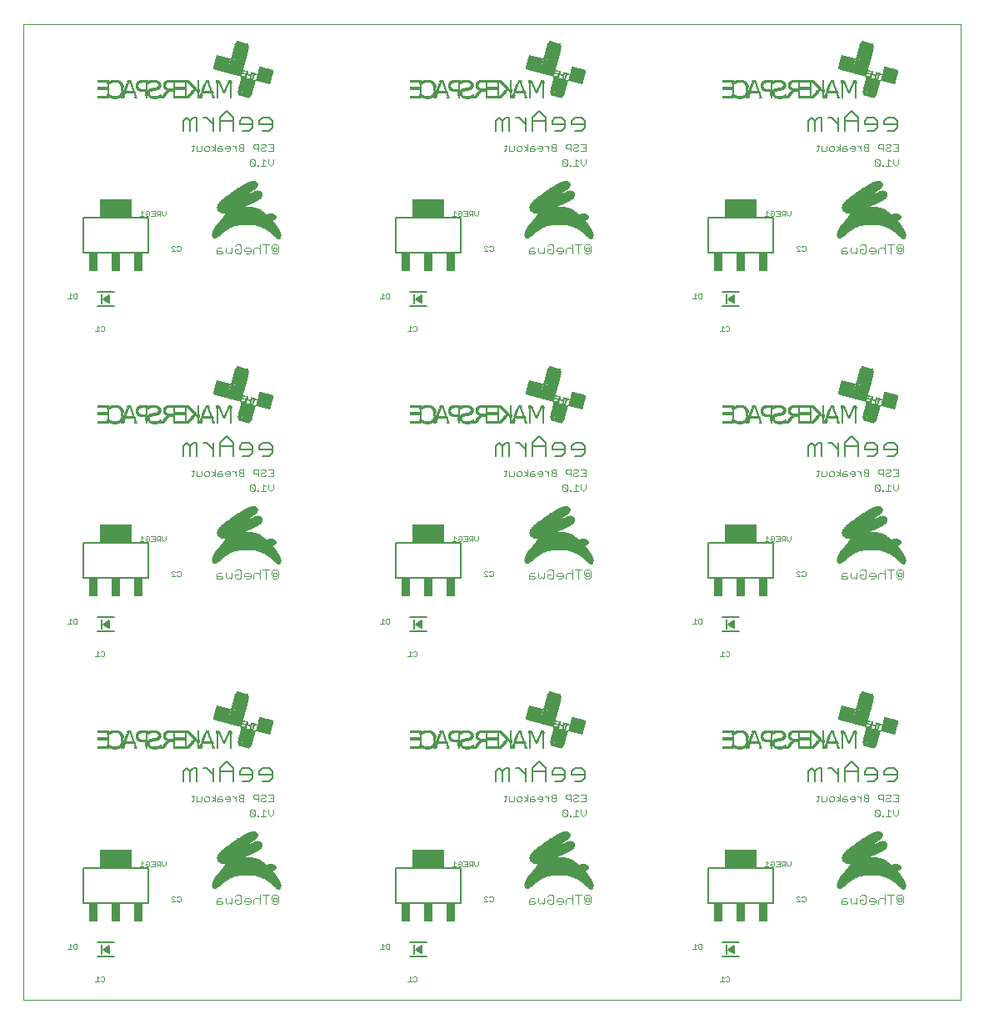
<source format=gbo>
G75*
%MOIN*%
%OFA0B0*%
%FSLAX25Y25*%
%IPPOS*%
%LPD*%
%AMOC8*
5,1,8,0,0,1.08239X$1,22.5*
%
%ADD10C,0.00300*%
%ADD11C,0.00700*%
%ADD12C,0.00200*%
%ADD13C,0.00000*%
%ADD14C,0.00800*%
%ADD15R,0.00787X0.03937*%
%ADD16C,0.00600*%
%ADD17R,0.12600X0.07300*%
%ADD18R,0.03400X0.07300*%
%ADD19R,0.00960X0.00040*%
%ADD20R,0.00880X0.00040*%
%ADD21R,0.01680X0.00040*%
%ADD22R,0.01480X0.00040*%
%ADD23R,0.02160X0.00040*%
%ADD24R,0.01880X0.00040*%
%ADD25R,0.00880X0.00040*%
%ADD26R,0.00920X0.00040*%
%ADD27R,0.00920X0.00040*%
%ADD28R,0.01600X0.00040*%
%ADD29R,0.05360X0.00040*%
%ADD30R,0.01240X0.00040*%
%ADD31R,0.02520X0.00040*%
%ADD32R,0.00960X0.00040*%
%ADD33R,0.01000X0.00040*%
%ADD34R,0.02280X0.00040*%
%ADD35R,0.04720X0.00040*%
%ADD36R,0.01640X0.00040*%
%ADD37R,0.05400X0.00040*%
%ADD38R,0.01240X0.00040*%
%ADD39R,0.02800X0.00040*%
%ADD40R,0.02560X0.00040*%
%ADD41R,0.00920X0.00040*%
%ADD42R,0.00920X0.00040*%
%ADD43R,0.01640X0.00040*%
%ADD44R,0.05440X0.00040*%
%ADD45R,0.01240X0.00040*%
%ADD46R,0.03080X0.00040*%
%ADD47R,0.01040X0.00040*%
%ADD48R,0.02800X0.00040*%
%ADD49R,0.04720X0.00040*%
%ADD50R,0.05480X0.00040*%
%ADD51R,0.03280X0.00040*%
%ADD52R,0.03040X0.00040*%
%ADD53R,0.03480X0.00040*%
%ADD54R,0.03240X0.00040*%
%ADD55R,0.05520X0.00040*%
%ADD56R,0.03680X0.00040*%
%ADD57R,0.00960X0.00040*%
%ADD58R,0.01040X0.00040*%
%ADD59R,0.03480X0.00040*%
%ADD60R,0.00120X0.00040*%
%ADD61R,0.01720X0.00040*%
%ADD62R,0.05560X0.00040*%
%ADD63R,0.03880X0.00040*%
%ADD64R,0.03640X0.00040*%
%ADD65R,0.00320X0.00040*%
%ADD66R,0.01720X0.00040*%
%ADD67R,0.05600X0.00040*%
%ADD68R,0.01240X0.00040*%
%ADD69R,0.04040X0.00040*%
%ADD70R,0.01000X0.00040*%
%ADD71R,0.03840X0.00040*%
%ADD72R,0.00520X0.00040*%
%ADD73R,0.05640X0.00040*%
%ADD74R,0.04240X0.00040*%
%ADD75R,0.03960X0.00040*%
%ADD76R,0.00720X0.00040*%
%ADD77R,0.01760X0.00040*%
%ADD78R,0.05680X0.00040*%
%ADD79R,0.04400X0.00040*%
%ADD80R,0.04120X0.00040*%
%ADD81R,0.05720X0.00040*%
%ADD82R,0.01200X0.00040*%
%ADD83R,0.04560X0.00040*%
%ADD84R,0.04280X0.00040*%
%ADD85R,0.01040X0.00040*%
%ADD86R,0.05760X0.00040*%
%ADD87R,0.04680X0.00040*%
%ADD88R,0.09120X0.00040*%
%ADD89R,0.01800X0.00040*%
%ADD90R,0.05800X0.00040*%
%ADD91R,0.04760X0.00040*%
%ADD92R,0.09160X0.00040*%
%ADD93R,0.01440X0.00040*%
%ADD94R,0.01800X0.00040*%
%ADD95R,0.05800X0.00040*%
%ADD96R,0.04800X0.00040*%
%ADD97R,0.09240X0.00040*%
%ADD98R,0.01840X0.00040*%
%ADD99R,0.05840X0.00040*%
%ADD100R,0.04840X0.00040*%
%ADD101R,0.09280X0.00040*%
%ADD102R,0.05880X0.00040*%
%ADD103R,0.04880X0.00040*%
%ADD104R,0.09320X0.00040*%
%ADD105R,0.02000X0.00040*%
%ADD106R,0.05920X0.00040*%
%ADD107R,0.04960X0.00040*%
%ADD108R,0.09400X0.00040*%
%ADD109R,0.02160X0.00040*%
%ADD110R,0.01880X0.00040*%
%ADD111R,0.05960X0.00040*%
%ADD112R,0.01200X0.00040*%
%ADD113R,0.05000X0.00040*%
%ADD114R,0.09440X0.00040*%
%ADD115R,0.02360X0.00040*%
%ADD116R,0.06000X0.00040*%
%ADD117R,0.02200X0.00040*%
%ADD118R,0.06520X0.00040*%
%ADD119R,0.01960X0.00040*%
%ADD120R,0.06280X0.00040*%
%ADD121R,0.02760X0.00040*%
%ADD122R,0.01920X0.00040*%
%ADD123R,0.01280X0.00040*%
%ADD124R,0.01760X0.00040*%
%ADD125R,0.01520X0.00040*%
%ADD126R,0.01720X0.00040*%
%ADD127R,0.06120X0.00040*%
%ADD128R,0.02920X0.00040*%
%ADD129R,0.01280X0.00040*%
%ADD130R,0.03120X0.00040*%
%ADD131R,0.01920X0.00040*%
%ADD132R,0.01480X0.00040*%
%ADD133R,0.01360X0.00040*%
%ADD134R,0.01600X0.00040*%
%ADD135R,0.02080X0.00040*%
%ADD136R,0.03320X0.00040*%
%ADD137R,0.01960X0.00040*%
%ADD138R,0.01360X0.00040*%
%ADD139R,0.01520X0.00040*%
%ADD140R,0.03520X0.00040*%
%ADD141R,0.01480X0.00040*%
%ADD142R,0.01160X0.00040*%
%ADD143R,0.03840X0.00040*%
%ADD144R,0.01160X0.00040*%
%ADD145R,0.01400X0.00040*%
%ADD146R,0.04040X0.00040*%
%ADD147R,0.01160X0.00040*%
%ADD148R,0.02400X0.00040*%
%ADD149R,0.04200X0.00040*%
%ADD150R,0.01120X0.00040*%
%ADD151R,0.02360X0.00040*%
%ADD152R,0.01560X0.00040*%
%ADD153R,0.00800X0.00040*%
%ADD154R,0.01080X0.00040*%
%ADD155R,0.02320X0.00040*%
%ADD156R,0.04600X0.00040*%
%ADD157R,0.00720X0.00040*%
%ADD158R,0.02040X0.00040*%
%ADD159R,0.02320X0.00040*%
%ADD160R,0.00640X0.00040*%
%ADD161R,0.02240X0.00040*%
%ADD162R,0.04960X0.00040*%
%ADD163R,0.00560X0.00040*%
%ADD164R,0.01960X0.00040*%
%ADD165R,0.00960X0.00040*%
%ADD166R,0.02200X0.00040*%
%ADD167R,0.01280X0.00040*%
%ADD168R,0.05000X0.00040*%
%ADD169R,0.00520X0.00040*%
%ADD170R,0.00440X0.00040*%
%ADD171R,0.01920X0.00040*%
%ADD172R,0.02160X0.00040*%
%ADD173R,0.04760X0.00040*%
%ADD174R,0.00400X0.00040*%
%ADD175R,0.01880X0.00040*%
%ADD176R,0.02120X0.00040*%
%ADD177R,0.00320X0.00040*%
%ADD178R,0.01080X0.00040*%
%ADD179R,0.04440X0.00040*%
%ADD180R,0.00280X0.00040*%
%ADD181R,0.01840X0.00040*%
%ADD182R,0.02120X0.00040*%
%ADD183R,0.01040X0.00040*%
%ADD184R,0.04320X0.00040*%
%ADD185R,0.00200X0.00040*%
%ADD186R,0.02080X0.00040*%
%ADD187R,0.04160X0.00040*%
%ADD188R,0.00160X0.00040*%
%ADD189R,0.04040X0.00040*%
%ADD190R,0.00280X0.00040*%
%ADD191R,0.00480X0.00040*%
%ADD192R,0.03760X0.00040*%
%ADD193R,0.02040X0.00040*%
%ADD194R,0.03600X0.00040*%
%ADD195R,0.00760X0.00040*%
%ADD196R,0.03320X0.00040*%
%ADD197R,0.01120X0.00040*%
%ADD198R,0.03200X0.00040*%
%ADD199R,0.03040X0.00040*%
%ADD200R,0.01760X0.00040*%
%ADD201R,0.02000X0.00040*%
%ADD202R,0.02880X0.00040*%
%ADD203R,0.02640X0.00040*%
%ADD204R,0.00600X0.00040*%
%ADD205R,0.05040X0.00040*%
%ADD206R,0.02480X0.00040*%
%ADD207R,0.05960X0.00040*%
%ADD208R,0.02040X0.00040*%
%ADD209R,0.02320X0.00040*%
%ADD210R,0.00680X0.00040*%
%ADD211R,0.05920X0.00040*%
%ADD212R,0.02240X0.00040*%
%ADD213R,0.00680X0.00040*%
%ADD214R,0.02400X0.00040*%
%ADD215R,0.02080X0.00040*%
%ADD216R,0.04920X0.00040*%
%ADD217R,0.05880X0.00040*%
%ADD218R,0.02520X0.00040*%
%ADD219R,0.02720X0.00040*%
%ADD220R,0.00840X0.00040*%
%ADD221R,0.02880X0.00040*%
%ADD222R,0.00840X0.00040*%
%ADD223R,0.04840X0.00040*%
%ADD224R,0.05760X0.00040*%
%ADD225R,0.03000X0.00040*%
%ADD226R,0.03160X0.00040*%
%ADD227R,0.05720X0.00040*%
%ADD228R,0.03360X0.00040*%
%ADD229R,0.03640X0.00040*%
%ADD230R,0.01080X0.00040*%
%ADD231R,0.04680X0.00040*%
%ADD232R,0.01920X0.00040*%
%ADD233R,0.05640X0.00040*%
%ADD234R,0.03800X0.00040*%
%ADD235R,0.05600X0.00040*%
%ADD236R,0.04000X0.00040*%
%ADD237R,0.00680X0.00040*%
%ADD238R,0.04640X0.00040*%
%ADD239R,0.04160X0.00040*%
%ADD240R,0.04280X0.00040*%
%ADD241R,0.00360X0.00040*%
%ADD242R,0.00200X0.00040*%
%ADD243R,0.04520X0.00040*%
%ADD244R,0.03400X0.00040*%
%ADD245R,0.05520X0.00040*%
%ADD246R,0.04640X0.00040*%
%ADD247R,0.00120X0.00040*%
%ADD248R,0.04520X0.00040*%
%ADD249R,0.05480X0.00040*%
%ADD250R,0.01320X0.00040*%
%ADD251R,0.04480X0.00040*%
%ADD252R,0.04920X0.00040*%
%ADD253R,0.04440X0.00040*%
%ADD254R,0.04360X0.00040*%
%ADD255R,0.05440X0.00040*%
%ADD256R,0.05120X0.00040*%
%ADD257R,0.04560X0.00040*%
%ADD258R,0.05280X0.00040*%
%ADD259R,0.01400X0.00040*%
%ADD260R,0.01280X0.00040*%
%ADD261R,0.03440X0.00040*%
%ADD262R,0.04800X0.00040*%
%ADD263R,0.03400X0.00040*%
%ADD264R,0.05200X0.00040*%
%ADD265R,0.03520X0.00040*%
%ADD266R,0.01560X0.00040*%
%ADD267R,0.03280X0.00040*%
%ADD268R,0.02240X0.00040*%
%ADD269R,0.02440X0.00040*%
%ADD270R,0.03720X0.00040*%
%ADD271R,0.02640X0.00040*%
%ADD272R,0.03760X0.00040*%
%ADD273R,0.02920X0.00040*%
%ADD274R,0.02840X0.00040*%
%ADD275R,0.00800X0.00040*%
%ADD276R,0.02840X0.00040*%
%ADD277R,0.03560X0.00040*%
%ADD278R,0.03160X0.00040*%
%ADD279R,0.03920X0.00040*%
%ADD280R,0.03280X0.00040*%
%ADD281R,0.02760X0.00040*%
%ADD282R,0.02720X0.00040*%
%ADD283R,0.05840X0.00040*%
%ADD284R,0.02680X0.00040*%
%ADD285R,0.03560X0.00040*%
%ADD286R,0.04080X0.00040*%
%ADD287R,0.00880X0.00040*%
%ADD288R,0.03880X0.00040*%
%ADD289R,0.03600X0.00040*%
%ADD290R,0.04120X0.00040*%
%ADD291R,0.03920X0.00040*%
%ADD292R,0.00880X0.00040*%
%ADD293R,0.01440X0.00040*%
%ADD294R,0.03680X0.00040*%
%ADD295R,0.01320X0.00040*%
%ADD296R,0.01320X0.00040*%
%ADD297R,0.03440X0.00040*%
%ADD298R,0.05840X0.00040*%
%ADD299R,0.01080X0.00040*%
%ADD300R,0.03320X0.00040*%
%ADD301R,0.03080X0.00040*%
%ADD302R,0.00840X0.00040*%
%ADD303R,0.02560X0.00040*%
%ADD304R,0.01120X0.00040*%
%ADD305R,0.01680X0.00040*%
%ADD306R,0.01120X0.00040*%
%ADD307R,0.00840X0.00040*%
%ADD308R,0.05840X0.00040*%
%ADD309R,0.00080X0.00040*%
%ADD310R,0.00160X0.00040*%
%ADD311R,0.00320X0.00040*%
%ADD312R,0.00240X0.00040*%
%ADD313R,0.00480X0.00040*%
%ADD314R,0.00360X0.00040*%
%ADD315R,0.01320X0.00040*%
%ADD316R,0.00560X0.00040*%
%ADD317R,0.01440X0.00040*%
%ADD318R,0.00720X0.00040*%
%ADD319R,0.02240X0.00040*%
%ADD320R,0.01680X0.00040*%
%ADD321R,0.01520X0.00040*%
%ADD322R,0.01360X0.00040*%
%ADD323R,0.02600X0.00040*%
%ADD324R,0.06080X0.00040*%
%ADD325R,0.01680X0.00040*%
%ADD326R,0.06240X0.00040*%
%ADD327R,0.06480X0.00040*%
%ADD328R,0.04240X0.00040*%
%ADD329R,0.04720X0.00040*%
%ADD330R,0.06840X0.00040*%
%ADD331R,0.04680X0.00040*%
%ADD332R,0.03360X0.00040*%
%ADD333R,0.04120X0.00040*%
%ADD334R,0.04080X0.00040*%
%ADD335R,0.09200X0.00040*%
%ADD336R,0.05880X0.00040*%
%ADD337R,0.04000X0.00040*%
%ADD338R,0.04480X0.00040*%
%ADD339R,0.03880X0.00040*%
%ADD340R,0.01640X0.00040*%
%ADD341R,0.09120X0.00040*%
%ADD342R,0.09080X0.00040*%
%ADD343R,0.04360X0.00040*%
%ADD344R,0.01560X0.00040*%
%ADD345R,0.09000X0.00040*%
%ADD346R,0.04320X0.00040*%
%ADD347R,0.04480X0.00040*%
%ADD348R,0.04640X0.00040*%
%ADD349R,0.05680X0.00040*%
%ADD350R,0.03680X0.00040*%
%ADD351R,0.01480X0.00040*%
%ADD352R,0.03800X0.00040*%
%ADD353R,0.03440X0.00040*%
%ADD354R,0.05320X0.00040*%
%ADD355R,0.03120X0.00040*%
%ADD356R,0.05480X0.00040*%
%ADD357R,0.05400X0.00040*%
%ADD358R,0.03080X0.00040*%
%ADD359R,0.03000X0.00040*%
%ADD360R,0.02960X0.00040*%
%ADD361R,0.05240X0.00040*%
%ADD362R,0.05440X0.00040*%
%ADD363R,0.02880X0.00040*%
%ADD364R,0.02560X0.00040*%
%ADD365R,0.04760X0.00040*%
%ADD366R,0.01640X0.00040*%
%ADD367R,0.04600X0.00040*%
%ADD368R,0.00080X0.00040*%
%ADD369R,0.00360X0.00040*%
%ADD370R,0.03840X0.00040*%
%ADD371R,0.00040X0.00040*%
%ADD372R,0.00400X0.00040*%
%ADD373R,0.00160X0.00040*%
%ADD374R,0.00360X0.00040*%
%ADD375R,0.00760X0.00040*%
%ADD376R,0.00600X0.00040*%
%ADD377R,0.01560X0.00040*%
%ADD378R,0.00760X0.00040*%
%ADD379R,0.00720X0.00040*%
%ADD380R,0.00280X0.00040*%
%ADD381R,0.00560X0.00040*%
%ADD382R,0.01160X0.00040*%
%ADD383R,0.00760X0.00040*%
%ADD384R,0.00240X0.00040*%
%ADD385R,0.02720X0.00040*%
%ADD386R,0.03720X0.00040*%
%ADD387R,0.04360X0.00040*%
%ADD388R,0.04840X0.00040*%
%ADD389R,0.05120X0.00040*%
%ADD390R,0.05320X0.00040*%
%ADD391R,0.00080X0.00040*%
%ADD392R,0.02480X0.00040*%
%ADD393R,0.00640X0.00040*%
%ADD394R,0.03160X0.00040*%
%ADD395R,0.05560X0.00040*%
%ADD396R,0.05200X0.00040*%
%ADD397R,0.04240X0.00040*%
%ADD398R,0.04400X0.00040*%
%ADD399R,0.05080X0.00040*%
%ADD400R,0.05240X0.00040*%
%ADD401R,0.00240X0.00040*%
%ADD402R,0.05680X0.00040*%
%ADD403R,0.05040X0.00040*%
%ADD404R,0.03920X0.00040*%
%ADD405R,0.02960X0.00040*%
%ADD406R,0.02840X0.00040*%
%ADD407R,0.05280X0.00040*%
%ADD408R,0.05120X0.00040*%
%ADD409R,0.03040X0.00040*%
%ADD410R,0.02880X0.00040*%
%ADD411R,0.00480X0.00040*%
%ADD412R,0.04440X0.00040*%
%ADD413R,0.02360X0.00040*%
%ADD414R,0.04480X0.00040*%
%ADD415R,0.04920X0.00040*%
%ADD416R,0.00504X0.00063*%
%ADD417R,0.00819X0.00063*%
%ADD418R,0.01134X0.00063*%
%ADD419R,0.01323X0.00063*%
%ADD420R,0.00126X0.00063*%
%ADD421R,0.01512X0.00063*%
%ADD422R,0.01575X0.00063*%
%ADD423R,0.01764X0.00063*%
%ADD424R,0.01449X0.00063*%
%ADD425R,0.01890X0.00063*%
%ADD426R,0.01638X0.00063*%
%ADD427R,0.02016X0.00063*%
%ADD428R,0.01827X0.00063*%
%ADD429R,0.02079X0.00063*%
%ADD430R,0.02205X0.00063*%
%ADD431R,0.02142X0.00063*%
%ADD432R,0.02268X0.00063*%
%ADD433R,0.02331X0.00063*%
%ADD434R,0.02394X0.00063*%
%ADD435R,0.02457X0.00063*%
%ADD436R,0.02520X0.00063*%
%ADD437R,0.02583X0.00063*%
%ADD438R,0.02646X0.00063*%
%ADD439R,0.02709X0.00063*%
%ADD440R,0.02772X0.00063*%
%ADD441R,0.02898X0.00063*%
%ADD442R,0.02835X0.00063*%
%ADD443R,0.03024X0.00063*%
%ADD444R,0.03087X0.00063*%
%ADD445R,0.02961X0.00063*%
%ADD446R,0.03150X0.00063*%
%ADD447R,0.03213X0.00063*%
%ADD448R,0.03276X0.00063*%
%ADD449R,0.03339X0.00063*%
%ADD450R,0.03402X0.00063*%
%ADD451R,0.03465X0.00063*%
%ADD452R,0.03528X0.00063*%
%ADD453R,0.03591X0.00063*%
%ADD454R,0.03717X0.00063*%
%ADD455R,0.03780X0.00063*%
%ADD456R,0.03843X0.00063*%
%ADD457R,0.03906X0.00063*%
%ADD458R,0.03654X0.00063*%
%ADD459R,0.03969X0.00063*%
%ADD460R,0.04031X0.00063*%
%ADD461R,0.04094X0.00063*%
%ADD462R,0.04157X0.00063*%
%ADD463R,0.04283X0.00063*%
%ADD464R,0.04346X0.00063*%
%ADD465R,0.04409X0.00063*%
%ADD466R,0.04220X0.00063*%
%ADD467R,0.04472X0.00063*%
%ADD468R,0.04535X0.00063*%
%ADD469R,0.04598X0.00063*%
%ADD470R,0.04661X0.00063*%
%ADD471R,0.04787X0.00063*%
%ADD472R,0.04850X0.00063*%
%ADD473R,0.04913X0.00063*%
%ADD474R,0.04976X0.00063*%
%ADD475R,0.04724X0.00063*%
%ADD476R,0.05102X0.00063*%
%ADD477R,0.05228X0.00063*%
%ADD478R,0.05354X0.00063*%
%ADD479R,0.05039X0.00063*%
%ADD480R,0.05480X0.00063*%
%ADD481R,0.05165X0.00063*%
%ADD482R,0.05543X0.00063*%
%ADD483R,0.05606X0.00063*%
%ADD484R,0.05291X0.00063*%
%ADD485R,0.05669X0.00063*%
%ADD486R,0.05795X0.00063*%
%ADD487R,0.05417X0.00063*%
%ADD488R,0.05921X0.00063*%
%ADD489R,0.05984X0.00063*%
%ADD490R,0.06047X0.00063*%
%ADD491R,0.06173X0.00063*%
%ADD492R,0.05858X0.00063*%
%ADD493R,0.06236X0.00063*%
%ADD494R,0.06362X0.00063*%
%ADD495R,0.06110X0.00063*%
%ADD496R,0.06425X0.00063*%
%ADD497R,0.06551X0.00063*%
%ADD498R,0.06677X0.00063*%
%ADD499R,0.06803X0.00063*%
%ADD500R,0.06866X0.00063*%
%ADD501R,0.07055X0.00063*%
%ADD502R,0.07181X0.00063*%
%ADD503R,0.06992X0.00063*%
%ADD504R,0.07307X0.00063*%
%ADD505R,0.07118X0.00063*%
%ADD506R,0.07496X0.00063*%
%ADD507R,0.07370X0.00063*%
%ADD508R,0.07685X0.00063*%
%ADD509R,0.07559X0.00063*%
%ADD510R,0.07811X0.00063*%
%ADD511R,0.07748X0.00063*%
%ADD512R,0.08063X0.00063*%
%ADD513R,0.07937X0.00063*%
%ADD514R,0.08315X0.00063*%
%ADD515R,0.08567X0.00063*%
%ADD516R,0.08630X0.00063*%
%ADD517R,0.08882X0.00063*%
%ADD518R,0.09008X0.00063*%
%ADD519R,0.09323X0.00063*%
%ADD520R,0.09638X0.00063*%
%ADD521R,0.09764X0.00063*%
%ADD522R,0.10520X0.00063*%
%ADD523R,0.10646X0.00063*%
%ADD524R,0.23370X0.00063*%
%ADD525R,0.23244X0.00063*%
%ADD526R,0.23181X0.00063*%
%ADD527R,0.23055X0.00063*%
%ADD528R,0.22929X0.00063*%
%ADD529R,0.22803X0.00063*%
%ADD530R,0.22677X0.00063*%
%ADD531R,0.22551X0.00063*%
%ADD532R,0.22425X0.00063*%
%ADD533R,0.22299X0.00063*%
%ADD534R,0.22173X0.00063*%
%ADD535R,0.22047X0.00063*%
%ADD536R,0.21921X0.00063*%
%ADD537R,0.21795X0.00063*%
%ADD538R,0.21669X0.00063*%
%ADD539R,0.21606X0.00063*%
%ADD540R,0.21480X0.00063*%
%ADD541R,0.21417X0.00063*%
%ADD542R,0.21291X0.00063*%
%ADD543R,0.21165X0.00063*%
%ADD544R,0.21039X0.00063*%
%ADD545R,0.20976X0.00063*%
%ADD546R,0.20850X0.00063*%
%ADD547R,0.20724X0.00063*%
%ADD548R,0.20661X0.00063*%
%ADD549R,0.20535X0.00063*%
%ADD550R,0.20409X0.00063*%
%ADD551R,0.20283X0.00063*%
%ADD552R,0.00567X0.00063*%
%ADD553R,0.20157X0.00063*%
%ADD554R,0.20094X0.00063*%
%ADD555R,0.21354X0.00063*%
%ADD556R,0.21543X0.00063*%
%ADD557R,0.21102X0.00063*%
%ADD558R,0.20913X0.00063*%
%ADD559R,0.20787X0.00063*%
%ADD560R,0.20598X0.00063*%
%ADD561R,0.20472X0.00063*%
%ADD562R,0.20031X0.00063*%
%ADD563R,0.19906X0.00063*%
%ADD564R,0.19780X0.00063*%
%ADD565R,0.16315X0.00063*%
%ADD566R,0.16189X0.00063*%
%ADD567R,0.16126X0.00063*%
%ADD568R,0.16063X0.00063*%
%ADD569R,0.01953X0.00063*%
%ADD570R,0.16000X0.00063*%
%ADD571R,0.01386X0.00063*%
%ADD572R,0.15937X0.00063*%
%ADD573R,0.00630X0.00063*%
%ADD574R,0.16567X0.00063*%
%ADD575R,0.16819X0.00063*%
%ADD576R,0.17008X0.00063*%
%ADD577R,0.17134X0.00063*%
%ADD578R,0.17197X0.00063*%
%ADD579R,0.17323X0.00063*%
%ADD580R,0.17386X0.00063*%
%ADD581R,0.17449X0.00063*%
%ADD582R,0.17260X0.00063*%
%ADD583R,0.16882X0.00063*%
%ADD584R,0.16756X0.00063*%
%ADD585R,0.16693X0.00063*%
%ADD586R,0.16441X0.00063*%
%ADD587R,0.15874X0.00063*%
%ADD588R,0.15811X0.00063*%
%ADD589R,0.15622X0.00063*%
%ADD590R,0.15433X0.00063*%
%ADD591R,0.15181X0.00063*%
%ADD592R,0.09575X0.00063*%
%ADD593R,0.09701X0.00063*%
%ADD594R,0.09890X0.00063*%
%ADD595R,0.10016X0.00063*%
%ADD596R,0.10205X0.00063*%
%ADD597R,0.10394X0.00063*%
%ADD598R,0.10457X0.00063*%
%ADD599R,0.10835X0.00063*%
%ADD600R,0.10961X0.00063*%
%ADD601R,0.11087X0.00063*%
%ADD602R,0.11213X0.00063*%
%ADD603R,0.11402X0.00063*%
%ADD604R,0.11465X0.00063*%
%ADD605R,0.11654X0.00063*%
%ADD606R,0.11780X0.00063*%
%ADD607R,0.11906X0.00063*%
%ADD608R,0.12031X0.00063*%
%ADD609R,0.12157X0.00063*%
%ADD610R,0.12283X0.00063*%
%ADD611R,0.12346X0.00063*%
%ADD612R,0.12535X0.00063*%
%ADD613R,0.12598X0.00063*%
%ADD614R,0.12724X0.00063*%
%ADD615R,0.12850X0.00063*%
%ADD616R,0.12913X0.00063*%
%ADD617R,0.13039X0.00063*%
%ADD618R,0.13102X0.00063*%
%ADD619R,0.13228X0.00063*%
%ADD620R,0.13291X0.00063*%
%ADD621R,0.13417X0.00063*%
%ADD622R,0.13480X0.00063*%
%ADD623R,0.13606X0.00063*%
%ADD624R,0.13669X0.00063*%
%ADD625R,0.13732X0.00063*%
%ADD626R,0.13795X0.00063*%
%ADD627R,0.13858X0.00063*%
%ADD628R,0.13921X0.00063*%
%ADD629R,0.13984X0.00063*%
%ADD630R,0.14047X0.00063*%
%ADD631R,0.14110X0.00063*%
%ADD632R,0.14173X0.00063*%
%ADD633R,0.14236X0.00063*%
%ADD634R,0.14299X0.00063*%
%ADD635R,0.14362X0.00063*%
%ADD636R,0.14425X0.00063*%
%ADD637R,0.14488X0.00063*%
%ADD638R,0.14551X0.00063*%
%ADD639R,0.14614X0.00063*%
%ADD640R,0.14677X0.00063*%
%ADD641R,0.08000X0.00063*%
%ADD642R,0.07874X0.00063*%
%ADD643R,0.06488X0.00063*%
%ADD644R,0.07622X0.00063*%
%ADD645R,0.07433X0.00063*%
%ADD646R,0.06614X0.00063*%
%ADD647R,0.07244X0.00063*%
%ADD648R,0.06740X0.00063*%
%ADD649R,0.06299X0.00063*%
%ADD650R,0.06929X0.00063*%
%ADD651R,0.05732X0.00063*%
%ADD652R,0.01071X0.00063*%
%ADD653R,0.01701X0.00063*%
%ADD654R,0.00756X0.00063*%
D10*
X0078282Y0039437D02*
X0080134Y0039437D01*
X0080751Y0040055D01*
X0080134Y0040672D01*
X0078282Y0040672D01*
X0078282Y0041289D02*
X0078282Y0039437D01*
X0078282Y0041289D02*
X0078900Y0041906D01*
X0080134Y0041906D01*
X0081966Y0041906D02*
X0081966Y0040055D01*
X0082583Y0039437D01*
X0083200Y0040055D01*
X0083817Y0039437D01*
X0084434Y0040055D01*
X0084434Y0041906D01*
X0085649Y0041289D02*
X0086883Y0041289D01*
X0085649Y0041289D02*
X0085649Y0040055D01*
X0086266Y0039437D01*
X0087500Y0039437D01*
X0088117Y0040055D01*
X0088117Y0042523D01*
X0087500Y0043141D01*
X0086266Y0043141D01*
X0085649Y0042523D01*
X0089332Y0041289D02*
X0089332Y0040672D01*
X0091801Y0040672D01*
X0091801Y0041289D02*
X0091183Y0041906D01*
X0089949Y0041906D01*
X0089332Y0041289D01*
X0089949Y0039437D02*
X0091183Y0039437D01*
X0091801Y0040055D01*
X0091801Y0041289D01*
X0093015Y0041289D02*
X0093015Y0039437D01*
X0093015Y0041289D02*
X0093632Y0041906D01*
X0094867Y0041906D01*
X0095484Y0041289D01*
X0095484Y0043141D02*
X0095484Y0039437D01*
X0097932Y0039437D02*
X0097932Y0043141D01*
X0096698Y0043141D02*
X0099167Y0043141D01*
X0100381Y0042523D02*
X0100381Y0041289D01*
X0100998Y0040672D01*
X0100998Y0041906D01*
X0102233Y0041906D01*
X0102233Y0040672D01*
X0100998Y0040672D01*
X0100381Y0040055D02*
X0100998Y0039437D01*
X0102233Y0039437D01*
X0102850Y0040055D01*
X0102850Y0042523D01*
X0102233Y0043141D01*
X0100998Y0043141D01*
X0100381Y0042523D01*
X0099883Y0074437D02*
X0098915Y0075405D01*
X0098915Y0077340D01*
X0097903Y0076372D02*
X0096936Y0077340D01*
X0096936Y0074437D01*
X0097903Y0074437D02*
X0095969Y0074437D01*
X0094957Y0074437D02*
X0094473Y0074437D01*
X0094473Y0074921D01*
X0094957Y0074921D01*
X0094957Y0074437D01*
X0093484Y0074921D02*
X0091549Y0076856D01*
X0091549Y0074921D01*
X0092032Y0074437D01*
X0093000Y0074437D01*
X0093484Y0074921D01*
X0093484Y0076856D01*
X0093000Y0077340D01*
X0092032Y0077340D01*
X0091549Y0076856D01*
X0089064Y0080437D02*
X0087613Y0080437D01*
X0087129Y0080921D01*
X0087129Y0081405D01*
X0087613Y0081889D01*
X0089064Y0081889D01*
X0089064Y0083340D02*
X0089064Y0080437D01*
X0087613Y0081889D02*
X0087129Y0082372D01*
X0087129Y0082856D01*
X0087613Y0083340D01*
X0089064Y0083340D01*
X0086117Y0082372D02*
X0086117Y0080437D01*
X0086117Y0081405D02*
X0085150Y0082372D01*
X0084666Y0082372D01*
X0083662Y0081889D02*
X0083178Y0082372D01*
X0082211Y0082372D01*
X0081727Y0081889D01*
X0081727Y0081405D01*
X0083662Y0081405D01*
X0083662Y0080921D02*
X0083662Y0081889D01*
X0083662Y0080921D02*
X0083178Y0080437D01*
X0082211Y0080437D01*
X0080715Y0080921D02*
X0080232Y0081405D01*
X0078780Y0081405D01*
X0078780Y0081889D02*
X0078780Y0080437D01*
X0080232Y0080437D01*
X0080715Y0080921D01*
X0080232Y0082372D02*
X0079264Y0082372D01*
X0078780Y0081889D01*
X0077769Y0081405D02*
X0076318Y0082372D01*
X0075314Y0081889D02*
X0075314Y0080921D01*
X0074830Y0080437D01*
X0073862Y0080437D01*
X0073379Y0080921D01*
X0073379Y0081889D01*
X0073862Y0082372D01*
X0074830Y0082372D01*
X0075314Y0081889D01*
X0076318Y0080437D02*
X0077769Y0081405D01*
X0077769Y0080437D02*
X0077769Y0083340D01*
X0072367Y0082372D02*
X0072367Y0080921D01*
X0071883Y0080437D01*
X0070432Y0080437D01*
X0070432Y0082372D01*
X0069420Y0082372D02*
X0068453Y0082372D01*
X0068937Y0082856D02*
X0068937Y0080921D01*
X0068453Y0080437D01*
X0093022Y0081889D02*
X0093506Y0081405D01*
X0094957Y0081405D01*
X0094957Y0080437D02*
X0094957Y0083340D01*
X0093506Y0083340D01*
X0093022Y0082856D01*
X0093022Y0081889D01*
X0095969Y0081405D02*
X0095969Y0080921D01*
X0096452Y0080437D01*
X0097420Y0080437D01*
X0097903Y0080921D01*
X0097420Y0081889D02*
X0096452Y0081889D01*
X0095969Y0081405D01*
X0095969Y0082856D02*
X0096452Y0083340D01*
X0097420Y0083340D01*
X0097903Y0082856D01*
X0097903Y0082372D01*
X0097420Y0081889D01*
X0098915Y0083340D02*
X0100850Y0083340D01*
X0100850Y0080437D01*
X0098915Y0080437D01*
X0099883Y0081889D02*
X0100850Y0081889D01*
X0100850Y0077340D02*
X0100850Y0075405D01*
X0099883Y0074437D01*
X0193453Y0080437D02*
X0193937Y0080921D01*
X0193937Y0082856D01*
X0194420Y0082372D02*
X0193453Y0082372D01*
X0195432Y0082372D02*
X0195432Y0080437D01*
X0196883Y0080437D01*
X0197367Y0080921D01*
X0197367Y0082372D01*
X0198379Y0081889D02*
X0198862Y0082372D01*
X0199830Y0082372D01*
X0200314Y0081889D01*
X0200314Y0080921D01*
X0199830Y0080437D01*
X0198862Y0080437D01*
X0198379Y0080921D01*
X0198379Y0081889D01*
X0201318Y0082372D02*
X0202769Y0081405D01*
X0201318Y0080437D01*
X0202769Y0080437D02*
X0202769Y0083340D01*
X0203780Y0081889D02*
X0203780Y0080437D01*
X0205232Y0080437D01*
X0205715Y0080921D01*
X0205232Y0081405D01*
X0203780Y0081405D01*
X0203780Y0081889D02*
X0204264Y0082372D01*
X0205232Y0082372D01*
X0206727Y0081889D02*
X0206727Y0081405D01*
X0208662Y0081405D01*
X0208662Y0081889D02*
X0208178Y0082372D01*
X0207211Y0082372D01*
X0206727Y0081889D01*
X0207211Y0080437D02*
X0208178Y0080437D01*
X0208662Y0080921D01*
X0208662Y0081889D01*
X0209666Y0082372D02*
X0210150Y0082372D01*
X0211117Y0081405D01*
X0211117Y0082372D02*
X0211117Y0080437D01*
X0212129Y0080921D02*
X0212613Y0080437D01*
X0214064Y0080437D01*
X0214064Y0083340D01*
X0212613Y0083340D01*
X0212129Y0082856D01*
X0212129Y0082372D01*
X0212613Y0081889D01*
X0214064Y0081889D01*
X0212613Y0081889D02*
X0212129Y0081405D01*
X0212129Y0080921D01*
X0218022Y0081889D02*
X0218022Y0082856D01*
X0218506Y0083340D01*
X0219957Y0083340D01*
X0219957Y0080437D01*
X0219957Y0081405D02*
X0218506Y0081405D01*
X0218022Y0081889D01*
X0220969Y0081405D02*
X0220969Y0080921D01*
X0221452Y0080437D01*
X0222420Y0080437D01*
X0222903Y0080921D01*
X0222420Y0081889D02*
X0222903Y0082372D01*
X0222903Y0082856D01*
X0222420Y0083340D01*
X0221452Y0083340D01*
X0220969Y0082856D01*
X0221452Y0081889D02*
X0220969Y0081405D01*
X0221452Y0081889D02*
X0222420Y0081889D01*
X0223915Y0083340D02*
X0225850Y0083340D01*
X0225850Y0080437D01*
X0223915Y0080437D01*
X0224883Y0081889D02*
X0225850Y0081889D01*
X0225850Y0077340D02*
X0225850Y0075405D01*
X0224883Y0074437D01*
X0223915Y0075405D01*
X0223915Y0077340D01*
X0222903Y0076372D02*
X0221936Y0077340D01*
X0221936Y0074437D01*
X0222903Y0074437D02*
X0220969Y0074437D01*
X0219957Y0074437D02*
X0219473Y0074437D01*
X0219473Y0074921D01*
X0219957Y0074921D01*
X0219957Y0074437D01*
X0218484Y0074921D02*
X0216549Y0076856D01*
X0216549Y0074921D01*
X0217032Y0074437D01*
X0218000Y0074437D01*
X0218484Y0074921D01*
X0218484Y0076856D01*
X0218000Y0077340D01*
X0217032Y0077340D01*
X0216549Y0076856D01*
X0220484Y0043141D02*
X0220484Y0039437D01*
X0220484Y0041289D02*
X0219867Y0041906D01*
X0218632Y0041906D01*
X0218015Y0041289D01*
X0218015Y0039437D01*
X0216801Y0040055D02*
X0216801Y0041289D01*
X0216183Y0041906D01*
X0214949Y0041906D01*
X0214332Y0041289D01*
X0214332Y0040672D01*
X0216801Y0040672D01*
X0216801Y0040055D02*
X0216183Y0039437D01*
X0214949Y0039437D01*
X0213117Y0040055D02*
X0212500Y0039437D01*
X0211266Y0039437D01*
X0210649Y0040055D01*
X0210649Y0041289D01*
X0211883Y0041289D01*
X0210649Y0042523D02*
X0211266Y0043141D01*
X0212500Y0043141D01*
X0213117Y0042523D01*
X0213117Y0040055D01*
X0209434Y0040055D02*
X0208817Y0039437D01*
X0208200Y0040055D01*
X0207583Y0039437D01*
X0206966Y0040055D01*
X0206966Y0041906D01*
X0205134Y0041906D02*
X0203900Y0041906D01*
X0203282Y0041289D01*
X0203282Y0039437D01*
X0205134Y0039437D01*
X0205751Y0040055D01*
X0205134Y0040672D01*
X0203282Y0040672D01*
X0209434Y0040055D02*
X0209434Y0041906D01*
X0221698Y0043141D02*
X0224167Y0043141D01*
X0222932Y0043141D02*
X0222932Y0039437D01*
X0225381Y0040055D02*
X0225998Y0039437D01*
X0227233Y0039437D01*
X0227850Y0040055D01*
X0227850Y0042523D01*
X0227233Y0043141D01*
X0225998Y0043141D01*
X0225381Y0042523D01*
X0225381Y0041289D01*
X0225998Y0040672D01*
X0225998Y0041906D01*
X0227233Y0041906D01*
X0227233Y0040672D01*
X0225998Y0040672D01*
X0318453Y0080437D02*
X0318937Y0080921D01*
X0318937Y0082856D01*
X0319420Y0082372D02*
X0318453Y0082372D01*
X0320432Y0082372D02*
X0320432Y0080437D01*
X0321883Y0080437D01*
X0322367Y0080921D01*
X0322367Y0082372D01*
X0323379Y0081889D02*
X0323862Y0082372D01*
X0324830Y0082372D01*
X0325314Y0081889D01*
X0325314Y0080921D01*
X0324830Y0080437D01*
X0323862Y0080437D01*
X0323379Y0080921D01*
X0323379Y0081889D01*
X0326318Y0082372D02*
X0327769Y0081405D01*
X0326318Y0080437D01*
X0327769Y0080437D02*
X0327769Y0083340D01*
X0328780Y0081889D02*
X0328780Y0080437D01*
X0330232Y0080437D01*
X0330715Y0080921D01*
X0330232Y0081405D01*
X0328780Y0081405D01*
X0328780Y0081889D02*
X0329264Y0082372D01*
X0330232Y0082372D01*
X0331727Y0081889D02*
X0331727Y0081405D01*
X0333662Y0081405D01*
X0333662Y0081889D02*
X0333178Y0082372D01*
X0332211Y0082372D01*
X0331727Y0081889D01*
X0332211Y0080437D02*
X0333178Y0080437D01*
X0333662Y0080921D01*
X0333662Y0081889D01*
X0334666Y0082372D02*
X0335150Y0082372D01*
X0336117Y0081405D01*
X0336117Y0082372D02*
X0336117Y0080437D01*
X0337129Y0080921D02*
X0337613Y0080437D01*
X0339064Y0080437D01*
X0339064Y0083340D01*
X0337613Y0083340D01*
X0337129Y0082856D01*
X0337129Y0082372D01*
X0337613Y0081889D01*
X0339064Y0081889D01*
X0337613Y0081889D02*
X0337129Y0081405D01*
X0337129Y0080921D01*
X0343022Y0081889D02*
X0343022Y0082856D01*
X0343506Y0083340D01*
X0344957Y0083340D01*
X0344957Y0080437D01*
X0344957Y0081405D02*
X0343506Y0081405D01*
X0343022Y0081889D01*
X0345969Y0081405D02*
X0345969Y0080921D01*
X0346452Y0080437D01*
X0347420Y0080437D01*
X0347903Y0080921D01*
X0347420Y0081889D02*
X0346452Y0081889D01*
X0345969Y0081405D01*
X0345969Y0082856D02*
X0346452Y0083340D01*
X0347420Y0083340D01*
X0347903Y0082856D01*
X0347903Y0082372D01*
X0347420Y0081889D01*
X0348915Y0083340D02*
X0350850Y0083340D01*
X0350850Y0080437D01*
X0348915Y0080437D01*
X0349883Y0081889D02*
X0350850Y0081889D01*
X0350850Y0077340D02*
X0350850Y0075405D01*
X0349883Y0074437D01*
X0348915Y0075405D01*
X0348915Y0077340D01*
X0347903Y0076372D02*
X0346936Y0077340D01*
X0346936Y0074437D01*
X0347903Y0074437D02*
X0345969Y0074437D01*
X0344957Y0074437D02*
X0344473Y0074437D01*
X0344473Y0074921D01*
X0344957Y0074921D01*
X0344957Y0074437D01*
X0343484Y0074921D02*
X0341549Y0076856D01*
X0341549Y0074921D01*
X0342032Y0074437D01*
X0343000Y0074437D01*
X0343484Y0074921D01*
X0343484Y0076856D01*
X0343000Y0077340D01*
X0342032Y0077340D01*
X0341549Y0076856D01*
X0345484Y0043141D02*
X0345484Y0039437D01*
X0345484Y0041289D02*
X0344867Y0041906D01*
X0343632Y0041906D01*
X0343015Y0041289D01*
X0343015Y0039437D01*
X0341801Y0040055D02*
X0341801Y0041289D01*
X0341183Y0041906D01*
X0339949Y0041906D01*
X0339332Y0041289D01*
X0339332Y0040672D01*
X0341801Y0040672D01*
X0341801Y0040055D02*
X0341183Y0039437D01*
X0339949Y0039437D01*
X0338117Y0040055D02*
X0337500Y0039437D01*
X0336266Y0039437D01*
X0335649Y0040055D01*
X0335649Y0041289D01*
X0336883Y0041289D01*
X0335649Y0042523D02*
X0336266Y0043141D01*
X0337500Y0043141D01*
X0338117Y0042523D01*
X0338117Y0040055D01*
X0334434Y0040055D02*
X0333817Y0039437D01*
X0333200Y0040055D01*
X0332583Y0039437D01*
X0331966Y0040055D01*
X0331966Y0041906D01*
X0330134Y0041906D02*
X0328900Y0041906D01*
X0328282Y0041289D01*
X0328282Y0039437D01*
X0330134Y0039437D01*
X0330751Y0040055D01*
X0330134Y0040672D01*
X0328282Y0040672D01*
X0334434Y0040055D02*
X0334434Y0041906D01*
X0346698Y0043141D02*
X0349167Y0043141D01*
X0347932Y0043141D02*
X0347932Y0039437D01*
X0350381Y0040055D02*
X0350998Y0039437D01*
X0352233Y0039437D01*
X0352850Y0040055D01*
X0352850Y0042523D01*
X0352233Y0043141D01*
X0350998Y0043141D01*
X0350381Y0042523D01*
X0350381Y0041289D01*
X0350998Y0040672D01*
X0350998Y0041906D01*
X0352233Y0041906D01*
X0352233Y0040672D01*
X0350998Y0040672D01*
X0350998Y0169437D02*
X0350381Y0170055D01*
X0350998Y0170672D02*
X0350381Y0171289D01*
X0350381Y0172523D01*
X0350998Y0173141D01*
X0352233Y0173141D01*
X0352850Y0172523D01*
X0352850Y0170055D01*
X0352233Y0169437D01*
X0350998Y0169437D01*
X0350998Y0170672D02*
X0350998Y0171906D01*
X0352233Y0171906D01*
X0352233Y0170672D01*
X0350998Y0170672D01*
X0349167Y0173141D02*
X0346698Y0173141D01*
X0345484Y0173141D02*
X0345484Y0169437D01*
X0345484Y0171289D02*
X0344867Y0171906D01*
X0343632Y0171906D01*
X0343015Y0171289D01*
X0343015Y0169437D01*
X0341801Y0170055D02*
X0341801Y0171289D01*
X0341183Y0171906D01*
X0339949Y0171906D01*
X0339332Y0171289D01*
X0339332Y0170672D01*
X0341801Y0170672D01*
X0341801Y0170055D02*
X0341183Y0169437D01*
X0339949Y0169437D01*
X0338117Y0170055D02*
X0337500Y0169437D01*
X0336266Y0169437D01*
X0335649Y0170055D01*
X0335649Y0171289D01*
X0336883Y0171289D01*
X0335649Y0172523D02*
X0336266Y0173141D01*
X0337500Y0173141D01*
X0338117Y0172523D01*
X0338117Y0170055D01*
X0334434Y0170055D02*
X0333817Y0169437D01*
X0333200Y0170055D01*
X0332583Y0169437D01*
X0331966Y0170055D01*
X0331966Y0171906D01*
X0330134Y0171906D02*
X0328900Y0171906D01*
X0328282Y0171289D01*
X0328282Y0169437D01*
X0330134Y0169437D01*
X0330751Y0170055D01*
X0330134Y0170672D01*
X0328282Y0170672D01*
X0334434Y0170055D02*
X0334434Y0171906D01*
X0347932Y0173141D02*
X0347932Y0169437D01*
X0347903Y0204437D02*
X0345969Y0204437D01*
X0346936Y0204437D02*
X0346936Y0207340D01*
X0347903Y0206372D01*
X0348915Y0205405D02*
X0348915Y0207340D01*
X0350850Y0207340D02*
X0350850Y0205405D01*
X0349883Y0204437D01*
X0348915Y0205405D01*
X0344957Y0204921D02*
X0344473Y0204921D01*
X0344473Y0204437D01*
X0344957Y0204437D01*
X0344957Y0204921D01*
X0343484Y0204921D02*
X0341549Y0206856D01*
X0341549Y0204921D01*
X0342032Y0204437D01*
X0343000Y0204437D01*
X0343484Y0204921D01*
X0343484Y0206856D01*
X0343000Y0207340D01*
X0342032Y0207340D01*
X0341549Y0206856D01*
X0339064Y0210437D02*
X0337613Y0210437D01*
X0337129Y0210921D01*
X0337129Y0211405D01*
X0337613Y0211889D01*
X0339064Y0211889D01*
X0339064Y0213340D02*
X0337613Y0213340D01*
X0337129Y0212856D01*
X0337129Y0212372D01*
X0337613Y0211889D01*
X0336117Y0212372D02*
X0336117Y0210437D01*
X0336117Y0211405D02*
X0335150Y0212372D01*
X0334666Y0212372D01*
X0333662Y0211889D02*
X0333178Y0212372D01*
X0332211Y0212372D01*
X0331727Y0211889D01*
X0331727Y0211405D01*
X0333662Y0211405D01*
X0333662Y0210921D02*
X0333662Y0211889D01*
X0333662Y0210921D02*
X0333178Y0210437D01*
X0332211Y0210437D01*
X0330715Y0210921D02*
X0330232Y0211405D01*
X0328780Y0211405D01*
X0328780Y0211889D02*
X0328780Y0210437D01*
X0330232Y0210437D01*
X0330715Y0210921D01*
X0330232Y0212372D02*
X0329264Y0212372D01*
X0328780Y0211889D01*
X0327769Y0211405D02*
X0326318Y0212372D01*
X0325314Y0211889D02*
X0325314Y0210921D01*
X0324830Y0210437D01*
X0323862Y0210437D01*
X0323379Y0210921D01*
X0323379Y0211889D01*
X0323862Y0212372D01*
X0324830Y0212372D01*
X0325314Y0211889D01*
X0326318Y0210437D02*
X0327769Y0211405D01*
X0327769Y0210437D02*
X0327769Y0213340D01*
X0322367Y0212372D02*
X0322367Y0210921D01*
X0321883Y0210437D01*
X0320432Y0210437D01*
X0320432Y0212372D01*
X0319420Y0212372D02*
X0318453Y0212372D01*
X0318937Y0212856D02*
X0318937Y0210921D01*
X0318453Y0210437D01*
X0339064Y0210437D02*
X0339064Y0213340D01*
X0343022Y0212856D02*
X0343022Y0211889D01*
X0343506Y0211405D01*
X0344957Y0211405D01*
X0344957Y0210437D02*
X0344957Y0213340D01*
X0343506Y0213340D01*
X0343022Y0212856D01*
X0345969Y0212856D02*
X0346452Y0213340D01*
X0347420Y0213340D01*
X0347903Y0212856D01*
X0347903Y0212372D01*
X0347420Y0211889D01*
X0346452Y0211889D01*
X0345969Y0211405D01*
X0345969Y0210921D01*
X0346452Y0210437D01*
X0347420Y0210437D01*
X0347903Y0210921D01*
X0348915Y0210437D02*
X0350850Y0210437D01*
X0350850Y0213340D01*
X0348915Y0213340D01*
X0349883Y0211889D02*
X0350850Y0211889D01*
X0350998Y0299437D02*
X0350381Y0300055D01*
X0350998Y0300672D02*
X0350381Y0301289D01*
X0350381Y0302523D01*
X0350998Y0303141D01*
X0352233Y0303141D01*
X0352850Y0302523D01*
X0352850Y0300055D01*
X0352233Y0299437D01*
X0350998Y0299437D01*
X0350998Y0300672D02*
X0350998Y0301906D01*
X0352233Y0301906D01*
X0352233Y0300672D01*
X0350998Y0300672D01*
X0349167Y0303141D02*
X0346698Y0303141D01*
X0345484Y0303141D02*
X0345484Y0299437D01*
X0345484Y0301289D02*
X0344867Y0301906D01*
X0343632Y0301906D01*
X0343015Y0301289D01*
X0343015Y0299437D01*
X0341801Y0300055D02*
X0341801Y0301289D01*
X0341183Y0301906D01*
X0339949Y0301906D01*
X0339332Y0301289D01*
X0339332Y0300672D01*
X0341801Y0300672D01*
X0341801Y0300055D02*
X0341183Y0299437D01*
X0339949Y0299437D01*
X0338117Y0300055D02*
X0338117Y0302523D01*
X0337500Y0303141D01*
X0336266Y0303141D01*
X0335649Y0302523D01*
X0335649Y0301289D02*
X0336883Y0301289D01*
X0335649Y0301289D02*
X0335649Y0300055D01*
X0336266Y0299437D01*
X0337500Y0299437D01*
X0338117Y0300055D01*
X0334434Y0300055D02*
X0333817Y0299437D01*
X0333200Y0300055D01*
X0332583Y0299437D01*
X0331966Y0300055D01*
X0331966Y0301906D01*
X0330134Y0301906D02*
X0328900Y0301906D01*
X0328282Y0301289D01*
X0328282Y0299437D01*
X0330134Y0299437D01*
X0330751Y0300055D01*
X0330134Y0300672D01*
X0328282Y0300672D01*
X0334434Y0300055D02*
X0334434Y0301906D01*
X0347932Y0303141D02*
X0347932Y0299437D01*
X0347903Y0334437D02*
X0345969Y0334437D01*
X0346936Y0334437D02*
X0346936Y0337340D01*
X0347903Y0336372D01*
X0348915Y0335405D02*
X0348915Y0337340D01*
X0350850Y0337340D02*
X0350850Y0335405D01*
X0349883Y0334437D01*
X0348915Y0335405D01*
X0344957Y0334921D02*
X0344473Y0334921D01*
X0344473Y0334437D01*
X0344957Y0334437D01*
X0344957Y0334921D01*
X0343484Y0334921D02*
X0341549Y0336856D01*
X0341549Y0334921D01*
X0342032Y0334437D01*
X0343000Y0334437D01*
X0343484Y0334921D01*
X0343484Y0336856D01*
X0343000Y0337340D01*
X0342032Y0337340D01*
X0341549Y0336856D01*
X0339064Y0340437D02*
X0337613Y0340437D01*
X0337129Y0340921D01*
X0337129Y0341405D01*
X0337613Y0341889D01*
X0339064Y0341889D01*
X0339064Y0343340D02*
X0337613Y0343340D01*
X0337129Y0342856D01*
X0337129Y0342372D01*
X0337613Y0341889D01*
X0336117Y0342372D02*
X0336117Y0340437D01*
X0336117Y0341405D02*
X0335150Y0342372D01*
X0334666Y0342372D01*
X0333662Y0341889D02*
X0333178Y0342372D01*
X0332211Y0342372D01*
X0331727Y0341889D01*
X0331727Y0341405D01*
X0333662Y0341405D01*
X0333662Y0340921D02*
X0333662Y0341889D01*
X0333662Y0340921D02*
X0333178Y0340437D01*
X0332211Y0340437D01*
X0330715Y0340921D02*
X0330232Y0341405D01*
X0328780Y0341405D01*
X0328780Y0341889D02*
X0328780Y0340437D01*
X0330232Y0340437D01*
X0330715Y0340921D01*
X0330232Y0342372D02*
X0329264Y0342372D01*
X0328780Y0341889D01*
X0327769Y0341405D02*
X0326318Y0340437D01*
X0325314Y0340921D02*
X0324830Y0340437D01*
X0323862Y0340437D01*
X0323379Y0340921D01*
X0323379Y0341889D01*
X0323862Y0342372D01*
X0324830Y0342372D01*
X0325314Y0341889D01*
X0325314Y0340921D01*
X0326318Y0342372D02*
X0327769Y0341405D01*
X0327769Y0340437D02*
X0327769Y0343340D01*
X0322367Y0342372D02*
X0322367Y0340921D01*
X0321883Y0340437D01*
X0320432Y0340437D01*
X0320432Y0342372D01*
X0319420Y0342372D02*
X0318453Y0342372D01*
X0318937Y0342856D02*
X0318937Y0340921D01*
X0318453Y0340437D01*
X0339064Y0340437D02*
X0339064Y0343340D01*
X0343022Y0342856D02*
X0343022Y0341889D01*
X0343506Y0341405D01*
X0344957Y0341405D01*
X0344957Y0340437D02*
X0344957Y0343340D01*
X0343506Y0343340D01*
X0343022Y0342856D01*
X0345969Y0342856D02*
X0346452Y0343340D01*
X0347420Y0343340D01*
X0347903Y0342856D01*
X0347903Y0342372D01*
X0347420Y0341889D01*
X0346452Y0341889D01*
X0345969Y0341405D01*
X0345969Y0340921D01*
X0346452Y0340437D01*
X0347420Y0340437D01*
X0347903Y0340921D01*
X0348915Y0340437D02*
X0350850Y0340437D01*
X0350850Y0343340D01*
X0348915Y0343340D01*
X0349883Y0341889D02*
X0350850Y0341889D01*
X0227850Y0302523D02*
X0227850Y0300055D01*
X0227233Y0299437D01*
X0225998Y0299437D01*
X0225381Y0300055D01*
X0225998Y0300672D02*
X0225998Y0301906D01*
X0227233Y0301906D01*
X0227233Y0300672D01*
X0225998Y0300672D01*
X0225381Y0301289D01*
X0225381Y0302523D01*
X0225998Y0303141D01*
X0227233Y0303141D01*
X0227850Y0302523D01*
X0224167Y0303141D02*
X0221698Y0303141D01*
X0220484Y0303141D02*
X0220484Y0299437D01*
X0220484Y0301289D02*
X0219867Y0301906D01*
X0218632Y0301906D01*
X0218015Y0301289D01*
X0218015Y0299437D01*
X0216801Y0300055D02*
X0216801Y0301289D01*
X0216183Y0301906D01*
X0214949Y0301906D01*
X0214332Y0301289D01*
X0214332Y0300672D01*
X0216801Y0300672D01*
X0216801Y0300055D02*
X0216183Y0299437D01*
X0214949Y0299437D01*
X0213117Y0300055D02*
X0213117Y0302523D01*
X0212500Y0303141D01*
X0211266Y0303141D01*
X0210649Y0302523D01*
X0210649Y0301289D02*
X0211883Y0301289D01*
X0210649Y0301289D02*
X0210649Y0300055D01*
X0211266Y0299437D01*
X0212500Y0299437D01*
X0213117Y0300055D01*
X0209434Y0300055D02*
X0208817Y0299437D01*
X0208200Y0300055D01*
X0207583Y0299437D01*
X0206966Y0300055D01*
X0206966Y0301906D01*
X0205134Y0301906D02*
X0203900Y0301906D01*
X0203282Y0301289D01*
X0203282Y0299437D01*
X0205134Y0299437D01*
X0205751Y0300055D01*
X0205134Y0300672D01*
X0203282Y0300672D01*
X0209434Y0300055D02*
X0209434Y0301906D01*
X0222932Y0303141D02*
X0222932Y0299437D01*
X0222903Y0334437D02*
X0220969Y0334437D01*
X0221936Y0334437D02*
X0221936Y0337340D01*
X0222903Y0336372D01*
X0223915Y0335405D02*
X0223915Y0337340D01*
X0225850Y0337340D02*
X0225850Y0335405D01*
X0224883Y0334437D01*
X0223915Y0335405D01*
X0219957Y0334921D02*
X0219473Y0334921D01*
X0219473Y0334437D01*
X0219957Y0334437D01*
X0219957Y0334921D01*
X0218484Y0334921D02*
X0216549Y0336856D01*
X0216549Y0334921D01*
X0217032Y0334437D01*
X0218000Y0334437D01*
X0218484Y0334921D01*
X0218484Y0336856D01*
X0218000Y0337340D01*
X0217032Y0337340D01*
X0216549Y0336856D01*
X0214064Y0340437D02*
X0212613Y0340437D01*
X0212129Y0340921D01*
X0212129Y0341405D01*
X0212613Y0341889D01*
X0214064Y0341889D01*
X0214064Y0343340D02*
X0212613Y0343340D01*
X0212129Y0342856D01*
X0212129Y0342372D01*
X0212613Y0341889D01*
X0211117Y0342372D02*
X0211117Y0340437D01*
X0211117Y0341405D02*
X0210150Y0342372D01*
X0209666Y0342372D01*
X0208662Y0341889D02*
X0208178Y0342372D01*
X0207211Y0342372D01*
X0206727Y0341889D01*
X0206727Y0341405D01*
X0208662Y0341405D01*
X0208662Y0340921D02*
X0208662Y0341889D01*
X0208662Y0340921D02*
X0208178Y0340437D01*
X0207211Y0340437D01*
X0205715Y0340921D02*
X0205232Y0341405D01*
X0203780Y0341405D01*
X0203780Y0341889D02*
X0203780Y0340437D01*
X0205232Y0340437D01*
X0205715Y0340921D01*
X0205232Y0342372D02*
X0204264Y0342372D01*
X0203780Y0341889D01*
X0202769Y0341405D02*
X0201318Y0340437D01*
X0200314Y0340921D02*
X0199830Y0340437D01*
X0198862Y0340437D01*
X0198379Y0340921D01*
X0198379Y0341889D01*
X0198862Y0342372D01*
X0199830Y0342372D01*
X0200314Y0341889D01*
X0200314Y0340921D01*
X0201318Y0342372D02*
X0202769Y0341405D01*
X0202769Y0340437D02*
X0202769Y0343340D01*
X0197367Y0342372D02*
X0197367Y0340921D01*
X0196883Y0340437D01*
X0195432Y0340437D01*
X0195432Y0342372D01*
X0194420Y0342372D02*
X0193453Y0342372D01*
X0193937Y0342856D02*
X0193937Y0340921D01*
X0193453Y0340437D01*
X0214064Y0340437D02*
X0214064Y0343340D01*
X0218022Y0342856D02*
X0218022Y0341889D01*
X0218506Y0341405D01*
X0219957Y0341405D01*
X0219957Y0340437D02*
X0219957Y0343340D01*
X0218506Y0343340D01*
X0218022Y0342856D01*
X0220969Y0342856D02*
X0221452Y0343340D01*
X0222420Y0343340D01*
X0222903Y0342856D01*
X0222903Y0342372D01*
X0222420Y0341889D01*
X0221452Y0341889D01*
X0220969Y0341405D01*
X0220969Y0340921D01*
X0221452Y0340437D01*
X0222420Y0340437D01*
X0222903Y0340921D01*
X0223915Y0340437D02*
X0225850Y0340437D01*
X0225850Y0343340D01*
X0223915Y0343340D01*
X0224883Y0341889D02*
X0225850Y0341889D01*
X0102850Y0302523D02*
X0102850Y0300055D01*
X0102233Y0299437D01*
X0100998Y0299437D01*
X0100381Y0300055D01*
X0100998Y0300672D02*
X0100998Y0301906D01*
X0102233Y0301906D01*
X0102233Y0300672D01*
X0100998Y0300672D01*
X0100381Y0301289D01*
X0100381Y0302523D01*
X0100998Y0303141D01*
X0102233Y0303141D01*
X0102850Y0302523D01*
X0099167Y0303141D02*
X0096698Y0303141D01*
X0095484Y0303141D02*
X0095484Y0299437D01*
X0095484Y0301289D02*
X0094867Y0301906D01*
X0093632Y0301906D01*
X0093015Y0301289D01*
X0093015Y0299437D01*
X0091801Y0300055D02*
X0091801Y0301289D01*
X0091183Y0301906D01*
X0089949Y0301906D01*
X0089332Y0301289D01*
X0089332Y0300672D01*
X0091801Y0300672D01*
X0091801Y0300055D02*
X0091183Y0299437D01*
X0089949Y0299437D01*
X0088117Y0300055D02*
X0087500Y0299437D01*
X0086266Y0299437D01*
X0085649Y0300055D01*
X0085649Y0301289D01*
X0086883Y0301289D01*
X0085649Y0302523D02*
X0086266Y0303141D01*
X0087500Y0303141D01*
X0088117Y0302523D01*
X0088117Y0300055D01*
X0084434Y0300055D02*
X0083817Y0299437D01*
X0083200Y0300055D01*
X0082583Y0299437D01*
X0081966Y0300055D01*
X0081966Y0301906D01*
X0080134Y0301906D02*
X0078900Y0301906D01*
X0078282Y0301289D01*
X0078282Y0299437D01*
X0080134Y0299437D01*
X0080751Y0300055D01*
X0080134Y0300672D01*
X0078282Y0300672D01*
X0084434Y0300055D02*
X0084434Y0301906D01*
X0097932Y0303141D02*
X0097932Y0299437D01*
X0097903Y0334437D02*
X0095969Y0334437D01*
X0096936Y0334437D02*
X0096936Y0337340D01*
X0097903Y0336372D01*
X0098915Y0335405D02*
X0098915Y0337340D01*
X0100850Y0337340D02*
X0100850Y0335405D01*
X0099883Y0334437D01*
X0098915Y0335405D01*
X0094957Y0334921D02*
X0094473Y0334921D01*
X0094473Y0334437D01*
X0094957Y0334437D01*
X0094957Y0334921D01*
X0093484Y0334921D02*
X0091549Y0336856D01*
X0091549Y0334921D01*
X0092032Y0334437D01*
X0093000Y0334437D01*
X0093484Y0334921D01*
X0093484Y0336856D01*
X0093000Y0337340D01*
X0092032Y0337340D01*
X0091549Y0336856D01*
X0089064Y0340437D02*
X0087613Y0340437D01*
X0087129Y0340921D01*
X0087129Y0341405D01*
X0087613Y0341889D01*
X0089064Y0341889D01*
X0089064Y0343340D02*
X0087613Y0343340D01*
X0087129Y0342856D01*
X0087129Y0342372D01*
X0087613Y0341889D01*
X0086117Y0342372D02*
X0086117Y0340437D01*
X0086117Y0341405D02*
X0085150Y0342372D01*
X0084666Y0342372D01*
X0083662Y0341889D02*
X0083178Y0342372D01*
X0082211Y0342372D01*
X0081727Y0341889D01*
X0081727Y0341405D01*
X0083662Y0341405D01*
X0083662Y0340921D02*
X0083662Y0341889D01*
X0083662Y0340921D02*
X0083178Y0340437D01*
X0082211Y0340437D01*
X0080715Y0340921D02*
X0080232Y0341405D01*
X0078780Y0341405D01*
X0078780Y0341889D02*
X0078780Y0340437D01*
X0080232Y0340437D01*
X0080715Y0340921D01*
X0080232Y0342372D02*
X0079264Y0342372D01*
X0078780Y0341889D01*
X0077769Y0341405D02*
X0076318Y0342372D01*
X0075314Y0341889D02*
X0075314Y0340921D01*
X0074830Y0340437D01*
X0073862Y0340437D01*
X0073379Y0340921D01*
X0073379Y0341889D01*
X0073862Y0342372D01*
X0074830Y0342372D01*
X0075314Y0341889D01*
X0076318Y0340437D02*
X0077769Y0341405D01*
X0077769Y0340437D02*
X0077769Y0343340D01*
X0072367Y0342372D02*
X0072367Y0340921D01*
X0071883Y0340437D01*
X0070432Y0340437D01*
X0070432Y0342372D01*
X0069420Y0342372D02*
X0068453Y0342372D01*
X0068937Y0342856D02*
X0068937Y0340921D01*
X0068453Y0340437D01*
X0089064Y0340437D02*
X0089064Y0343340D01*
X0093022Y0342856D02*
X0093022Y0341889D01*
X0093506Y0341405D01*
X0094957Y0341405D01*
X0094957Y0340437D02*
X0094957Y0343340D01*
X0093506Y0343340D01*
X0093022Y0342856D01*
X0095969Y0342856D02*
X0096452Y0343340D01*
X0097420Y0343340D01*
X0097903Y0342856D01*
X0097903Y0342372D01*
X0097420Y0341889D01*
X0096452Y0341889D01*
X0095969Y0341405D01*
X0095969Y0340921D01*
X0096452Y0340437D01*
X0097420Y0340437D01*
X0097903Y0340921D01*
X0098915Y0340437D02*
X0100850Y0340437D01*
X0100850Y0343340D01*
X0098915Y0343340D01*
X0099883Y0341889D02*
X0100850Y0341889D01*
X0100850Y0213340D02*
X0100850Y0210437D01*
X0098915Y0210437D01*
X0097903Y0210921D02*
X0097420Y0210437D01*
X0096452Y0210437D01*
X0095969Y0210921D01*
X0095969Y0211405D01*
X0096452Y0211889D01*
X0097420Y0211889D01*
X0097903Y0212372D01*
X0097903Y0212856D01*
X0097420Y0213340D01*
X0096452Y0213340D01*
X0095969Y0212856D01*
X0094957Y0213340D02*
X0093506Y0213340D01*
X0093022Y0212856D01*
X0093022Y0211889D01*
X0093506Y0211405D01*
X0094957Y0211405D01*
X0094957Y0210437D02*
X0094957Y0213340D01*
X0098915Y0213340D02*
X0100850Y0213340D01*
X0100850Y0211889D02*
X0099883Y0211889D01*
X0100850Y0207340D02*
X0100850Y0205405D01*
X0099883Y0204437D01*
X0098915Y0205405D01*
X0098915Y0207340D01*
X0097903Y0206372D02*
X0096936Y0207340D01*
X0096936Y0204437D01*
X0097903Y0204437D02*
X0095969Y0204437D01*
X0094957Y0204437D02*
X0094473Y0204437D01*
X0094473Y0204921D01*
X0094957Y0204921D01*
X0094957Y0204437D01*
X0093484Y0204921D02*
X0091549Y0206856D01*
X0091549Y0204921D01*
X0092032Y0204437D01*
X0093000Y0204437D01*
X0093484Y0204921D01*
X0093484Y0206856D01*
X0093000Y0207340D01*
X0092032Y0207340D01*
X0091549Y0206856D01*
X0089064Y0210437D02*
X0087613Y0210437D01*
X0087129Y0210921D01*
X0087129Y0211405D01*
X0087613Y0211889D01*
X0089064Y0211889D01*
X0089064Y0213340D02*
X0087613Y0213340D01*
X0087129Y0212856D01*
X0087129Y0212372D01*
X0087613Y0211889D01*
X0086117Y0212372D02*
X0086117Y0210437D01*
X0086117Y0211405D02*
X0085150Y0212372D01*
X0084666Y0212372D01*
X0083662Y0211889D02*
X0083178Y0212372D01*
X0082211Y0212372D01*
X0081727Y0211889D01*
X0081727Y0211405D01*
X0083662Y0211405D01*
X0083662Y0210921D02*
X0083662Y0211889D01*
X0083662Y0210921D02*
X0083178Y0210437D01*
X0082211Y0210437D01*
X0080715Y0210921D02*
X0080232Y0211405D01*
X0078780Y0211405D01*
X0078780Y0211889D02*
X0078780Y0210437D01*
X0080232Y0210437D01*
X0080715Y0210921D01*
X0080232Y0212372D02*
X0079264Y0212372D01*
X0078780Y0211889D01*
X0077769Y0211405D02*
X0076318Y0212372D01*
X0075314Y0211889D02*
X0075314Y0210921D01*
X0074830Y0210437D01*
X0073862Y0210437D01*
X0073379Y0210921D01*
X0073379Y0211889D01*
X0073862Y0212372D01*
X0074830Y0212372D01*
X0075314Y0211889D01*
X0076318Y0210437D02*
X0077769Y0211405D01*
X0077769Y0210437D02*
X0077769Y0213340D01*
X0072367Y0212372D02*
X0072367Y0210921D01*
X0071883Y0210437D01*
X0070432Y0210437D01*
X0070432Y0212372D01*
X0069420Y0212372D02*
X0068453Y0212372D01*
X0068937Y0212856D02*
X0068937Y0210921D01*
X0068453Y0210437D01*
X0089064Y0210437D02*
X0089064Y0213340D01*
X0087500Y0173141D02*
X0086266Y0173141D01*
X0085649Y0172523D01*
X0085649Y0171289D02*
X0086883Y0171289D01*
X0085649Y0171289D02*
X0085649Y0170055D01*
X0086266Y0169437D01*
X0087500Y0169437D01*
X0088117Y0170055D01*
X0088117Y0172523D01*
X0087500Y0173141D01*
X0089332Y0171289D02*
X0089332Y0170672D01*
X0091801Y0170672D01*
X0091801Y0171289D02*
X0091183Y0171906D01*
X0089949Y0171906D01*
X0089332Y0171289D01*
X0089949Y0169437D02*
X0091183Y0169437D01*
X0091801Y0170055D01*
X0091801Y0171289D01*
X0093015Y0171289D02*
X0093015Y0169437D01*
X0093015Y0171289D02*
X0093632Y0171906D01*
X0094867Y0171906D01*
X0095484Y0171289D01*
X0095484Y0173141D02*
X0095484Y0169437D01*
X0097932Y0169437D02*
X0097932Y0173141D01*
X0096698Y0173141D02*
X0099167Y0173141D01*
X0100381Y0172523D02*
X0100998Y0173141D01*
X0102233Y0173141D01*
X0102850Y0172523D01*
X0102850Y0170055D01*
X0102233Y0169437D01*
X0100998Y0169437D01*
X0100381Y0170055D01*
X0100998Y0170672D02*
X0100998Y0171906D01*
X0102233Y0171906D01*
X0102233Y0170672D01*
X0100998Y0170672D01*
X0100381Y0171289D01*
X0100381Y0172523D01*
X0084434Y0171906D02*
X0084434Y0170055D01*
X0083817Y0169437D01*
X0083200Y0170055D01*
X0082583Y0169437D01*
X0081966Y0170055D01*
X0081966Y0171906D01*
X0080134Y0171906D02*
X0078900Y0171906D01*
X0078282Y0171289D01*
X0078282Y0169437D01*
X0080134Y0169437D01*
X0080751Y0170055D01*
X0080134Y0170672D01*
X0078282Y0170672D01*
X0193453Y0210437D02*
X0193937Y0210921D01*
X0193937Y0212856D01*
X0194420Y0212372D02*
X0193453Y0212372D01*
X0195432Y0212372D02*
X0195432Y0210437D01*
X0196883Y0210437D01*
X0197367Y0210921D01*
X0197367Y0212372D01*
X0198379Y0211889D02*
X0198862Y0212372D01*
X0199830Y0212372D01*
X0200314Y0211889D01*
X0200314Y0210921D01*
X0199830Y0210437D01*
X0198862Y0210437D01*
X0198379Y0210921D01*
X0198379Y0211889D01*
X0201318Y0212372D02*
X0202769Y0211405D01*
X0201318Y0210437D01*
X0202769Y0210437D02*
X0202769Y0213340D01*
X0203780Y0211889D02*
X0203780Y0210437D01*
X0205232Y0210437D01*
X0205715Y0210921D01*
X0205232Y0211405D01*
X0203780Y0211405D01*
X0203780Y0211889D02*
X0204264Y0212372D01*
X0205232Y0212372D01*
X0206727Y0211889D02*
X0206727Y0211405D01*
X0208662Y0211405D01*
X0208662Y0210921D02*
X0208662Y0211889D01*
X0208178Y0212372D01*
X0207211Y0212372D01*
X0206727Y0211889D01*
X0207211Y0210437D02*
X0208178Y0210437D01*
X0208662Y0210921D01*
X0209666Y0212372D02*
X0210150Y0212372D01*
X0211117Y0211405D01*
X0211117Y0212372D02*
X0211117Y0210437D01*
X0212129Y0210921D02*
X0212613Y0210437D01*
X0214064Y0210437D01*
X0214064Y0213340D01*
X0212613Y0213340D01*
X0212129Y0212856D01*
X0212129Y0212372D01*
X0212613Y0211889D01*
X0214064Y0211889D01*
X0212613Y0211889D02*
X0212129Y0211405D01*
X0212129Y0210921D01*
X0218022Y0211889D02*
X0218506Y0211405D01*
X0219957Y0211405D01*
X0219957Y0210437D02*
X0219957Y0213340D01*
X0218506Y0213340D01*
X0218022Y0212856D01*
X0218022Y0211889D01*
X0220969Y0211405D02*
X0220969Y0210921D01*
X0221452Y0210437D01*
X0222420Y0210437D01*
X0222903Y0210921D01*
X0222420Y0211889D02*
X0221452Y0211889D01*
X0220969Y0211405D01*
X0220969Y0212856D02*
X0221452Y0213340D01*
X0222420Y0213340D01*
X0222903Y0212856D01*
X0222903Y0212372D01*
X0222420Y0211889D01*
X0223915Y0213340D02*
X0225850Y0213340D01*
X0225850Y0210437D01*
X0223915Y0210437D01*
X0224883Y0211889D02*
X0225850Y0211889D01*
X0225850Y0207340D02*
X0225850Y0205405D01*
X0224883Y0204437D01*
X0223915Y0205405D01*
X0223915Y0207340D01*
X0222903Y0206372D02*
X0221936Y0207340D01*
X0221936Y0204437D01*
X0222903Y0204437D02*
X0220969Y0204437D01*
X0219957Y0204437D02*
X0219473Y0204437D01*
X0219473Y0204921D01*
X0219957Y0204921D01*
X0219957Y0204437D01*
X0218484Y0204921D02*
X0216549Y0206856D01*
X0216549Y0204921D01*
X0217032Y0204437D01*
X0218000Y0204437D01*
X0218484Y0204921D01*
X0218484Y0206856D01*
X0218000Y0207340D01*
X0217032Y0207340D01*
X0216549Y0206856D01*
X0220484Y0173141D02*
X0220484Y0169437D01*
X0220484Y0171289D02*
X0219867Y0171906D01*
X0218632Y0171906D01*
X0218015Y0171289D01*
X0218015Y0169437D01*
X0216801Y0170055D02*
X0216801Y0171289D01*
X0216183Y0171906D01*
X0214949Y0171906D01*
X0214332Y0171289D01*
X0214332Y0170672D01*
X0216801Y0170672D01*
X0216801Y0170055D02*
X0216183Y0169437D01*
X0214949Y0169437D01*
X0213117Y0170055D02*
X0212500Y0169437D01*
X0211266Y0169437D01*
X0210649Y0170055D01*
X0210649Y0171289D01*
X0211883Y0171289D01*
X0210649Y0172523D02*
X0211266Y0173141D01*
X0212500Y0173141D01*
X0213117Y0172523D01*
X0213117Y0170055D01*
X0209434Y0170055D02*
X0208817Y0169437D01*
X0208200Y0170055D01*
X0207583Y0169437D01*
X0206966Y0170055D01*
X0206966Y0171906D01*
X0205134Y0171906D02*
X0203900Y0171906D01*
X0203282Y0171289D01*
X0203282Y0169437D01*
X0205134Y0169437D01*
X0205751Y0170055D01*
X0205134Y0170672D01*
X0203282Y0170672D01*
X0209434Y0170055D02*
X0209434Y0171906D01*
X0221698Y0173141D02*
X0224167Y0173141D01*
X0222932Y0173141D02*
X0222932Y0169437D01*
X0225381Y0170055D02*
X0225998Y0169437D01*
X0227233Y0169437D01*
X0227850Y0170055D01*
X0227850Y0172523D01*
X0227233Y0173141D01*
X0225998Y0173141D01*
X0225381Y0172523D01*
X0225381Y0171289D01*
X0225998Y0170672D01*
X0225998Y0171906D01*
X0227233Y0171906D01*
X0227233Y0170672D01*
X0225998Y0170672D01*
D11*
X0224332Y0218637D02*
X0221697Y0218637D01*
X0224332Y0218637D02*
X0225650Y0219955D01*
X0225650Y0222591D01*
X0224332Y0223909D01*
X0221697Y0223909D01*
X0220379Y0222591D01*
X0220379Y0221273D01*
X0225650Y0221273D01*
X0217731Y0221273D02*
X0212460Y0221273D01*
X0212460Y0222591D01*
X0213778Y0223909D01*
X0216413Y0223909D01*
X0217731Y0222591D01*
X0217731Y0219955D01*
X0216413Y0218637D01*
X0213778Y0218637D01*
X0209812Y0218637D02*
X0209812Y0223909D01*
X0207177Y0226544D01*
X0204541Y0223909D01*
X0204541Y0218637D01*
X0201894Y0218637D02*
X0201894Y0223909D01*
X0201894Y0221273D02*
X0199258Y0223909D01*
X0197940Y0223909D01*
X0195295Y0223909D02*
X0193977Y0223909D01*
X0192659Y0222591D01*
X0191341Y0223909D01*
X0190024Y0222591D01*
X0190024Y0218637D01*
X0192659Y0218637D02*
X0192659Y0222591D01*
X0195295Y0223909D02*
X0195295Y0218637D01*
X0204541Y0222591D02*
X0209812Y0222591D01*
X0315024Y0222591D02*
X0315024Y0218637D01*
X0317659Y0218637D02*
X0317659Y0222591D01*
X0316341Y0223909D01*
X0315024Y0222591D01*
X0317659Y0222591D02*
X0318977Y0223909D01*
X0320295Y0223909D01*
X0320295Y0218637D01*
X0322940Y0223909D02*
X0324258Y0223909D01*
X0326894Y0221273D01*
X0326894Y0218637D02*
X0326894Y0223909D01*
X0329541Y0223909D02*
X0329541Y0218637D01*
X0329541Y0222591D02*
X0334812Y0222591D01*
X0334812Y0223909D02*
X0334812Y0218637D01*
X0337460Y0221273D02*
X0342731Y0221273D01*
X0342731Y0222591D02*
X0341413Y0223909D01*
X0338778Y0223909D01*
X0337460Y0222591D01*
X0337460Y0221273D01*
X0338778Y0218637D02*
X0341413Y0218637D01*
X0342731Y0219955D01*
X0342731Y0222591D01*
X0345379Y0222591D02*
X0346697Y0223909D01*
X0349332Y0223909D01*
X0350650Y0222591D01*
X0350650Y0219955D01*
X0349332Y0218637D01*
X0346697Y0218637D01*
X0345379Y0221273D02*
X0350650Y0221273D01*
X0345379Y0221273D02*
X0345379Y0222591D01*
X0334812Y0223909D02*
X0332177Y0226544D01*
X0329541Y0223909D01*
X0329541Y0348637D02*
X0329541Y0353909D01*
X0332177Y0356544D01*
X0334812Y0353909D01*
X0334812Y0348637D01*
X0337460Y0351273D02*
X0342731Y0351273D01*
X0342731Y0352591D02*
X0341413Y0353909D01*
X0338778Y0353909D01*
X0337460Y0352591D01*
X0337460Y0351273D01*
X0338778Y0348637D02*
X0341413Y0348637D01*
X0342731Y0349955D01*
X0342731Y0352591D01*
X0345379Y0352591D02*
X0346697Y0353909D01*
X0349332Y0353909D01*
X0350650Y0352591D01*
X0350650Y0349955D01*
X0349332Y0348637D01*
X0346697Y0348637D01*
X0345379Y0351273D02*
X0350650Y0351273D01*
X0345379Y0351273D02*
X0345379Y0352591D01*
X0334812Y0352591D02*
X0329541Y0352591D01*
X0326894Y0353909D02*
X0326894Y0348637D01*
X0326894Y0351273D02*
X0324258Y0353909D01*
X0322940Y0353909D01*
X0320295Y0353909D02*
X0318977Y0353909D01*
X0317659Y0352591D01*
X0316341Y0353909D01*
X0315024Y0352591D01*
X0315024Y0348637D01*
X0317659Y0348637D02*
X0317659Y0352591D01*
X0320295Y0353909D02*
X0320295Y0348637D01*
X0225650Y0349955D02*
X0224332Y0348637D01*
X0221697Y0348637D01*
X0220379Y0351273D02*
X0225650Y0351273D01*
X0225650Y0352591D02*
X0224332Y0353909D01*
X0221697Y0353909D01*
X0220379Y0352591D01*
X0220379Y0351273D01*
X0217731Y0351273D02*
X0212460Y0351273D01*
X0212460Y0352591D01*
X0213778Y0353909D01*
X0216413Y0353909D01*
X0217731Y0352591D01*
X0217731Y0349955D01*
X0216413Y0348637D01*
X0213778Y0348637D01*
X0209812Y0348637D02*
X0209812Y0353909D01*
X0207177Y0356544D01*
X0204541Y0353909D01*
X0204541Y0348637D01*
X0201894Y0348637D02*
X0201894Y0353909D01*
X0201894Y0351273D02*
X0199258Y0353909D01*
X0197940Y0353909D01*
X0195295Y0353909D02*
X0193977Y0353909D01*
X0192659Y0352591D01*
X0191341Y0353909D01*
X0190024Y0352591D01*
X0190024Y0348637D01*
X0192659Y0348637D02*
X0192659Y0352591D01*
X0195295Y0353909D02*
X0195295Y0348637D01*
X0204541Y0352591D02*
X0209812Y0352591D01*
X0225650Y0352591D02*
X0225650Y0349955D01*
X0100650Y0349955D02*
X0099332Y0348637D01*
X0096697Y0348637D01*
X0095379Y0351273D02*
X0100650Y0351273D01*
X0100650Y0352591D02*
X0099332Y0353909D01*
X0096697Y0353909D01*
X0095379Y0352591D01*
X0095379Y0351273D01*
X0092731Y0351273D02*
X0087460Y0351273D01*
X0087460Y0352591D01*
X0088778Y0353909D01*
X0091413Y0353909D01*
X0092731Y0352591D01*
X0092731Y0349955D01*
X0091413Y0348637D01*
X0088778Y0348637D01*
X0084812Y0348637D02*
X0084812Y0353909D01*
X0082177Y0356544D01*
X0079541Y0353909D01*
X0079541Y0348637D01*
X0076894Y0348637D02*
X0076894Y0353909D01*
X0076894Y0351273D02*
X0074258Y0353909D01*
X0072940Y0353909D01*
X0070295Y0353909D02*
X0068977Y0353909D01*
X0067659Y0352591D01*
X0066341Y0353909D01*
X0065024Y0352591D01*
X0065024Y0348637D01*
X0067659Y0348637D02*
X0067659Y0352591D01*
X0070295Y0353909D02*
X0070295Y0348637D01*
X0079541Y0352591D02*
X0084812Y0352591D01*
X0100650Y0352591D02*
X0100650Y0349955D01*
X0082177Y0226544D02*
X0079541Y0223909D01*
X0079541Y0218637D01*
X0076894Y0218637D02*
X0076894Y0223909D01*
X0076894Y0221273D02*
X0074258Y0223909D01*
X0072940Y0223909D01*
X0070295Y0223909D02*
X0068977Y0223909D01*
X0067659Y0222591D01*
X0066341Y0223909D01*
X0065024Y0222591D01*
X0065024Y0218637D01*
X0067659Y0218637D02*
X0067659Y0222591D01*
X0070295Y0223909D02*
X0070295Y0218637D01*
X0079541Y0222591D02*
X0084812Y0222591D01*
X0084812Y0223909D02*
X0082177Y0226544D01*
X0084812Y0223909D02*
X0084812Y0218637D01*
X0087460Y0221273D02*
X0092731Y0221273D01*
X0092731Y0222591D02*
X0091413Y0223909D01*
X0088778Y0223909D01*
X0087460Y0222591D01*
X0087460Y0221273D01*
X0088778Y0218637D02*
X0091413Y0218637D01*
X0092731Y0219955D01*
X0092731Y0222591D01*
X0095379Y0222591D02*
X0096697Y0223909D01*
X0099332Y0223909D01*
X0100650Y0222591D01*
X0100650Y0219955D01*
X0099332Y0218637D01*
X0096697Y0218637D01*
X0095379Y0221273D02*
X0100650Y0221273D01*
X0095379Y0221273D02*
X0095379Y0222591D01*
X0082177Y0096544D02*
X0079541Y0093909D01*
X0079541Y0088637D01*
X0076894Y0088637D02*
X0076894Y0093909D01*
X0076894Y0091273D02*
X0074258Y0093909D01*
X0072940Y0093909D01*
X0070295Y0093909D02*
X0070295Y0088637D01*
X0067659Y0088637D02*
X0067659Y0092591D01*
X0066341Y0093909D01*
X0065024Y0092591D01*
X0065024Y0088637D01*
X0067659Y0092591D02*
X0068977Y0093909D01*
X0070295Y0093909D01*
X0079541Y0092591D02*
X0084812Y0092591D01*
X0084812Y0093909D02*
X0082177Y0096544D01*
X0084812Y0093909D02*
X0084812Y0088637D01*
X0087460Y0091273D02*
X0092731Y0091273D01*
X0092731Y0092591D02*
X0091413Y0093909D01*
X0088778Y0093909D01*
X0087460Y0092591D01*
X0087460Y0091273D01*
X0088778Y0088637D02*
X0091413Y0088637D01*
X0092731Y0089955D01*
X0092731Y0092591D01*
X0095379Y0092591D02*
X0095379Y0091273D01*
X0100650Y0091273D01*
X0100650Y0092591D02*
X0099332Y0093909D01*
X0096697Y0093909D01*
X0095379Y0092591D01*
X0096697Y0088637D02*
X0099332Y0088637D01*
X0100650Y0089955D01*
X0100650Y0092591D01*
X0190024Y0092591D02*
X0190024Y0088637D01*
X0192659Y0088637D02*
X0192659Y0092591D01*
X0191341Y0093909D01*
X0190024Y0092591D01*
X0192659Y0092591D02*
X0193977Y0093909D01*
X0195295Y0093909D01*
X0195295Y0088637D01*
X0197940Y0093909D02*
X0199258Y0093909D01*
X0201894Y0091273D01*
X0201894Y0088637D02*
X0201894Y0093909D01*
X0204541Y0093909D02*
X0204541Y0088637D01*
X0204541Y0092591D02*
X0209812Y0092591D01*
X0209812Y0093909D02*
X0207177Y0096544D01*
X0204541Y0093909D01*
X0209812Y0093909D02*
X0209812Y0088637D01*
X0212460Y0091273D02*
X0217731Y0091273D01*
X0217731Y0092591D02*
X0216413Y0093909D01*
X0213778Y0093909D01*
X0212460Y0092591D01*
X0212460Y0091273D01*
X0213778Y0088637D02*
X0216413Y0088637D01*
X0217731Y0089955D01*
X0217731Y0092591D01*
X0220379Y0092591D02*
X0220379Y0091273D01*
X0225650Y0091273D01*
X0225650Y0092591D02*
X0224332Y0093909D01*
X0221697Y0093909D01*
X0220379Y0092591D01*
X0221697Y0088637D02*
X0224332Y0088637D01*
X0225650Y0089955D01*
X0225650Y0092591D01*
X0315024Y0092591D02*
X0315024Y0088637D01*
X0317659Y0088637D02*
X0317659Y0092591D01*
X0316341Y0093909D01*
X0315024Y0092591D01*
X0317659Y0092591D02*
X0318977Y0093909D01*
X0320295Y0093909D01*
X0320295Y0088637D01*
X0322940Y0093909D02*
X0324258Y0093909D01*
X0326894Y0091273D01*
X0326894Y0088637D02*
X0326894Y0093909D01*
X0329541Y0093909D02*
X0329541Y0088637D01*
X0329541Y0092591D02*
X0334812Y0092591D01*
X0334812Y0093909D02*
X0332177Y0096544D01*
X0329541Y0093909D01*
X0334812Y0093909D02*
X0334812Y0088637D01*
X0337460Y0091273D02*
X0342731Y0091273D01*
X0342731Y0092591D02*
X0341413Y0093909D01*
X0338778Y0093909D01*
X0337460Y0092591D01*
X0337460Y0091273D01*
X0338778Y0088637D02*
X0341413Y0088637D01*
X0342731Y0089955D01*
X0342731Y0092591D01*
X0345379Y0092591D02*
X0345379Y0091273D01*
X0350650Y0091273D01*
X0350650Y0092591D02*
X0349332Y0093909D01*
X0346697Y0093909D01*
X0345379Y0092591D01*
X0346697Y0088637D02*
X0349332Y0088637D01*
X0350650Y0089955D01*
X0350650Y0092591D01*
D12*
X0307900Y0056589D02*
X0307900Y0055121D01*
X0307166Y0054387D01*
X0306432Y0055121D01*
X0306432Y0056589D01*
X0305690Y0056589D02*
X0304589Y0056589D01*
X0304222Y0056222D01*
X0304222Y0055488D01*
X0304589Y0055121D01*
X0305690Y0055121D01*
X0305690Y0054387D02*
X0305690Y0056589D01*
X0304956Y0055121D02*
X0304222Y0054387D01*
X0303480Y0054387D02*
X0302012Y0054387D01*
X0301270Y0054754D02*
X0301270Y0056222D01*
X0300903Y0056589D01*
X0300169Y0056589D01*
X0299802Y0056222D01*
X0299802Y0055488D02*
X0300536Y0055488D01*
X0299802Y0055488D02*
X0299802Y0054754D01*
X0300169Y0054387D01*
X0300903Y0054387D01*
X0301270Y0054754D01*
X0302746Y0055488D02*
X0303480Y0055488D01*
X0303480Y0056589D02*
X0303480Y0054387D01*
X0303480Y0056589D02*
X0302012Y0056589D01*
X0299060Y0055855D02*
X0298327Y0056589D01*
X0298327Y0054387D01*
X0299060Y0054387D02*
X0297593Y0054387D01*
X0310222Y0042222D02*
X0310589Y0042589D01*
X0311323Y0042589D01*
X0311690Y0042222D01*
X0312432Y0042222D02*
X0312799Y0042589D01*
X0313533Y0042589D01*
X0313900Y0042222D01*
X0313900Y0040754D01*
X0313533Y0040387D01*
X0312799Y0040387D01*
X0312432Y0040754D01*
X0311690Y0040387D02*
X0310222Y0041855D01*
X0310222Y0042222D01*
X0310222Y0040387D02*
X0311690Y0040387D01*
X0283033Y0010589D02*
X0282299Y0010589D01*
X0281932Y0010222D01*
X0281190Y0009855D02*
X0280456Y0010589D01*
X0280456Y0008387D01*
X0281190Y0008387D02*
X0279722Y0008387D01*
X0281932Y0008754D02*
X0282299Y0008387D01*
X0283033Y0008387D01*
X0283400Y0008754D01*
X0283400Y0010222D01*
X0283033Y0010589D01*
X0272400Y0021387D02*
X0271299Y0021387D01*
X0270932Y0021754D01*
X0270932Y0023222D01*
X0271299Y0023589D01*
X0272400Y0023589D01*
X0272400Y0021387D01*
X0270190Y0021387D02*
X0268722Y0021387D01*
X0269456Y0021387D02*
X0269456Y0023589D01*
X0270190Y0022855D01*
X0188900Y0040754D02*
X0188533Y0040387D01*
X0187799Y0040387D01*
X0187432Y0040754D01*
X0186690Y0040387D02*
X0185222Y0041855D01*
X0185222Y0042222D01*
X0185589Y0042589D01*
X0186323Y0042589D01*
X0186690Y0042222D01*
X0187432Y0042222D02*
X0187799Y0042589D01*
X0188533Y0042589D01*
X0188900Y0042222D01*
X0188900Y0040754D01*
X0186690Y0040387D02*
X0185222Y0040387D01*
X0182166Y0054387D02*
X0181432Y0055121D01*
X0181432Y0056589D01*
X0180690Y0056589D02*
X0180690Y0054387D01*
X0180690Y0055121D02*
X0179589Y0055121D01*
X0179222Y0055488D01*
X0179222Y0056222D01*
X0179589Y0056589D01*
X0180690Y0056589D01*
X0179956Y0055121D02*
X0179222Y0054387D01*
X0178480Y0054387D02*
X0177012Y0054387D01*
X0176270Y0054754D02*
X0175903Y0054387D01*
X0175169Y0054387D01*
X0174802Y0054754D01*
X0174802Y0055488D01*
X0175536Y0055488D01*
X0174802Y0056222D02*
X0175169Y0056589D01*
X0175903Y0056589D01*
X0176270Y0056222D01*
X0176270Y0054754D01*
X0177746Y0055488D02*
X0178480Y0055488D01*
X0178480Y0056589D02*
X0178480Y0054387D01*
X0178480Y0056589D02*
X0177012Y0056589D01*
X0174060Y0055855D02*
X0173327Y0056589D01*
X0173327Y0054387D01*
X0174060Y0054387D02*
X0172593Y0054387D01*
X0182166Y0054387D02*
X0182900Y0055121D01*
X0182900Y0056589D01*
X0147400Y0023589D02*
X0147400Y0021387D01*
X0146299Y0021387D01*
X0145932Y0021754D01*
X0145932Y0023222D01*
X0146299Y0023589D01*
X0147400Y0023589D01*
X0145190Y0022855D02*
X0144456Y0023589D01*
X0144456Y0021387D01*
X0145190Y0021387D02*
X0143722Y0021387D01*
X0155456Y0010589D02*
X0155456Y0008387D01*
X0156190Y0008387D02*
X0154722Y0008387D01*
X0156190Y0009855D02*
X0155456Y0010589D01*
X0156932Y0010222D02*
X0157299Y0010589D01*
X0158033Y0010589D01*
X0158400Y0010222D01*
X0158400Y0008754D01*
X0158033Y0008387D01*
X0157299Y0008387D01*
X0156932Y0008754D01*
X0063900Y0040754D02*
X0063533Y0040387D01*
X0062799Y0040387D01*
X0062432Y0040754D01*
X0061690Y0040387D02*
X0060222Y0041855D01*
X0060222Y0042222D01*
X0060589Y0042589D01*
X0061323Y0042589D01*
X0061690Y0042222D01*
X0062432Y0042222D02*
X0062799Y0042589D01*
X0063533Y0042589D01*
X0063900Y0042222D01*
X0063900Y0040754D01*
X0061690Y0040387D02*
X0060222Y0040387D01*
X0057166Y0054387D02*
X0056432Y0055121D01*
X0056432Y0056589D01*
X0055690Y0056589D02*
X0054589Y0056589D01*
X0054222Y0056222D01*
X0054222Y0055488D01*
X0054589Y0055121D01*
X0055690Y0055121D01*
X0055690Y0054387D02*
X0055690Y0056589D01*
X0054956Y0055121D02*
X0054222Y0054387D01*
X0053480Y0054387D02*
X0052012Y0054387D01*
X0051270Y0054754D02*
X0050903Y0054387D01*
X0050169Y0054387D01*
X0049802Y0054754D01*
X0049802Y0055488D01*
X0050536Y0055488D01*
X0049802Y0056222D02*
X0050169Y0056589D01*
X0050903Y0056589D01*
X0051270Y0056222D01*
X0051270Y0054754D01*
X0052746Y0055488D02*
X0053480Y0055488D01*
X0053480Y0056589D02*
X0053480Y0054387D01*
X0053480Y0056589D02*
X0052012Y0056589D01*
X0049060Y0055855D02*
X0048327Y0056589D01*
X0048327Y0054387D01*
X0049060Y0054387D02*
X0047593Y0054387D01*
X0057166Y0054387D02*
X0057900Y0055121D01*
X0057900Y0056589D01*
X0022400Y0023589D02*
X0022400Y0021387D01*
X0021299Y0021387D01*
X0020932Y0021754D01*
X0020932Y0023222D01*
X0021299Y0023589D01*
X0022400Y0023589D01*
X0020190Y0022855D02*
X0019456Y0023589D01*
X0019456Y0021387D01*
X0020190Y0021387D02*
X0018722Y0021387D01*
X0029722Y0008387D02*
X0031190Y0008387D01*
X0030456Y0008387D02*
X0030456Y0010589D01*
X0031190Y0009855D01*
X0031932Y0010222D02*
X0032299Y0010589D01*
X0033033Y0010589D01*
X0033400Y0010222D01*
X0033400Y0008754D01*
X0033033Y0008387D01*
X0032299Y0008387D01*
X0031932Y0008754D01*
X0032299Y0138387D02*
X0031932Y0138754D01*
X0032299Y0138387D02*
X0033033Y0138387D01*
X0033400Y0138754D01*
X0033400Y0140222D01*
X0033033Y0140589D01*
X0032299Y0140589D01*
X0031932Y0140222D01*
X0031190Y0139855D02*
X0030456Y0140589D01*
X0030456Y0138387D01*
X0031190Y0138387D02*
X0029722Y0138387D01*
X0022400Y0151387D02*
X0021299Y0151387D01*
X0020932Y0151754D01*
X0020932Y0153222D01*
X0021299Y0153589D01*
X0022400Y0153589D01*
X0022400Y0151387D01*
X0020190Y0151387D02*
X0018722Y0151387D01*
X0019456Y0151387D02*
X0019456Y0153589D01*
X0020190Y0152855D01*
X0047593Y0184387D02*
X0049060Y0184387D01*
X0048327Y0184387D02*
X0048327Y0186589D01*
X0049060Y0185855D01*
X0049802Y0185488D02*
X0050536Y0185488D01*
X0049802Y0185488D02*
X0049802Y0184754D01*
X0050169Y0184387D01*
X0050903Y0184387D01*
X0051270Y0184754D01*
X0051270Y0186222D01*
X0050903Y0186589D01*
X0050169Y0186589D01*
X0049802Y0186222D01*
X0052012Y0186589D02*
X0053480Y0186589D01*
X0053480Y0184387D01*
X0052012Y0184387D01*
X0052746Y0185488D02*
X0053480Y0185488D01*
X0054222Y0185488D02*
X0054589Y0185121D01*
X0055690Y0185121D01*
X0055690Y0184387D02*
X0055690Y0186589D01*
X0054589Y0186589D01*
X0054222Y0186222D01*
X0054222Y0185488D01*
X0054956Y0185121D02*
X0054222Y0184387D01*
X0056432Y0185121D02*
X0056432Y0186589D01*
X0056432Y0185121D02*
X0057166Y0184387D01*
X0057900Y0185121D01*
X0057900Y0186589D01*
X0060589Y0172589D02*
X0060222Y0172222D01*
X0060222Y0171855D01*
X0061690Y0170387D01*
X0060222Y0170387D01*
X0060589Y0172589D02*
X0061323Y0172589D01*
X0061690Y0172222D01*
X0062432Y0172222D02*
X0062799Y0172589D01*
X0063533Y0172589D01*
X0063900Y0172222D01*
X0063900Y0170754D01*
X0063533Y0170387D01*
X0062799Y0170387D01*
X0062432Y0170754D01*
X0143722Y0151387D02*
X0145190Y0151387D01*
X0144456Y0151387D02*
X0144456Y0153589D01*
X0145190Y0152855D01*
X0145932Y0153222D02*
X0145932Y0151754D01*
X0146299Y0151387D01*
X0147400Y0151387D01*
X0147400Y0153589D01*
X0146299Y0153589D01*
X0145932Y0153222D01*
X0155456Y0140589D02*
X0155456Y0138387D01*
X0156190Y0138387D02*
X0154722Y0138387D01*
X0156190Y0139855D02*
X0155456Y0140589D01*
X0156932Y0140222D02*
X0157299Y0140589D01*
X0158033Y0140589D01*
X0158400Y0140222D01*
X0158400Y0138754D01*
X0158033Y0138387D01*
X0157299Y0138387D01*
X0156932Y0138754D01*
X0185222Y0170387D02*
X0186690Y0170387D01*
X0185222Y0171855D01*
X0185222Y0172222D01*
X0185589Y0172589D01*
X0186323Y0172589D01*
X0186690Y0172222D01*
X0187432Y0172222D02*
X0187799Y0172589D01*
X0188533Y0172589D01*
X0188900Y0172222D01*
X0188900Y0170754D01*
X0188533Y0170387D01*
X0187799Y0170387D01*
X0187432Y0170754D01*
X0182166Y0184387D02*
X0181432Y0185121D01*
X0181432Y0186589D01*
X0180690Y0186589D02*
X0179589Y0186589D01*
X0179222Y0186222D01*
X0179222Y0185488D01*
X0179589Y0185121D01*
X0180690Y0185121D01*
X0180690Y0184387D02*
X0180690Y0186589D01*
X0179956Y0185121D02*
X0179222Y0184387D01*
X0178480Y0184387D02*
X0177012Y0184387D01*
X0176270Y0184754D02*
X0175903Y0184387D01*
X0175169Y0184387D01*
X0174802Y0184754D01*
X0174802Y0185488D01*
X0175536Y0185488D01*
X0174802Y0186222D02*
X0175169Y0186589D01*
X0175903Y0186589D01*
X0176270Y0186222D01*
X0176270Y0184754D01*
X0177746Y0185488D02*
X0178480Y0185488D01*
X0178480Y0186589D02*
X0178480Y0184387D01*
X0178480Y0186589D02*
X0177012Y0186589D01*
X0174060Y0185855D02*
X0173327Y0186589D01*
X0173327Y0184387D01*
X0174060Y0184387D02*
X0172593Y0184387D01*
X0182166Y0184387D02*
X0182900Y0185121D01*
X0182900Y0186589D01*
X0158033Y0268387D02*
X0157299Y0268387D01*
X0156932Y0268754D01*
X0156190Y0268387D02*
X0154722Y0268387D01*
X0155456Y0268387D02*
X0155456Y0270589D01*
X0156190Y0269855D01*
X0156932Y0270222D02*
X0157299Y0270589D01*
X0158033Y0270589D01*
X0158400Y0270222D01*
X0158400Y0268754D01*
X0158033Y0268387D01*
X0147400Y0281387D02*
X0146299Y0281387D01*
X0145932Y0281754D01*
X0145932Y0283222D01*
X0146299Y0283589D01*
X0147400Y0283589D01*
X0147400Y0281387D01*
X0145190Y0281387D02*
X0143722Y0281387D01*
X0144456Y0281387D02*
X0144456Y0283589D01*
X0145190Y0282855D01*
X0172593Y0314387D02*
X0174060Y0314387D01*
X0173327Y0314387D02*
X0173327Y0316589D01*
X0174060Y0315855D01*
X0174802Y0315488D02*
X0175536Y0315488D01*
X0174802Y0315488D02*
X0174802Y0314754D01*
X0175169Y0314387D01*
X0175903Y0314387D01*
X0176270Y0314754D01*
X0176270Y0316222D01*
X0175903Y0316589D01*
X0175169Y0316589D01*
X0174802Y0316222D01*
X0177012Y0316589D02*
X0178480Y0316589D01*
X0178480Y0314387D01*
X0177012Y0314387D01*
X0177746Y0315488D02*
X0178480Y0315488D01*
X0179222Y0315488D02*
X0179589Y0315121D01*
X0180690Y0315121D01*
X0180690Y0314387D02*
X0180690Y0316589D01*
X0179589Y0316589D01*
X0179222Y0316222D01*
X0179222Y0315488D01*
X0179956Y0315121D02*
X0179222Y0314387D01*
X0181432Y0315121D02*
X0181432Y0316589D01*
X0181432Y0315121D02*
X0182166Y0314387D01*
X0182900Y0315121D01*
X0182900Y0316589D01*
X0185589Y0302589D02*
X0186323Y0302589D01*
X0186690Y0302222D01*
X0187432Y0302222D02*
X0187799Y0302589D01*
X0188533Y0302589D01*
X0188900Y0302222D01*
X0188900Y0300754D01*
X0188533Y0300387D01*
X0187799Y0300387D01*
X0187432Y0300754D01*
X0186690Y0300387D02*
X0185222Y0301855D01*
X0185222Y0302222D01*
X0185589Y0302589D01*
X0185222Y0300387D02*
X0186690Y0300387D01*
X0268722Y0281387D02*
X0270190Y0281387D01*
X0269456Y0281387D02*
X0269456Y0283589D01*
X0270190Y0282855D01*
X0270932Y0283222D02*
X0271299Y0283589D01*
X0272400Y0283589D01*
X0272400Y0281387D01*
X0271299Y0281387D01*
X0270932Y0281754D01*
X0270932Y0283222D01*
X0280456Y0270589D02*
X0280456Y0268387D01*
X0281190Y0268387D02*
X0279722Y0268387D01*
X0281190Y0269855D02*
X0280456Y0270589D01*
X0281932Y0270222D02*
X0282299Y0270589D01*
X0283033Y0270589D01*
X0283400Y0270222D01*
X0283400Y0268754D01*
X0283033Y0268387D01*
X0282299Y0268387D01*
X0281932Y0268754D01*
X0310222Y0300387D02*
X0311690Y0300387D01*
X0310222Y0301855D01*
X0310222Y0302222D01*
X0310589Y0302589D01*
X0311323Y0302589D01*
X0311690Y0302222D01*
X0312432Y0302222D02*
X0312799Y0302589D01*
X0313533Y0302589D01*
X0313900Y0302222D01*
X0313900Y0300754D01*
X0313533Y0300387D01*
X0312799Y0300387D01*
X0312432Y0300754D01*
X0307166Y0314387D02*
X0306432Y0315121D01*
X0306432Y0316589D01*
X0305690Y0316589D02*
X0304589Y0316589D01*
X0304222Y0316222D01*
X0304222Y0315488D01*
X0304589Y0315121D01*
X0305690Y0315121D01*
X0305690Y0314387D02*
X0305690Y0316589D01*
X0304956Y0315121D02*
X0304222Y0314387D01*
X0303480Y0314387D02*
X0302012Y0314387D01*
X0301270Y0314754D02*
X0300903Y0314387D01*
X0300169Y0314387D01*
X0299802Y0314754D01*
X0299802Y0315488D01*
X0300536Y0315488D01*
X0299802Y0316222D02*
X0300169Y0316589D01*
X0300903Y0316589D01*
X0301270Y0316222D01*
X0301270Y0314754D01*
X0302746Y0315488D02*
X0303480Y0315488D01*
X0303480Y0316589D02*
X0303480Y0314387D01*
X0303480Y0316589D02*
X0302012Y0316589D01*
X0299060Y0315855D02*
X0298327Y0316589D01*
X0298327Y0314387D01*
X0299060Y0314387D02*
X0297593Y0314387D01*
X0307166Y0314387D02*
X0307900Y0315121D01*
X0307900Y0316589D01*
X0307900Y0186589D02*
X0307900Y0185121D01*
X0307166Y0184387D01*
X0306432Y0185121D01*
X0306432Y0186589D01*
X0305690Y0186589D02*
X0304589Y0186589D01*
X0304222Y0186222D01*
X0304222Y0185488D01*
X0304589Y0185121D01*
X0305690Y0185121D01*
X0305690Y0184387D02*
X0305690Y0186589D01*
X0304956Y0185121D02*
X0304222Y0184387D01*
X0303480Y0184387D02*
X0302012Y0184387D01*
X0301270Y0184754D02*
X0300903Y0184387D01*
X0300169Y0184387D01*
X0299802Y0184754D01*
X0299802Y0185488D01*
X0300536Y0185488D01*
X0299802Y0186222D02*
X0300169Y0186589D01*
X0300903Y0186589D01*
X0301270Y0186222D01*
X0301270Y0184754D01*
X0302746Y0185488D02*
X0303480Y0185488D01*
X0303480Y0186589D02*
X0303480Y0184387D01*
X0303480Y0186589D02*
X0302012Y0186589D01*
X0299060Y0185855D02*
X0298327Y0186589D01*
X0298327Y0184387D01*
X0299060Y0184387D02*
X0297593Y0184387D01*
X0310222Y0172222D02*
X0310589Y0172589D01*
X0311323Y0172589D01*
X0311690Y0172222D01*
X0312432Y0172222D02*
X0312799Y0172589D01*
X0313533Y0172589D01*
X0313900Y0172222D01*
X0313900Y0170754D01*
X0313533Y0170387D01*
X0312799Y0170387D01*
X0312432Y0170754D01*
X0311690Y0170387D02*
X0310222Y0171855D01*
X0310222Y0172222D01*
X0310222Y0170387D02*
X0311690Y0170387D01*
X0283033Y0140589D02*
X0282299Y0140589D01*
X0281932Y0140222D01*
X0281190Y0139855D02*
X0280456Y0140589D01*
X0280456Y0138387D01*
X0281190Y0138387D02*
X0279722Y0138387D01*
X0281932Y0138754D02*
X0282299Y0138387D01*
X0283033Y0138387D01*
X0283400Y0138754D01*
X0283400Y0140222D01*
X0283033Y0140589D01*
X0272400Y0151387D02*
X0271299Y0151387D01*
X0270932Y0151754D01*
X0270932Y0153222D01*
X0271299Y0153589D01*
X0272400Y0153589D01*
X0272400Y0151387D01*
X0270190Y0151387D02*
X0268722Y0151387D01*
X0269456Y0151387D02*
X0269456Y0153589D01*
X0270190Y0152855D01*
X0063900Y0300754D02*
X0063533Y0300387D01*
X0062799Y0300387D01*
X0062432Y0300754D01*
X0061690Y0300387D02*
X0060222Y0301855D01*
X0060222Y0302222D01*
X0060589Y0302589D01*
X0061323Y0302589D01*
X0061690Y0302222D01*
X0062432Y0302222D02*
X0062799Y0302589D01*
X0063533Y0302589D01*
X0063900Y0302222D01*
X0063900Y0300754D01*
X0061690Y0300387D02*
X0060222Y0300387D01*
X0057166Y0314387D02*
X0056432Y0315121D01*
X0056432Y0316589D01*
X0055690Y0316589D02*
X0054589Y0316589D01*
X0054222Y0316222D01*
X0054222Y0315488D01*
X0054589Y0315121D01*
X0055690Y0315121D01*
X0055690Y0314387D02*
X0055690Y0316589D01*
X0054956Y0315121D02*
X0054222Y0314387D01*
X0053480Y0314387D02*
X0052012Y0314387D01*
X0051270Y0314754D02*
X0050903Y0314387D01*
X0050169Y0314387D01*
X0049802Y0314754D01*
X0049802Y0315488D01*
X0050536Y0315488D01*
X0049802Y0316222D02*
X0050169Y0316589D01*
X0050903Y0316589D01*
X0051270Y0316222D01*
X0051270Y0314754D01*
X0052746Y0315488D02*
X0053480Y0315488D01*
X0053480Y0316589D02*
X0053480Y0314387D01*
X0053480Y0316589D02*
X0052012Y0316589D01*
X0049060Y0315855D02*
X0048327Y0316589D01*
X0048327Y0314387D01*
X0049060Y0314387D02*
X0047593Y0314387D01*
X0057166Y0314387D02*
X0057900Y0315121D01*
X0057900Y0316589D01*
X0022400Y0283589D02*
X0022400Y0281387D01*
X0021299Y0281387D01*
X0020932Y0281754D01*
X0020932Y0283222D01*
X0021299Y0283589D01*
X0022400Y0283589D01*
X0020190Y0282855D02*
X0019456Y0283589D01*
X0019456Y0281387D01*
X0020190Y0281387D02*
X0018722Y0281387D01*
X0029722Y0268387D02*
X0031190Y0268387D01*
X0030456Y0268387D02*
X0030456Y0270589D01*
X0031190Y0269855D01*
X0031932Y0270222D02*
X0032299Y0270589D01*
X0033033Y0270589D01*
X0033400Y0270222D01*
X0033400Y0268754D01*
X0033033Y0268387D01*
X0032299Y0268387D01*
X0031932Y0268754D01*
D13*
X0001000Y0001287D02*
X0376000Y0001287D01*
X0376000Y0391287D01*
X0001000Y0391287D01*
X0001000Y0001287D01*
D14*
X0030563Y0018531D02*
X0037437Y0018531D01*
X0035181Y0019713D02*
X0032819Y0021287D01*
X0035181Y0022862D01*
X0035181Y0019713D01*
X0034787Y0020500D02*
X0034787Y0022075D01*
X0033606Y0021287D01*
X0034787Y0020500D01*
X0034787Y0020556D02*
X0034703Y0020556D01*
X0034787Y0021355D02*
X0033707Y0021355D01*
X0030563Y0024043D02*
X0037437Y0024043D01*
X0037437Y0148531D02*
X0030563Y0148531D01*
X0032819Y0151287D02*
X0035181Y0152862D01*
X0035181Y0149713D01*
X0032819Y0151287D01*
X0033606Y0151287D02*
X0034787Y0152075D01*
X0034787Y0150500D01*
X0033606Y0151287D01*
X0033943Y0151512D02*
X0034787Y0151512D01*
X0034787Y0150713D02*
X0034467Y0150713D01*
X0037437Y0154043D02*
X0030563Y0154043D01*
X0030563Y0278531D02*
X0037437Y0278531D01*
X0035181Y0279713D02*
X0035181Y0282862D01*
X0032819Y0281287D01*
X0035181Y0279713D01*
X0034787Y0280500D02*
X0034787Y0282075D01*
X0033606Y0281287D01*
X0034787Y0280500D01*
X0034787Y0280871D02*
X0034231Y0280871D01*
X0034179Y0281669D02*
X0034787Y0281669D01*
X0037437Y0284043D02*
X0030563Y0284043D01*
X0155563Y0284043D02*
X0162437Y0284043D01*
X0160181Y0282862D02*
X0160181Y0279713D01*
X0157819Y0281287D01*
X0160181Y0282862D01*
X0159787Y0282075D02*
X0158606Y0281287D01*
X0159787Y0280500D01*
X0159787Y0282075D01*
X0159787Y0281669D02*
X0159179Y0281669D01*
X0159231Y0280871D02*
X0159787Y0280871D01*
X0162437Y0278531D02*
X0155563Y0278531D01*
X0155563Y0154043D02*
X0162437Y0154043D01*
X0160181Y0152862D02*
X0157819Y0151287D01*
X0160181Y0149713D01*
X0160181Y0152862D01*
X0159787Y0152075D02*
X0158606Y0151287D01*
X0159787Y0150500D01*
X0159787Y0152075D01*
X0159787Y0151512D02*
X0158943Y0151512D01*
X0159467Y0150713D02*
X0159787Y0150713D01*
X0162437Y0148531D02*
X0155563Y0148531D01*
X0155563Y0024043D02*
X0162437Y0024043D01*
X0160181Y0022862D02*
X0157819Y0021287D01*
X0160181Y0019713D01*
X0160181Y0022862D01*
X0159787Y0022075D02*
X0158606Y0021287D01*
X0159787Y0020500D01*
X0159787Y0022075D01*
X0159787Y0021355D02*
X0158707Y0021355D01*
X0159703Y0020556D02*
X0159787Y0020556D01*
X0162437Y0018531D02*
X0155563Y0018531D01*
X0280563Y0018531D02*
X0287437Y0018531D01*
X0285181Y0019713D02*
X0285181Y0022862D01*
X0282819Y0021287D01*
X0285181Y0019713D01*
X0284787Y0020500D02*
X0284787Y0022075D01*
X0283606Y0021287D01*
X0284787Y0020500D01*
X0284787Y0020556D02*
X0284703Y0020556D01*
X0284787Y0021355D02*
X0283707Y0021355D01*
X0280563Y0024043D02*
X0287437Y0024043D01*
X0287437Y0148531D02*
X0280563Y0148531D01*
X0282819Y0151287D02*
X0285181Y0152862D01*
X0285181Y0149713D01*
X0282819Y0151287D01*
X0283606Y0151287D02*
X0284787Y0152075D01*
X0284787Y0150500D01*
X0283606Y0151287D01*
X0283943Y0151512D02*
X0284787Y0151512D01*
X0284787Y0150713D02*
X0284467Y0150713D01*
X0287437Y0154043D02*
X0280563Y0154043D01*
X0280563Y0278531D02*
X0287437Y0278531D01*
X0285181Y0279713D02*
X0285181Y0282862D01*
X0282819Y0281287D01*
X0285181Y0279713D01*
X0284787Y0280500D02*
X0284787Y0282075D01*
X0283606Y0281287D01*
X0284787Y0280500D01*
X0284787Y0280871D02*
X0284231Y0280871D01*
X0284179Y0281669D02*
X0284787Y0281669D01*
X0287437Y0284043D02*
X0280563Y0284043D01*
D15*
X0282425Y0281287D03*
X0157425Y0281287D03*
X0032425Y0281287D03*
X0032425Y0151287D03*
X0157425Y0151287D03*
X0282425Y0151287D03*
X0282425Y0021287D03*
X0157425Y0021287D03*
X0032425Y0021287D03*
D16*
X0025098Y0039787D02*
X0050902Y0039787D01*
X0050902Y0053787D01*
X0025098Y0053787D01*
X0025098Y0039787D01*
X0150098Y0039787D02*
X0175902Y0039787D01*
X0175902Y0053787D01*
X0150098Y0053787D01*
X0150098Y0039787D01*
X0275098Y0039787D02*
X0300902Y0039787D01*
X0300902Y0053787D01*
X0275098Y0053787D01*
X0275098Y0039787D01*
X0275098Y0169787D02*
X0300902Y0169787D01*
X0300902Y0183787D01*
X0275098Y0183787D01*
X0275098Y0169787D01*
X0175902Y0169787D02*
X0175902Y0183787D01*
X0150098Y0183787D01*
X0150098Y0169787D01*
X0175902Y0169787D01*
X0050902Y0169787D02*
X0050902Y0183787D01*
X0025098Y0183787D01*
X0025098Y0169787D01*
X0050902Y0169787D01*
X0050902Y0299787D02*
X0025098Y0299787D01*
X0025098Y0313787D01*
X0050902Y0313787D01*
X0050902Y0299787D01*
X0150098Y0299787D02*
X0175902Y0299787D01*
X0175902Y0313787D01*
X0150098Y0313787D01*
X0150098Y0299787D01*
X0275098Y0299787D02*
X0300902Y0299787D01*
X0300902Y0313787D01*
X0275098Y0313787D01*
X0275098Y0299787D01*
D17*
X0288000Y0317537D03*
X0163000Y0317537D03*
X0038000Y0317537D03*
X0038000Y0187537D03*
X0163000Y0187537D03*
X0288000Y0187537D03*
X0288000Y0057537D03*
X0163000Y0057537D03*
X0038000Y0057537D03*
D18*
X0038000Y0036037D03*
X0047100Y0036037D03*
X0028900Y0036037D03*
X0153900Y0036037D03*
X0163000Y0036037D03*
X0172100Y0036037D03*
X0278900Y0036037D03*
X0288000Y0036037D03*
X0297100Y0036037D03*
X0297100Y0166037D03*
X0288000Y0166037D03*
X0278900Y0166037D03*
X0172100Y0166037D03*
X0163000Y0166037D03*
X0153900Y0166037D03*
X0047100Y0166037D03*
X0038000Y0166037D03*
X0028900Y0166037D03*
X0028900Y0296037D03*
X0038000Y0296037D03*
X0047100Y0296037D03*
X0153900Y0296037D03*
X0163000Y0296037D03*
X0172100Y0296037D03*
X0278900Y0296037D03*
X0288000Y0296037D03*
X0297100Y0296037D03*
D19*
X0340580Y0251887D03*
X0342660Y0241487D03*
X0326060Y0234687D03*
X0326140Y0234487D03*
X0326580Y0233287D03*
X0326780Y0232687D03*
X0326860Y0232487D03*
X0326940Y0232287D03*
X0326980Y0232087D03*
X0327060Y0231887D03*
X0327140Y0231687D03*
X0327220Y0231487D03*
X0322980Y0234887D03*
X0323060Y0235087D03*
X0323140Y0235287D03*
X0323340Y0235887D03*
X0323420Y0236087D03*
X0323780Y0237087D03*
X0323860Y0237287D03*
X0323940Y0237487D03*
X0323980Y0237687D03*
X0325340Y0236687D03*
X0315940Y0236687D03*
X0315940Y0236487D03*
X0315940Y0236287D03*
X0315940Y0236087D03*
X0315940Y0235887D03*
X0315940Y0234887D03*
X0315940Y0234687D03*
X0315940Y0234487D03*
X0315940Y0234287D03*
X0315940Y0234087D03*
X0315940Y0233887D03*
X0315940Y0233687D03*
X0315940Y0233487D03*
X0315940Y0233287D03*
X0315940Y0233087D03*
X0315940Y0232887D03*
X0315940Y0232687D03*
X0315940Y0232487D03*
X0315940Y0232287D03*
X0315940Y0236887D03*
X0315940Y0237087D03*
X0315940Y0237287D03*
X0315940Y0237487D03*
X0315940Y0237687D03*
X0305580Y0232487D03*
X0303420Y0231287D03*
X0300220Y0231487D03*
X0300220Y0231687D03*
X0300220Y0231887D03*
X0300220Y0232087D03*
X0300220Y0232287D03*
X0300220Y0232487D03*
X0300220Y0235087D03*
X0300220Y0235287D03*
X0300220Y0235487D03*
X0300220Y0235687D03*
X0300220Y0235887D03*
X0300220Y0236087D03*
X0300220Y0236287D03*
X0300220Y0236487D03*
X0300220Y0236687D03*
X0300220Y0236887D03*
X0300220Y0237087D03*
X0300220Y0237287D03*
X0300220Y0237487D03*
X0300220Y0237687D03*
X0303260Y0238687D03*
X0294780Y0235287D03*
X0295140Y0234287D03*
X0295580Y0233087D03*
X0295660Y0232887D03*
X0295780Y0232487D03*
X0295860Y0232287D03*
X0295940Y0232087D03*
X0296020Y0231887D03*
X0296060Y0231687D03*
X0296140Y0231487D03*
X0294420Y0236287D03*
X0292580Y0236687D03*
X0292420Y0236287D03*
X0292140Y0235487D03*
X0292060Y0235287D03*
X0291780Y0234487D03*
X0292780Y0237287D03*
X0292860Y0237487D03*
X0292940Y0237687D03*
X0284980Y0236887D03*
X0284980Y0236687D03*
X0284980Y0236487D03*
X0284980Y0236287D03*
X0284980Y0236087D03*
X0284980Y0235887D03*
X0284980Y0234887D03*
X0284980Y0234687D03*
X0284980Y0234487D03*
X0284980Y0234287D03*
X0284980Y0234087D03*
X0284980Y0233887D03*
X0284980Y0233687D03*
X0284980Y0233487D03*
X0284980Y0233287D03*
X0284980Y0233087D03*
X0217660Y0241487D03*
X0215580Y0251887D03*
X0200340Y0236687D03*
X0198860Y0237287D03*
X0198780Y0237087D03*
X0198940Y0237487D03*
X0198980Y0237687D03*
X0198420Y0236087D03*
X0198340Y0235887D03*
X0198140Y0235287D03*
X0198060Y0235087D03*
X0197980Y0234887D03*
X0201060Y0234687D03*
X0201140Y0234487D03*
X0201580Y0233287D03*
X0201780Y0232687D03*
X0201860Y0232487D03*
X0201940Y0232287D03*
X0201980Y0232087D03*
X0202060Y0231887D03*
X0202140Y0231687D03*
X0202220Y0231487D03*
X0190940Y0232287D03*
X0190940Y0232487D03*
X0190940Y0232687D03*
X0190940Y0232887D03*
X0190940Y0233087D03*
X0190940Y0233287D03*
X0190940Y0233487D03*
X0190940Y0233687D03*
X0190940Y0233887D03*
X0190940Y0234087D03*
X0190940Y0234287D03*
X0190940Y0234487D03*
X0190940Y0234687D03*
X0190940Y0234887D03*
X0190940Y0235887D03*
X0190940Y0236087D03*
X0190940Y0236287D03*
X0190940Y0236487D03*
X0190940Y0236687D03*
X0190940Y0236887D03*
X0190940Y0237087D03*
X0190940Y0237287D03*
X0190940Y0237487D03*
X0190940Y0237687D03*
X0180580Y0232487D03*
X0178420Y0231287D03*
X0175220Y0231487D03*
X0175220Y0231687D03*
X0175220Y0231887D03*
X0175220Y0232087D03*
X0175220Y0232287D03*
X0175220Y0232487D03*
X0175220Y0235087D03*
X0175220Y0235287D03*
X0175220Y0235487D03*
X0175220Y0235687D03*
X0175220Y0235887D03*
X0175220Y0236087D03*
X0175220Y0236287D03*
X0175220Y0236487D03*
X0175220Y0236687D03*
X0175220Y0236887D03*
X0175220Y0237087D03*
X0175220Y0237287D03*
X0175220Y0237487D03*
X0175220Y0237687D03*
X0178260Y0238687D03*
X0169780Y0235287D03*
X0170140Y0234287D03*
X0170580Y0233087D03*
X0170660Y0232887D03*
X0170780Y0232487D03*
X0170860Y0232287D03*
X0170940Y0232087D03*
X0171020Y0231887D03*
X0171060Y0231687D03*
X0171140Y0231487D03*
X0169420Y0236287D03*
X0167580Y0236687D03*
X0167420Y0236287D03*
X0167140Y0235487D03*
X0167060Y0235287D03*
X0166780Y0234487D03*
X0167780Y0237287D03*
X0167860Y0237487D03*
X0167940Y0237687D03*
X0159980Y0236887D03*
X0159980Y0236687D03*
X0159980Y0236487D03*
X0159980Y0236287D03*
X0159980Y0236087D03*
X0159980Y0235887D03*
X0159980Y0234887D03*
X0159980Y0234687D03*
X0159980Y0234487D03*
X0159980Y0234287D03*
X0159980Y0234087D03*
X0159980Y0233887D03*
X0159980Y0233687D03*
X0159980Y0233487D03*
X0159980Y0233287D03*
X0159980Y0233087D03*
X0092660Y0241487D03*
X0090580Y0251887D03*
X0075340Y0236687D03*
X0073860Y0237287D03*
X0073780Y0237087D03*
X0073940Y0237487D03*
X0073980Y0237687D03*
X0073420Y0236087D03*
X0073340Y0235887D03*
X0073140Y0235287D03*
X0073060Y0235087D03*
X0072980Y0234887D03*
X0076060Y0234687D03*
X0076140Y0234487D03*
X0076580Y0233287D03*
X0076780Y0232687D03*
X0076860Y0232487D03*
X0076940Y0232287D03*
X0076980Y0232087D03*
X0077060Y0231887D03*
X0077140Y0231687D03*
X0077220Y0231487D03*
X0065940Y0232287D03*
X0065940Y0232487D03*
X0065940Y0232687D03*
X0065940Y0232887D03*
X0065940Y0233087D03*
X0065940Y0233287D03*
X0065940Y0233487D03*
X0065940Y0233687D03*
X0065940Y0233887D03*
X0065940Y0234087D03*
X0065940Y0234287D03*
X0065940Y0234487D03*
X0065940Y0234687D03*
X0065940Y0234887D03*
X0065940Y0235887D03*
X0065940Y0236087D03*
X0065940Y0236287D03*
X0065940Y0236487D03*
X0065940Y0236687D03*
X0065940Y0236887D03*
X0065940Y0237087D03*
X0065940Y0237287D03*
X0065940Y0237487D03*
X0065940Y0237687D03*
X0055580Y0232487D03*
X0053420Y0231287D03*
X0050220Y0231487D03*
X0050220Y0231687D03*
X0050220Y0231887D03*
X0050220Y0232087D03*
X0050220Y0232287D03*
X0050220Y0232487D03*
X0050220Y0235087D03*
X0050220Y0235287D03*
X0050220Y0235487D03*
X0050220Y0235687D03*
X0050220Y0235887D03*
X0050220Y0236087D03*
X0050220Y0236287D03*
X0050220Y0236487D03*
X0050220Y0236687D03*
X0050220Y0236887D03*
X0050220Y0237087D03*
X0050220Y0237287D03*
X0050220Y0237487D03*
X0050220Y0237687D03*
X0053260Y0238687D03*
X0045580Y0233087D03*
X0045660Y0232887D03*
X0045780Y0232487D03*
X0045860Y0232287D03*
X0045940Y0232087D03*
X0046020Y0231887D03*
X0046060Y0231687D03*
X0046140Y0231487D03*
X0045140Y0234287D03*
X0044780Y0235287D03*
X0044420Y0236287D03*
X0042580Y0236687D03*
X0042420Y0236287D03*
X0042140Y0235487D03*
X0042060Y0235287D03*
X0041780Y0234487D03*
X0042780Y0237287D03*
X0042860Y0237487D03*
X0042940Y0237687D03*
X0034980Y0236887D03*
X0034980Y0236687D03*
X0034980Y0236487D03*
X0034980Y0236287D03*
X0034980Y0236087D03*
X0034980Y0235887D03*
X0034980Y0234887D03*
X0034980Y0234687D03*
X0034980Y0234487D03*
X0034980Y0234287D03*
X0034980Y0234087D03*
X0034980Y0233887D03*
X0034980Y0233687D03*
X0034980Y0233487D03*
X0034980Y0233287D03*
X0034980Y0233087D03*
X0090580Y0121887D03*
X0092660Y0111487D03*
X0076060Y0104687D03*
X0076140Y0104487D03*
X0076580Y0103287D03*
X0076780Y0102687D03*
X0076860Y0102487D03*
X0076940Y0102287D03*
X0076980Y0102087D03*
X0077060Y0101887D03*
X0077140Y0101687D03*
X0077220Y0101487D03*
X0072980Y0104887D03*
X0073060Y0105087D03*
X0073140Y0105287D03*
X0073340Y0105887D03*
X0073420Y0106087D03*
X0073780Y0107087D03*
X0073860Y0107287D03*
X0073940Y0107487D03*
X0073980Y0107687D03*
X0075340Y0106687D03*
X0065940Y0106687D03*
X0065940Y0106487D03*
X0065940Y0106287D03*
X0065940Y0106087D03*
X0065940Y0105887D03*
X0065940Y0104887D03*
X0065940Y0104687D03*
X0065940Y0104487D03*
X0065940Y0104287D03*
X0065940Y0104087D03*
X0065940Y0103887D03*
X0065940Y0103687D03*
X0065940Y0103487D03*
X0065940Y0103287D03*
X0065940Y0103087D03*
X0065940Y0102887D03*
X0065940Y0102687D03*
X0065940Y0102487D03*
X0065940Y0102287D03*
X0065940Y0106887D03*
X0065940Y0107087D03*
X0065940Y0107287D03*
X0065940Y0107487D03*
X0065940Y0107687D03*
X0055580Y0102487D03*
X0053420Y0101287D03*
X0050220Y0101487D03*
X0050220Y0101687D03*
X0050220Y0101887D03*
X0050220Y0102087D03*
X0050220Y0102287D03*
X0050220Y0102487D03*
X0050220Y0105087D03*
X0050220Y0105287D03*
X0050220Y0105487D03*
X0050220Y0105687D03*
X0050220Y0105887D03*
X0050220Y0106087D03*
X0050220Y0106287D03*
X0050220Y0106487D03*
X0050220Y0106687D03*
X0050220Y0106887D03*
X0050220Y0107087D03*
X0050220Y0107287D03*
X0050220Y0107487D03*
X0050220Y0107687D03*
X0053260Y0108687D03*
X0045580Y0103087D03*
X0045660Y0102887D03*
X0045780Y0102487D03*
X0045860Y0102287D03*
X0045940Y0102087D03*
X0046020Y0101887D03*
X0046060Y0101687D03*
X0046140Y0101487D03*
X0045140Y0104287D03*
X0044780Y0105287D03*
X0044420Y0106287D03*
X0042580Y0106687D03*
X0042420Y0106287D03*
X0042140Y0105487D03*
X0042060Y0105287D03*
X0041780Y0104487D03*
X0042780Y0107287D03*
X0042860Y0107487D03*
X0042940Y0107687D03*
X0034980Y0106887D03*
X0034980Y0106687D03*
X0034980Y0106487D03*
X0034980Y0106287D03*
X0034980Y0106087D03*
X0034980Y0105887D03*
X0034980Y0104887D03*
X0034980Y0104687D03*
X0034980Y0104487D03*
X0034980Y0104287D03*
X0034980Y0104087D03*
X0034980Y0103887D03*
X0034980Y0103687D03*
X0034980Y0103487D03*
X0034980Y0103287D03*
X0034980Y0103087D03*
X0159980Y0103087D03*
X0159980Y0103287D03*
X0159980Y0103487D03*
X0159980Y0103687D03*
X0159980Y0103887D03*
X0159980Y0104087D03*
X0159980Y0104287D03*
X0159980Y0104487D03*
X0159980Y0104687D03*
X0159980Y0104887D03*
X0159980Y0105887D03*
X0159980Y0106087D03*
X0159980Y0106287D03*
X0159980Y0106487D03*
X0159980Y0106687D03*
X0159980Y0106887D03*
X0166780Y0104487D03*
X0167060Y0105287D03*
X0167140Y0105487D03*
X0167420Y0106287D03*
X0167580Y0106687D03*
X0167780Y0107287D03*
X0167860Y0107487D03*
X0167940Y0107687D03*
X0169420Y0106287D03*
X0169780Y0105287D03*
X0170140Y0104287D03*
X0170580Y0103087D03*
X0170660Y0102887D03*
X0170780Y0102487D03*
X0170860Y0102287D03*
X0170940Y0102087D03*
X0171020Y0101887D03*
X0171060Y0101687D03*
X0171140Y0101487D03*
X0175220Y0101487D03*
X0175220Y0101687D03*
X0175220Y0101887D03*
X0175220Y0102087D03*
X0175220Y0102287D03*
X0175220Y0102487D03*
X0175220Y0105087D03*
X0175220Y0105287D03*
X0175220Y0105487D03*
X0175220Y0105687D03*
X0175220Y0105887D03*
X0175220Y0106087D03*
X0175220Y0106287D03*
X0175220Y0106487D03*
X0175220Y0106687D03*
X0175220Y0106887D03*
X0175220Y0107087D03*
X0175220Y0107287D03*
X0175220Y0107487D03*
X0175220Y0107687D03*
X0178260Y0108687D03*
X0180580Y0102487D03*
X0178420Y0101287D03*
X0190940Y0102287D03*
X0190940Y0102487D03*
X0190940Y0102687D03*
X0190940Y0102887D03*
X0190940Y0103087D03*
X0190940Y0103287D03*
X0190940Y0103487D03*
X0190940Y0103687D03*
X0190940Y0103887D03*
X0190940Y0104087D03*
X0190940Y0104287D03*
X0190940Y0104487D03*
X0190940Y0104687D03*
X0190940Y0104887D03*
X0190940Y0105887D03*
X0190940Y0106087D03*
X0190940Y0106287D03*
X0190940Y0106487D03*
X0190940Y0106687D03*
X0190940Y0106887D03*
X0190940Y0107087D03*
X0190940Y0107287D03*
X0190940Y0107487D03*
X0190940Y0107687D03*
X0197980Y0104887D03*
X0198060Y0105087D03*
X0198140Y0105287D03*
X0198340Y0105887D03*
X0198420Y0106087D03*
X0198780Y0107087D03*
X0198860Y0107287D03*
X0198940Y0107487D03*
X0198980Y0107687D03*
X0200340Y0106687D03*
X0201060Y0104687D03*
X0201140Y0104487D03*
X0201580Y0103287D03*
X0201780Y0102687D03*
X0201860Y0102487D03*
X0201940Y0102287D03*
X0201980Y0102087D03*
X0202060Y0101887D03*
X0202140Y0101687D03*
X0202220Y0101487D03*
X0217660Y0111487D03*
X0215580Y0121887D03*
X0284980Y0106887D03*
X0284980Y0106687D03*
X0284980Y0106487D03*
X0284980Y0106287D03*
X0284980Y0106087D03*
X0284980Y0105887D03*
X0284980Y0104887D03*
X0284980Y0104687D03*
X0284980Y0104487D03*
X0284980Y0104287D03*
X0284980Y0104087D03*
X0284980Y0103887D03*
X0284980Y0103687D03*
X0284980Y0103487D03*
X0284980Y0103287D03*
X0284980Y0103087D03*
X0291780Y0104487D03*
X0292060Y0105287D03*
X0292140Y0105487D03*
X0292420Y0106287D03*
X0292580Y0106687D03*
X0292780Y0107287D03*
X0292860Y0107487D03*
X0292940Y0107687D03*
X0294420Y0106287D03*
X0294780Y0105287D03*
X0295140Y0104287D03*
X0295580Y0103087D03*
X0295660Y0102887D03*
X0295780Y0102487D03*
X0295860Y0102287D03*
X0295940Y0102087D03*
X0296020Y0101887D03*
X0296060Y0101687D03*
X0296140Y0101487D03*
X0300220Y0101487D03*
X0300220Y0101687D03*
X0300220Y0101887D03*
X0300220Y0102087D03*
X0300220Y0102287D03*
X0300220Y0102487D03*
X0300220Y0105087D03*
X0300220Y0105287D03*
X0300220Y0105487D03*
X0300220Y0105687D03*
X0300220Y0105887D03*
X0300220Y0106087D03*
X0300220Y0106287D03*
X0300220Y0106487D03*
X0300220Y0106687D03*
X0300220Y0106887D03*
X0300220Y0107087D03*
X0300220Y0107287D03*
X0300220Y0107487D03*
X0300220Y0107687D03*
X0303260Y0108687D03*
X0305580Y0102487D03*
X0303420Y0101287D03*
X0315940Y0102287D03*
X0315940Y0102487D03*
X0315940Y0102687D03*
X0315940Y0102887D03*
X0315940Y0103087D03*
X0315940Y0103287D03*
X0315940Y0103487D03*
X0315940Y0103687D03*
X0315940Y0103887D03*
X0315940Y0104087D03*
X0315940Y0104287D03*
X0315940Y0104487D03*
X0315940Y0104687D03*
X0315940Y0104887D03*
X0315940Y0105887D03*
X0315940Y0106087D03*
X0315940Y0106287D03*
X0315940Y0106487D03*
X0315940Y0106687D03*
X0315940Y0106887D03*
X0315940Y0107087D03*
X0315940Y0107287D03*
X0315940Y0107487D03*
X0315940Y0107687D03*
X0322980Y0104887D03*
X0323060Y0105087D03*
X0323140Y0105287D03*
X0323340Y0105887D03*
X0323420Y0106087D03*
X0323780Y0107087D03*
X0323860Y0107287D03*
X0323940Y0107487D03*
X0323980Y0107687D03*
X0325340Y0106687D03*
X0326060Y0104687D03*
X0326140Y0104487D03*
X0326580Y0103287D03*
X0326780Y0102687D03*
X0326860Y0102487D03*
X0326940Y0102287D03*
X0326980Y0102087D03*
X0327060Y0101887D03*
X0327140Y0101687D03*
X0327220Y0101487D03*
X0342660Y0111487D03*
X0340580Y0121887D03*
X0327220Y0361487D03*
X0327140Y0361687D03*
X0327060Y0361887D03*
X0326980Y0362087D03*
X0326940Y0362287D03*
X0326860Y0362487D03*
X0326780Y0362687D03*
X0326580Y0363287D03*
X0326140Y0364487D03*
X0326060Y0364687D03*
X0325340Y0366687D03*
X0323860Y0367287D03*
X0323780Y0367087D03*
X0323940Y0367487D03*
X0323980Y0367687D03*
X0323420Y0366087D03*
X0323340Y0365887D03*
X0323140Y0365287D03*
X0323060Y0365087D03*
X0322980Y0364887D03*
X0315940Y0364887D03*
X0315940Y0364687D03*
X0315940Y0364487D03*
X0315940Y0364287D03*
X0315940Y0364087D03*
X0315940Y0363887D03*
X0315940Y0363687D03*
X0315940Y0363487D03*
X0315940Y0363287D03*
X0315940Y0363087D03*
X0315940Y0362887D03*
X0315940Y0362687D03*
X0315940Y0362487D03*
X0315940Y0362287D03*
X0315940Y0365887D03*
X0315940Y0366087D03*
X0315940Y0366287D03*
X0315940Y0366487D03*
X0315940Y0366687D03*
X0315940Y0366887D03*
X0315940Y0367087D03*
X0315940Y0367287D03*
X0315940Y0367487D03*
X0315940Y0367687D03*
X0305580Y0362487D03*
X0303420Y0361287D03*
X0300220Y0361487D03*
X0300220Y0361687D03*
X0300220Y0361887D03*
X0300220Y0362087D03*
X0300220Y0362287D03*
X0300220Y0362487D03*
X0300220Y0365087D03*
X0300220Y0365287D03*
X0300220Y0365487D03*
X0300220Y0365687D03*
X0300220Y0365887D03*
X0300220Y0366087D03*
X0300220Y0366287D03*
X0300220Y0366487D03*
X0300220Y0366687D03*
X0300220Y0366887D03*
X0300220Y0367087D03*
X0300220Y0367287D03*
X0300220Y0367487D03*
X0300220Y0367687D03*
X0303260Y0368687D03*
X0294780Y0365287D03*
X0295140Y0364287D03*
X0295580Y0363087D03*
X0295660Y0362887D03*
X0295780Y0362487D03*
X0295860Y0362287D03*
X0295940Y0362087D03*
X0296020Y0361887D03*
X0296060Y0361687D03*
X0296140Y0361487D03*
X0294420Y0366287D03*
X0292580Y0366687D03*
X0292420Y0366287D03*
X0292140Y0365487D03*
X0292060Y0365287D03*
X0291780Y0364487D03*
X0292780Y0367287D03*
X0292860Y0367487D03*
X0292940Y0367687D03*
X0284980Y0366887D03*
X0284980Y0366687D03*
X0284980Y0366487D03*
X0284980Y0366287D03*
X0284980Y0366087D03*
X0284980Y0365887D03*
X0284980Y0364887D03*
X0284980Y0364687D03*
X0284980Y0364487D03*
X0284980Y0364287D03*
X0284980Y0364087D03*
X0284980Y0363887D03*
X0284980Y0363687D03*
X0284980Y0363487D03*
X0284980Y0363287D03*
X0284980Y0363087D03*
X0342660Y0371487D03*
X0340580Y0381887D03*
X0217660Y0371487D03*
X0215580Y0381887D03*
X0200340Y0366687D03*
X0198860Y0367287D03*
X0198780Y0367087D03*
X0198940Y0367487D03*
X0198980Y0367687D03*
X0198420Y0366087D03*
X0198340Y0365887D03*
X0198140Y0365287D03*
X0198060Y0365087D03*
X0197980Y0364887D03*
X0201060Y0364687D03*
X0201140Y0364487D03*
X0201580Y0363287D03*
X0201780Y0362687D03*
X0201860Y0362487D03*
X0201940Y0362287D03*
X0201980Y0362087D03*
X0202060Y0361887D03*
X0202140Y0361687D03*
X0202220Y0361487D03*
X0190940Y0362287D03*
X0190940Y0362487D03*
X0190940Y0362687D03*
X0190940Y0362887D03*
X0190940Y0363087D03*
X0190940Y0363287D03*
X0190940Y0363487D03*
X0190940Y0363687D03*
X0190940Y0363887D03*
X0190940Y0364087D03*
X0190940Y0364287D03*
X0190940Y0364487D03*
X0190940Y0364687D03*
X0190940Y0364887D03*
X0190940Y0365887D03*
X0190940Y0366087D03*
X0190940Y0366287D03*
X0190940Y0366487D03*
X0190940Y0366687D03*
X0190940Y0366887D03*
X0190940Y0367087D03*
X0190940Y0367287D03*
X0190940Y0367487D03*
X0190940Y0367687D03*
X0180580Y0362487D03*
X0178420Y0361287D03*
X0175220Y0361487D03*
X0175220Y0361687D03*
X0175220Y0361887D03*
X0175220Y0362087D03*
X0175220Y0362287D03*
X0175220Y0362487D03*
X0175220Y0365087D03*
X0175220Y0365287D03*
X0175220Y0365487D03*
X0175220Y0365687D03*
X0175220Y0365887D03*
X0175220Y0366087D03*
X0175220Y0366287D03*
X0175220Y0366487D03*
X0175220Y0366687D03*
X0175220Y0366887D03*
X0175220Y0367087D03*
X0175220Y0367287D03*
X0175220Y0367487D03*
X0175220Y0367687D03*
X0178260Y0368687D03*
X0169780Y0365287D03*
X0170140Y0364287D03*
X0170580Y0363087D03*
X0170660Y0362887D03*
X0170780Y0362487D03*
X0170860Y0362287D03*
X0170940Y0362087D03*
X0171020Y0361887D03*
X0171060Y0361687D03*
X0171140Y0361487D03*
X0169420Y0366287D03*
X0167580Y0366687D03*
X0167420Y0366287D03*
X0167140Y0365487D03*
X0167060Y0365287D03*
X0166780Y0364487D03*
X0167780Y0367287D03*
X0167860Y0367487D03*
X0167940Y0367687D03*
X0159980Y0366887D03*
X0159980Y0366687D03*
X0159980Y0366487D03*
X0159980Y0366287D03*
X0159980Y0366087D03*
X0159980Y0365887D03*
X0159980Y0364887D03*
X0159980Y0364687D03*
X0159980Y0364487D03*
X0159980Y0364287D03*
X0159980Y0364087D03*
X0159980Y0363887D03*
X0159980Y0363687D03*
X0159980Y0363487D03*
X0159980Y0363287D03*
X0159980Y0363087D03*
X0092660Y0371487D03*
X0090580Y0381887D03*
X0075340Y0366687D03*
X0073860Y0367287D03*
X0073780Y0367087D03*
X0073940Y0367487D03*
X0073980Y0367687D03*
X0073420Y0366087D03*
X0073340Y0365887D03*
X0073140Y0365287D03*
X0073060Y0365087D03*
X0072980Y0364887D03*
X0076060Y0364687D03*
X0076140Y0364487D03*
X0076580Y0363287D03*
X0076780Y0362687D03*
X0076860Y0362487D03*
X0076940Y0362287D03*
X0076980Y0362087D03*
X0077060Y0361887D03*
X0077140Y0361687D03*
X0077220Y0361487D03*
X0065940Y0362287D03*
X0065940Y0362487D03*
X0065940Y0362687D03*
X0065940Y0362887D03*
X0065940Y0363087D03*
X0065940Y0363287D03*
X0065940Y0363487D03*
X0065940Y0363687D03*
X0065940Y0363887D03*
X0065940Y0364087D03*
X0065940Y0364287D03*
X0065940Y0364487D03*
X0065940Y0364687D03*
X0065940Y0364887D03*
X0065940Y0365887D03*
X0065940Y0366087D03*
X0065940Y0366287D03*
X0065940Y0366487D03*
X0065940Y0366687D03*
X0065940Y0366887D03*
X0065940Y0367087D03*
X0065940Y0367287D03*
X0065940Y0367487D03*
X0065940Y0367687D03*
X0055580Y0362487D03*
X0053420Y0361287D03*
X0050220Y0361487D03*
X0050220Y0361687D03*
X0050220Y0361887D03*
X0050220Y0362087D03*
X0050220Y0362287D03*
X0050220Y0362487D03*
X0050220Y0365087D03*
X0050220Y0365287D03*
X0050220Y0365487D03*
X0050220Y0365687D03*
X0050220Y0365887D03*
X0050220Y0366087D03*
X0050220Y0366287D03*
X0050220Y0366487D03*
X0050220Y0366687D03*
X0050220Y0366887D03*
X0050220Y0367087D03*
X0050220Y0367287D03*
X0050220Y0367487D03*
X0050220Y0367687D03*
X0053260Y0368687D03*
X0045580Y0363087D03*
X0045660Y0362887D03*
X0045780Y0362487D03*
X0045860Y0362287D03*
X0045940Y0362087D03*
X0046020Y0361887D03*
X0046060Y0361687D03*
X0046140Y0361487D03*
X0045140Y0364287D03*
X0044780Y0365287D03*
X0044420Y0366287D03*
X0042580Y0366687D03*
X0042420Y0366287D03*
X0042140Y0365487D03*
X0042060Y0365287D03*
X0041780Y0364487D03*
X0042780Y0367287D03*
X0042860Y0367487D03*
X0042940Y0367687D03*
X0034980Y0366887D03*
X0034980Y0366687D03*
X0034980Y0366487D03*
X0034980Y0366287D03*
X0034980Y0366087D03*
X0034980Y0365887D03*
X0034980Y0364887D03*
X0034980Y0364687D03*
X0034980Y0364487D03*
X0034980Y0364287D03*
X0034980Y0364087D03*
X0034980Y0363887D03*
X0034980Y0363687D03*
X0034980Y0363487D03*
X0034980Y0363287D03*
X0034980Y0363087D03*
D20*
X0037740Y0361287D03*
X0037740Y0368687D03*
X0082100Y0365487D03*
X0082300Y0365887D03*
X0082860Y0367087D03*
X0083060Y0367487D03*
X0162740Y0368687D03*
X0162740Y0361287D03*
X0207100Y0365487D03*
X0207300Y0365887D03*
X0207860Y0367087D03*
X0208060Y0367487D03*
X0287740Y0368687D03*
X0287740Y0361287D03*
X0332100Y0365487D03*
X0332300Y0365887D03*
X0332860Y0367087D03*
X0333060Y0367487D03*
X0333060Y0237487D03*
X0332860Y0237087D03*
X0332300Y0235887D03*
X0332100Y0235487D03*
X0287740Y0238687D03*
X0287740Y0231287D03*
X0208060Y0237487D03*
X0207860Y0237087D03*
X0207300Y0235887D03*
X0207100Y0235487D03*
X0162740Y0238687D03*
X0162740Y0231287D03*
X0083060Y0237487D03*
X0082860Y0237087D03*
X0082300Y0235887D03*
X0082100Y0235487D03*
X0037740Y0238687D03*
X0037740Y0231287D03*
X0037740Y0108687D03*
X0037740Y0101287D03*
X0082100Y0105487D03*
X0082300Y0105887D03*
X0082860Y0107087D03*
X0083060Y0107487D03*
X0162740Y0108687D03*
X0162740Y0101287D03*
X0207100Y0105487D03*
X0207300Y0105887D03*
X0207860Y0107087D03*
X0208060Y0107487D03*
X0287740Y0108687D03*
X0287740Y0101287D03*
X0332100Y0105487D03*
X0332300Y0105887D03*
X0332860Y0107087D03*
X0333060Y0107487D03*
D21*
X0328900Y0107767D03*
X0328900Y0107807D03*
X0321460Y0101607D03*
X0321460Y0101567D03*
X0321460Y0101527D03*
X0334860Y0116647D03*
X0346340Y0113567D03*
X0303460Y0101327D03*
X0221340Y0113567D03*
X0209860Y0116647D03*
X0203900Y0107807D03*
X0203900Y0107767D03*
X0196460Y0101607D03*
X0196460Y0101567D03*
X0196460Y0101527D03*
X0178460Y0101327D03*
X0096340Y0113567D03*
X0084860Y0116647D03*
X0078900Y0107807D03*
X0078900Y0107767D03*
X0071460Y0101607D03*
X0071460Y0101567D03*
X0071460Y0101527D03*
X0053460Y0101327D03*
X0053460Y0231327D03*
X0071460Y0231527D03*
X0071460Y0231567D03*
X0071460Y0231607D03*
X0078900Y0237767D03*
X0078900Y0237807D03*
X0084860Y0246647D03*
X0096340Y0243567D03*
X0178460Y0231327D03*
X0196460Y0231527D03*
X0196460Y0231567D03*
X0196460Y0231607D03*
X0203900Y0237767D03*
X0203900Y0237807D03*
X0209860Y0246647D03*
X0221340Y0243567D03*
X0303460Y0231327D03*
X0321460Y0231527D03*
X0321460Y0231567D03*
X0321460Y0231607D03*
X0328900Y0237767D03*
X0328900Y0237807D03*
X0334860Y0246647D03*
X0346340Y0243567D03*
X0321460Y0361527D03*
X0321460Y0361567D03*
X0321460Y0361607D03*
X0328900Y0367767D03*
X0328900Y0367807D03*
X0334860Y0376647D03*
X0346340Y0373567D03*
X0303460Y0361327D03*
X0221340Y0373567D03*
X0209860Y0376647D03*
X0203900Y0367807D03*
X0203900Y0367767D03*
X0196460Y0361607D03*
X0196460Y0361567D03*
X0196460Y0361527D03*
X0178460Y0361327D03*
X0096340Y0373567D03*
X0084860Y0376647D03*
X0078900Y0367807D03*
X0078900Y0367767D03*
X0071460Y0361607D03*
X0071460Y0361567D03*
X0071460Y0361527D03*
X0053460Y0361327D03*
D22*
X0047200Y0365007D03*
X0039640Y0367647D03*
X0037760Y0361327D03*
X0035240Y0362567D03*
X0070800Y0364407D03*
X0078800Y0368167D03*
X0078800Y0368207D03*
X0078800Y0368247D03*
X0087440Y0370567D03*
X0160240Y0362567D03*
X0162760Y0361327D03*
X0164640Y0367647D03*
X0172200Y0365007D03*
X0195800Y0364407D03*
X0203800Y0368167D03*
X0203800Y0368207D03*
X0203800Y0368247D03*
X0212440Y0370567D03*
X0285240Y0362567D03*
X0287760Y0361327D03*
X0289640Y0367647D03*
X0297200Y0365007D03*
X0320800Y0364407D03*
X0328800Y0368167D03*
X0328800Y0368207D03*
X0328800Y0368247D03*
X0337440Y0370567D03*
X0337440Y0240567D03*
X0328800Y0238247D03*
X0328800Y0238207D03*
X0328800Y0238167D03*
X0320800Y0234407D03*
X0297200Y0235007D03*
X0289640Y0237647D03*
X0285240Y0232567D03*
X0287760Y0231327D03*
X0212440Y0240567D03*
X0203800Y0238247D03*
X0203800Y0238207D03*
X0203800Y0238167D03*
X0195800Y0234407D03*
X0172200Y0235007D03*
X0164640Y0237647D03*
X0160240Y0232567D03*
X0162760Y0231327D03*
X0087440Y0240567D03*
X0078800Y0238247D03*
X0078800Y0238207D03*
X0078800Y0238167D03*
X0070800Y0234407D03*
X0047200Y0235007D03*
X0039640Y0237647D03*
X0035240Y0232567D03*
X0037760Y0231327D03*
X0087440Y0110567D03*
X0078800Y0108247D03*
X0078800Y0108207D03*
X0078800Y0108167D03*
X0070800Y0104407D03*
X0047200Y0105007D03*
X0039640Y0107647D03*
X0035240Y0102567D03*
X0037760Y0101327D03*
X0160240Y0102567D03*
X0162760Y0101327D03*
X0164640Y0107647D03*
X0172200Y0105007D03*
X0195800Y0104407D03*
X0203800Y0108167D03*
X0203800Y0108207D03*
X0203800Y0108247D03*
X0212440Y0110567D03*
X0285240Y0102567D03*
X0287760Y0101327D03*
X0289640Y0107647D03*
X0297200Y0105007D03*
X0320800Y0104407D03*
X0328800Y0108167D03*
X0328800Y0108207D03*
X0328800Y0108247D03*
X0337440Y0110567D03*
D23*
X0303500Y0101367D03*
X0178500Y0101367D03*
X0053500Y0101367D03*
X0053500Y0231367D03*
X0178500Y0231367D03*
X0303500Y0231367D03*
X0303500Y0361367D03*
X0178500Y0361367D03*
X0053500Y0361367D03*
D24*
X0043400Y0367727D03*
X0043400Y0367767D03*
X0039240Y0367847D03*
X0035440Y0367607D03*
X0035440Y0362367D03*
X0037760Y0361367D03*
X0071560Y0362127D03*
X0071560Y0362167D03*
X0089160Y0369367D03*
X0089440Y0369967D03*
X0088800Y0376407D03*
X0096400Y0373527D03*
X0160440Y0367607D03*
X0164240Y0367847D03*
X0168400Y0367767D03*
X0168400Y0367727D03*
X0162760Y0361367D03*
X0160440Y0362367D03*
X0196560Y0362167D03*
X0196560Y0362127D03*
X0214160Y0369367D03*
X0214440Y0369967D03*
X0213800Y0376407D03*
X0221400Y0373527D03*
X0285440Y0367607D03*
X0289240Y0367847D03*
X0293400Y0367767D03*
X0293400Y0367727D03*
X0287760Y0361367D03*
X0285440Y0362367D03*
X0321560Y0362167D03*
X0321560Y0362127D03*
X0339160Y0369367D03*
X0339440Y0369967D03*
X0338800Y0376407D03*
X0346400Y0373527D03*
X0338800Y0246407D03*
X0339440Y0239967D03*
X0339160Y0239367D03*
X0346400Y0243527D03*
X0321560Y0232167D03*
X0321560Y0232127D03*
X0293400Y0237727D03*
X0293400Y0237767D03*
X0289240Y0237847D03*
X0285440Y0237607D03*
X0285440Y0232367D03*
X0287760Y0231367D03*
X0221400Y0243527D03*
X0214440Y0239967D03*
X0214160Y0239367D03*
X0213800Y0246407D03*
X0196560Y0232167D03*
X0196560Y0232127D03*
X0168400Y0237727D03*
X0168400Y0237767D03*
X0164240Y0237847D03*
X0160440Y0237607D03*
X0160440Y0232367D03*
X0162760Y0231367D03*
X0096400Y0243527D03*
X0089440Y0239967D03*
X0089160Y0239367D03*
X0088800Y0246407D03*
X0071560Y0232167D03*
X0071560Y0232127D03*
X0043400Y0237727D03*
X0043400Y0237767D03*
X0039240Y0237847D03*
X0035440Y0237607D03*
X0035440Y0232367D03*
X0037760Y0231367D03*
X0088800Y0116407D03*
X0089440Y0109967D03*
X0089160Y0109367D03*
X0096400Y0113527D03*
X0071560Y0102167D03*
X0071560Y0102127D03*
X0043400Y0107727D03*
X0043400Y0107767D03*
X0039240Y0107847D03*
X0035440Y0107607D03*
X0035440Y0102367D03*
X0037760Y0101367D03*
X0160440Y0102367D03*
X0162760Y0101367D03*
X0164240Y0107847D03*
X0160440Y0107607D03*
X0168400Y0107727D03*
X0168400Y0107767D03*
X0196560Y0102167D03*
X0196560Y0102127D03*
X0214160Y0109367D03*
X0214440Y0109967D03*
X0213800Y0116407D03*
X0221400Y0113527D03*
X0285440Y0107607D03*
X0289240Y0107847D03*
X0293400Y0107767D03*
X0293400Y0107727D03*
X0287760Y0101367D03*
X0285440Y0102367D03*
X0321560Y0102167D03*
X0321560Y0102127D03*
X0339160Y0109367D03*
X0339440Y0109967D03*
X0338800Y0116407D03*
X0346400Y0113527D03*
D25*
X0345980Y0113767D03*
X0343980Y0111047D03*
X0340980Y0101807D03*
X0333980Y0101407D03*
X0331780Y0104807D03*
X0331980Y0105207D03*
X0332180Y0105647D03*
X0332220Y0105727D03*
X0332380Y0106047D03*
X0332420Y0106127D03*
X0332420Y0106167D03*
X0332620Y0106567D03*
X0332780Y0106927D03*
X0332820Y0106967D03*
X0332820Y0107007D03*
X0332980Y0107327D03*
X0333020Y0107407D03*
X0305620Y0102527D03*
X0220980Y0113767D03*
X0218980Y0111047D03*
X0215980Y0101807D03*
X0208980Y0101407D03*
X0206780Y0104807D03*
X0206980Y0105207D03*
X0207180Y0105647D03*
X0207220Y0105727D03*
X0207380Y0106047D03*
X0207420Y0106127D03*
X0207420Y0106167D03*
X0207620Y0106567D03*
X0207780Y0106927D03*
X0207820Y0106967D03*
X0207820Y0107007D03*
X0207980Y0107327D03*
X0208020Y0107407D03*
X0180620Y0102527D03*
X0095980Y0113767D03*
X0093980Y0111047D03*
X0083020Y0107407D03*
X0082980Y0107327D03*
X0082820Y0107007D03*
X0082820Y0106967D03*
X0082780Y0106927D03*
X0082620Y0106567D03*
X0082420Y0106167D03*
X0082420Y0106127D03*
X0082380Y0106047D03*
X0082220Y0105727D03*
X0082180Y0105647D03*
X0081980Y0105207D03*
X0081780Y0104807D03*
X0083980Y0101407D03*
X0090980Y0101807D03*
X0055620Y0102527D03*
X0083980Y0231407D03*
X0081780Y0234807D03*
X0081980Y0235207D03*
X0082180Y0235647D03*
X0082220Y0235727D03*
X0082380Y0236047D03*
X0082420Y0236127D03*
X0082420Y0236167D03*
X0082620Y0236567D03*
X0082780Y0236927D03*
X0082820Y0236967D03*
X0082820Y0237007D03*
X0082980Y0237327D03*
X0083020Y0237407D03*
X0090980Y0231807D03*
X0093980Y0241047D03*
X0095980Y0243767D03*
X0055620Y0232527D03*
X0180620Y0232527D03*
X0206780Y0234807D03*
X0206980Y0235207D03*
X0207180Y0235647D03*
X0207220Y0235727D03*
X0207380Y0236047D03*
X0207420Y0236127D03*
X0207420Y0236167D03*
X0207620Y0236567D03*
X0207780Y0236927D03*
X0207820Y0236967D03*
X0207820Y0237007D03*
X0207980Y0237327D03*
X0208020Y0237407D03*
X0208980Y0231407D03*
X0215980Y0231807D03*
X0218980Y0241047D03*
X0220980Y0243767D03*
X0305620Y0232527D03*
X0331780Y0234807D03*
X0331980Y0235207D03*
X0332180Y0235647D03*
X0332220Y0235727D03*
X0332380Y0236047D03*
X0332420Y0236127D03*
X0332420Y0236167D03*
X0332620Y0236567D03*
X0332780Y0236927D03*
X0332820Y0236967D03*
X0332820Y0237007D03*
X0332980Y0237327D03*
X0333020Y0237407D03*
X0333980Y0231407D03*
X0340980Y0231807D03*
X0343980Y0241047D03*
X0345980Y0243767D03*
X0340980Y0361807D03*
X0333980Y0361407D03*
X0331780Y0364807D03*
X0331980Y0365207D03*
X0332180Y0365647D03*
X0332220Y0365727D03*
X0332380Y0366047D03*
X0332420Y0366127D03*
X0332420Y0366167D03*
X0332620Y0366567D03*
X0332780Y0366927D03*
X0332820Y0366967D03*
X0332820Y0367007D03*
X0332980Y0367327D03*
X0333020Y0367407D03*
X0343980Y0371047D03*
X0345980Y0373767D03*
X0305620Y0362527D03*
X0220980Y0373767D03*
X0218980Y0371047D03*
X0215980Y0361807D03*
X0208980Y0361407D03*
X0206780Y0364807D03*
X0206980Y0365207D03*
X0207180Y0365647D03*
X0207220Y0365727D03*
X0207380Y0366047D03*
X0207420Y0366127D03*
X0207420Y0366167D03*
X0207620Y0366567D03*
X0207780Y0366927D03*
X0207820Y0366967D03*
X0207820Y0367007D03*
X0207980Y0367327D03*
X0208020Y0367407D03*
X0180620Y0362527D03*
X0095980Y0373767D03*
X0093980Y0371047D03*
X0090980Y0361807D03*
X0083980Y0361407D03*
X0081780Y0364807D03*
X0081980Y0365207D03*
X0082180Y0365647D03*
X0082220Y0365727D03*
X0082380Y0366047D03*
X0082420Y0366127D03*
X0082420Y0366167D03*
X0082620Y0366567D03*
X0082780Y0366927D03*
X0082820Y0366967D03*
X0082820Y0367007D03*
X0082980Y0367327D03*
X0083020Y0367407D03*
X0055620Y0362527D03*
D26*
X0051280Y0367567D03*
X0045520Y0363247D03*
X0045120Y0364327D03*
X0045120Y0364367D03*
X0045080Y0364447D03*
X0044920Y0364927D03*
X0044880Y0365007D03*
X0044880Y0365047D03*
X0044720Y0365447D03*
X0044680Y0365527D03*
X0044680Y0365567D03*
X0044680Y0365607D03*
X0044520Y0365967D03*
X0044520Y0366007D03*
X0044520Y0366047D03*
X0044480Y0366127D03*
X0044320Y0366527D03*
X0044320Y0366567D03*
X0044320Y0366607D03*
X0044280Y0366647D03*
X0044120Y0367127D03*
X0044120Y0367167D03*
X0044080Y0367207D03*
X0044080Y0367247D03*
X0043920Y0367647D03*
X0071080Y0367647D03*
X0071080Y0367607D03*
X0071080Y0367567D03*
X0071080Y0367527D03*
X0071080Y0367447D03*
X0071080Y0367407D03*
X0071080Y0367367D03*
X0071080Y0367327D03*
X0071080Y0367247D03*
X0071080Y0367207D03*
X0071080Y0367167D03*
X0071080Y0367127D03*
X0071080Y0367047D03*
X0071080Y0367007D03*
X0071080Y0366967D03*
X0071080Y0366927D03*
X0071080Y0366847D03*
X0071080Y0366807D03*
X0071080Y0366767D03*
X0071080Y0366727D03*
X0071080Y0366647D03*
X0071080Y0366607D03*
X0071080Y0366567D03*
X0071080Y0366527D03*
X0071080Y0366447D03*
X0071080Y0366407D03*
X0071080Y0366367D03*
X0071080Y0366327D03*
X0071080Y0366247D03*
X0071080Y0366207D03*
X0071080Y0366167D03*
X0071080Y0366127D03*
X0071080Y0366047D03*
X0071080Y0366007D03*
X0071080Y0365967D03*
X0071080Y0365927D03*
X0071080Y0365847D03*
X0071080Y0365807D03*
X0071080Y0365767D03*
X0071080Y0365727D03*
X0071080Y0365647D03*
X0071080Y0365607D03*
X0071080Y0365567D03*
X0071080Y0365527D03*
X0071080Y0365447D03*
X0071080Y0365407D03*
X0071080Y0365367D03*
X0071080Y0365327D03*
X0071080Y0365247D03*
X0071080Y0365207D03*
X0071080Y0365167D03*
X0071080Y0365127D03*
X0071080Y0365047D03*
X0071080Y0365007D03*
X0071080Y0364967D03*
X0071080Y0364927D03*
X0071080Y0363807D03*
X0071080Y0363767D03*
X0071080Y0363727D03*
X0071080Y0363647D03*
X0071080Y0363607D03*
X0071080Y0363567D03*
X0071080Y0363527D03*
X0071080Y0363447D03*
X0071080Y0363407D03*
X0071080Y0363367D03*
X0071080Y0363327D03*
X0071080Y0363247D03*
X0071080Y0363207D03*
X0071080Y0363167D03*
X0071080Y0363127D03*
X0071080Y0363047D03*
X0071080Y0363007D03*
X0071080Y0362967D03*
X0071080Y0362927D03*
X0071080Y0362847D03*
X0071080Y0362807D03*
X0071080Y0362767D03*
X0071080Y0362727D03*
X0071080Y0362647D03*
X0071080Y0362607D03*
X0071080Y0362567D03*
X0071080Y0362527D03*
X0071080Y0362447D03*
X0071080Y0362407D03*
X0071080Y0362367D03*
X0071080Y0367727D03*
X0071080Y0367767D03*
X0071080Y0367807D03*
X0071080Y0367847D03*
X0071080Y0367927D03*
X0071080Y0367967D03*
X0071080Y0368007D03*
X0071080Y0368047D03*
X0071080Y0368127D03*
X0071080Y0368167D03*
X0071080Y0368207D03*
X0071080Y0368247D03*
X0071080Y0368327D03*
X0071080Y0368367D03*
X0071080Y0368407D03*
X0071080Y0368447D03*
X0071080Y0368527D03*
X0071080Y0368567D03*
X0075080Y0367447D03*
X0075080Y0367407D03*
X0075080Y0367367D03*
X0075120Y0367327D03*
X0075120Y0367247D03*
X0075280Y0366847D03*
X0075280Y0366807D03*
X0075320Y0366767D03*
X0075320Y0366727D03*
X0075480Y0366327D03*
X0075520Y0366207D03*
X0075520Y0366167D03*
X0075680Y0365767D03*
X0075680Y0365727D03*
X0075720Y0365647D03*
X0075720Y0365607D03*
X0075880Y0365207D03*
X0075880Y0365167D03*
X0075920Y0365047D03*
X0076080Y0364647D03*
X0076080Y0364607D03*
X0076120Y0364527D03*
X0076680Y0362967D03*
X0078520Y0362967D03*
X0078520Y0362927D03*
X0078520Y0362847D03*
X0078520Y0362807D03*
X0078520Y0362767D03*
X0078520Y0362727D03*
X0078520Y0362647D03*
X0078520Y0362607D03*
X0078520Y0362567D03*
X0078520Y0362527D03*
X0078520Y0362447D03*
X0078520Y0362407D03*
X0078520Y0362367D03*
X0078520Y0362327D03*
X0078520Y0362247D03*
X0078520Y0362207D03*
X0078520Y0362167D03*
X0078520Y0362127D03*
X0078520Y0362047D03*
X0078520Y0362007D03*
X0078520Y0361967D03*
X0078520Y0361927D03*
X0078520Y0361847D03*
X0078520Y0361807D03*
X0078520Y0361767D03*
X0078520Y0361727D03*
X0078520Y0361647D03*
X0078520Y0361607D03*
X0078520Y0361567D03*
X0078520Y0361527D03*
X0078520Y0361447D03*
X0078520Y0361407D03*
X0078520Y0363007D03*
X0078520Y0363047D03*
X0078520Y0363127D03*
X0078520Y0363167D03*
X0078520Y0363207D03*
X0078520Y0363247D03*
X0078520Y0363327D03*
X0078520Y0363367D03*
X0078520Y0363407D03*
X0078520Y0363447D03*
X0078520Y0363527D03*
X0078520Y0363567D03*
X0078520Y0363607D03*
X0078520Y0363647D03*
X0078520Y0363727D03*
X0078520Y0363767D03*
X0078520Y0363807D03*
X0078520Y0363847D03*
X0078520Y0363927D03*
X0078520Y0363967D03*
X0078520Y0364007D03*
X0078520Y0364047D03*
X0078520Y0364127D03*
X0078520Y0364167D03*
X0078520Y0364207D03*
X0078520Y0364247D03*
X0078520Y0364327D03*
X0078520Y0364367D03*
X0078520Y0364407D03*
X0078520Y0364447D03*
X0078520Y0364527D03*
X0078520Y0364567D03*
X0078520Y0364607D03*
X0078520Y0364647D03*
X0078520Y0364727D03*
X0078520Y0364767D03*
X0078520Y0364807D03*
X0078520Y0364847D03*
X0078520Y0364927D03*
X0078520Y0364967D03*
X0078520Y0365007D03*
X0078520Y0365047D03*
X0078520Y0365127D03*
X0078520Y0365167D03*
X0078520Y0365207D03*
X0078520Y0365247D03*
X0078520Y0365327D03*
X0078520Y0365367D03*
X0078520Y0365407D03*
X0078520Y0365447D03*
X0078520Y0365527D03*
X0078520Y0365567D03*
X0078520Y0365607D03*
X0078520Y0365647D03*
X0078520Y0365727D03*
X0078520Y0365767D03*
X0078520Y0365807D03*
X0078520Y0365847D03*
X0078520Y0365927D03*
X0078520Y0365967D03*
X0078520Y0366007D03*
X0078520Y0366047D03*
X0078520Y0366127D03*
X0078520Y0366167D03*
X0078520Y0366207D03*
X0078520Y0366247D03*
X0078520Y0366327D03*
X0078520Y0366367D03*
X0078520Y0366407D03*
X0078520Y0366447D03*
X0078520Y0366527D03*
X0078520Y0366567D03*
X0078520Y0366607D03*
X0078520Y0366647D03*
X0078520Y0366727D03*
X0078520Y0366767D03*
X0078520Y0366807D03*
X0078520Y0366847D03*
X0078520Y0366927D03*
X0078520Y0366967D03*
X0078520Y0367007D03*
X0078520Y0367047D03*
X0078520Y0367127D03*
X0078520Y0367167D03*
X0078520Y0367207D03*
X0078520Y0367247D03*
X0078520Y0367327D03*
X0078520Y0367367D03*
X0078520Y0367407D03*
X0078520Y0367447D03*
X0078520Y0367527D03*
X0082120Y0365527D03*
X0082080Y0365447D03*
X0082080Y0365407D03*
X0081880Y0365007D03*
X0081720Y0364647D03*
X0081280Y0363767D03*
X0081280Y0363727D03*
X0082280Y0365847D03*
X0082320Y0365927D03*
X0082520Y0366367D03*
X0082720Y0366767D03*
X0088680Y0370127D03*
X0090480Y0372007D03*
X0168920Y0367647D03*
X0169080Y0367247D03*
X0169080Y0367207D03*
X0169120Y0367167D03*
X0169120Y0367127D03*
X0169280Y0366647D03*
X0169320Y0366607D03*
X0169320Y0366567D03*
X0169320Y0366527D03*
X0169480Y0366127D03*
X0169520Y0366047D03*
X0169520Y0366007D03*
X0169520Y0365967D03*
X0169680Y0365607D03*
X0169680Y0365567D03*
X0169680Y0365527D03*
X0169720Y0365447D03*
X0169880Y0365047D03*
X0169880Y0365007D03*
X0169920Y0364927D03*
X0170080Y0364447D03*
X0170120Y0364367D03*
X0170120Y0364327D03*
X0170520Y0363247D03*
X0176280Y0367567D03*
X0196080Y0367567D03*
X0196080Y0367527D03*
X0196080Y0367447D03*
X0196080Y0367407D03*
X0196080Y0367367D03*
X0196080Y0367327D03*
X0196080Y0367247D03*
X0196080Y0367207D03*
X0196080Y0367167D03*
X0196080Y0367127D03*
X0196080Y0367047D03*
X0196080Y0367007D03*
X0196080Y0366967D03*
X0196080Y0366927D03*
X0196080Y0366847D03*
X0196080Y0366807D03*
X0196080Y0366767D03*
X0196080Y0366727D03*
X0196080Y0366647D03*
X0196080Y0366607D03*
X0196080Y0366567D03*
X0196080Y0366527D03*
X0196080Y0366447D03*
X0196080Y0366407D03*
X0196080Y0366367D03*
X0196080Y0366327D03*
X0196080Y0366247D03*
X0196080Y0366207D03*
X0196080Y0366167D03*
X0196080Y0366127D03*
X0196080Y0366047D03*
X0196080Y0366007D03*
X0196080Y0365967D03*
X0196080Y0365927D03*
X0196080Y0365847D03*
X0196080Y0365807D03*
X0196080Y0365767D03*
X0196080Y0365727D03*
X0196080Y0365647D03*
X0196080Y0365607D03*
X0196080Y0365567D03*
X0196080Y0365527D03*
X0196080Y0365447D03*
X0196080Y0365407D03*
X0196080Y0365367D03*
X0196080Y0365327D03*
X0196080Y0365247D03*
X0196080Y0365207D03*
X0196080Y0365167D03*
X0196080Y0365127D03*
X0196080Y0365047D03*
X0196080Y0365007D03*
X0196080Y0364967D03*
X0196080Y0364927D03*
X0196080Y0363807D03*
X0196080Y0363767D03*
X0196080Y0363727D03*
X0196080Y0363647D03*
X0196080Y0363607D03*
X0196080Y0363567D03*
X0196080Y0363527D03*
X0196080Y0363447D03*
X0196080Y0363407D03*
X0196080Y0363367D03*
X0196080Y0363327D03*
X0196080Y0363247D03*
X0196080Y0363207D03*
X0196080Y0363167D03*
X0196080Y0363127D03*
X0196080Y0363047D03*
X0196080Y0363007D03*
X0196080Y0362967D03*
X0196080Y0362927D03*
X0196080Y0362847D03*
X0196080Y0362807D03*
X0196080Y0362767D03*
X0196080Y0362727D03*
X0196080Y0362647D03*
X0196080Y0362607D03*
X0196080Y0362567D03*
X0196080Y0362527D03*
X0196080Y0362447D03*
X0196080Y0362407D03*
X0196080Y0362367D03*
X0196080Y0367607D03*
X0196080Y0367647D03*
X0196080Y0367727D03*
X0196080Y0367767D03*
X0196080Y0367807D03*
X0196080Y0367847D03*
X0196080Y0367927D03*
X0196080Y0367967D03*
X0196080Y0368007D03*
X0196080Y0368047D03*
X0196080Y0368127D03*
X0196080Y0368167D03*
X0196080Y0368207D03*
X0196080Y0368247D03*
X0196080Y0368327D03*
X0196080Y0368367D03*
X0196080Y0368407D03*
X0196080Y0368447D03*
X0196080Y0368527D03*
X0196080Y0368567D03*
X0200080Y0367447D03*
X0200080Y0367407D03*
X0200080Y0367367D03*
X0200120Y0367327D03*
X0200120Y0367247D03*
X0200280Y0366847D03*
X0200280Y0366807D03*
X0200320Y0366767D03*
X0200320Y0366727D03*
X0200480Y0366327D03*
X0200520Y0366207D03*
X0200520Y0366167D03*
X0200680Y0365767D03*
X0200680Y0365727D03*
X0200720Y0365647D03*
X0200720Y0365607D03*
X0200880Y0365207D03*
X0200880Y0365167D03*
X0200920Y0365047D03*
X0201080Y0364647D03*
X0201080Y0364607D03*
X0201120Y0364527D03*
X0201680Y0362967D03*
X0203520Y0362967D03*
X0203520Y0362927D03*
X0203520Y0362847D03*
X0203520Y0362807D03*
X0203520Y0362767D03*
X0203520Y0362727D03*
X0203520Y0362647D03*
X0203520Y0362607D03*
X0203520Y0362567D03*
X0203520Y0362527D03*
X0203520Y0362447D03*
X0203520Y0362407D03*
X0203520Y0362367D03*
X0203520Y0362327D03*
X0203520Y0362247D03*
X0203520Y0362207D03*
X0203520Y0362167D03*
X0203520Y0362127D03*
X0203520Y0362047D03*
X0203520Y0362007D03*
X0203520Y0361967D03*
X0203520Y0361927D03*
X0203520Y0361847D03*
X0203520Y0361807D03*
X0203520Y0361767D03*
X0203520Y0361727D03*
X0203520Y0361647D03*
X0203520Y0361607D03*
X0203520Y0361567D03*
X0203520Y0361527D03*
X0203520Y0361447D03*
X0203520Y0361407D03*
X0203520Y0363007D03*
X0203520Y0363047D03*
X0203520Y0363127D03*
X0203520Y0363167D03*
X0203520Y0363207D03*
X0203520Y0363247D03*
X0203520Y0363327D03*
X0203520Y0363367D03*
X0203520Y0363407D03*
X0203520Y0363447D03*
X0203520Y0363527D03*
X0203520Y0363567D03*
X0203520Y0363607D03*
X0203520Y0363647D03*
X0203520Y0363727D03*
X0203520Y0363767D03*
X0203520Y0363807D03*
X0203520Y0363847D03*
X0203520Y0363927D03*
X0203520Y0363967D03*
X0203520Y0364007D03*
X0203520Y0364047D03*
X0203520Y0364127D03*
X0203520Y0364167D03*
X0203520Y0364207D03*
X0203520Y0364247D03*
X0203520Y0364327D03*
X0203520Y0364367D03*
X0203520Y0364407D03*
X0203520Y0364447D03*
X0203520Y0364527D03*
X0203520Y0364567D03*
X0203520Y0364607D03*
X0203520Y0364647D03*
X0203520Y0364727D03*
X0203520Y0364767D03*
X0203520Y0364807D03*
X0203520Y0364847D03*
X0203520Y0364927D03*
X0203520Y0364967D03*
X0203520Y0365007D03*
X0203520Y0365047D03*
X0203520Y0365127D03*
X0203520Y0365167D03*
X0203520Y0365207D03*
X0203520Y0365247D03*
X0203520Y0365327D03*
X0203520Y0365367D03*
X0203520Y0365407D03*
X0203520Y0365447D03*
X0203520Y0365527D03*
X0203520Y0365567D03*
X0203520Y0365607D03*
X0203520Y0365647D03*
X0203520Y0365727D03*
X0203520Y0365767D03*
X0203520Y0365807D03*
X0203520Y0365847D03*
X0203520Y0365927D03*
X0203520Y0365967D03*
X0203520Y0366007D03*
X0203520Y0366047D03*
X0203520Y0366127D03*
X0203520Y0366167D03*
X0203520Y0366207D03*
X0203520Y0366247D03*
X0203520Y0366327D03*
X0203520Y0366367D03*
X0203520Y0366407D03*
X0203520Y0366447D03*
X0203520Y0366527D03*
X0203520Y0366567D03*
X0203520Y0366607D03*
X0203520Y0366647D03*
X0203520Y0366727D03*
X0203520Y0366767D03*
X0203520Y0366807D03*
X0203520Y0366847D03*
X0203520Y0366927D03*
X0203520Y0366967D03*
X0203520Y0367007D03*
X0203520Y0367047D03*
X0203520Y0367127D03*
X0203520Y0367167D03*
X0203520Y0367207D03*
X0203520Y0367247D03*
X0203520Y0367327D03*
X0203520Y0367367D03*
X0203520Y0367407D03*
X0203520Y0367447D03*
X0203520Y0367527D03*
X0207120Y0365527D03*
X0207080Y0365447D03*
X0207080Y0365407D03*
X0206880Y0365007D03*
X0206720Y0364647D03*
X0206280Y0363767D03*
X0206280Y0363727D03*
X0207280Y0365847D03*
X0207320Y0365927D03*
X0207520Y0366367D03*
X0207720Y0366767D03*
X0213680Y0370127D03*
X0215480Y0372007D03*
X0293920Y0367647D03*
X0294080Y0367247D03*
X0294080Y0367207D03*
X0294120Y0367167D03*
X0294120Y0367127D03*
X0294280Y0366647D03*
X0294320Y0366607D03*
X0294320Y0366567D03*
X0294320Y0366527D03*
X0294480Y0366127D03*
X0294520Y0366047D03*
X0294520Y0366007D03*
X0294520Y0365967D03*
X0294680Y0365607D03*
X0294680Y0365567D03*
X0294680Y0365527D03*
X0294720Y0365447D03*
X0294880Y0365047D03*
X0294880Y0365007D03*
X0294920Y0364927D03*
X0295080Y0364447D03*
X0295120Y0364367D03*
X0295120Y0364327D03*
X0295520Y0363247D03*
X0301280Y0367567D03*
X0321080Y0367567D03*
X0321080Y0367527D03*
X0321080Y0367447D03*
X0321080Y0367407D03*
X0321080Y0367367D03*
X0321080Y0367327D03*
X0321080Y0367247D03*
X0321080Y0367207D03*
X0321080Y0367167D03*
X0321080Y0367127D03*
X0321080Y0367047D03*
X0321080Y0367007D03*
X0321080Y0366967D03*
X0321080Y0366927D03*
X0321080Y0366847D03*
X0321080Y0366807D03*
X0321080Y0366767D03*
X0321080Y0366727D03*
X0321080Y0366647D03*
X0321080Y0366607D03*
X0321080Y0366567D03*
X0321080Y0366527D03*
X0321080Y0366447D03*
X0321080Y0366407D03*
X0321080Y0366367D03*
X0321080Y0366327D03*
X0321080Y0366247D03*
X0321080Y0366207D03*
X0321080Y0366167D03*
X0321080Y0366127D03*
X0321080Y0366047D03*
X0321080Y0366007D03*
X0321080Y0365967D03*
X0321080Y0365927D03*
X0321080Y0365847D03*
X0321080Y0365807D03*
X0321080Y0365767D03*
X0321080Y0365727D03*
X0321080Y0365647D03*
X0321080Y0365607D03*
X0321080Y0365567D03*
X0321080Y0365527D03*
X0321080Y0365447D03*
X0321080Y0365407D03*
X0321080Y0365367D03*
X0321080Y0365327D03*
X0321080Y0365247D03*
X0321080Y0365207D03*
X0321080Y0365167D03*
X0321080Y0365127D03*
X0321080Y0365047D03*
X0321080Y0365007D03*
X0321080Y0364967D03*
X0321080Y0364927D03*
X0321080Y0363807D03*
X0321080Y0363767D03*
X0321080Y0363727D03*
X0321080Y0363647D03*
X0321080Y0363607D03*
X0321080Y0363567D03*
X0321080Y0363527D03*
X0321080Y0363447D03*
X0321080Y0363407D03*
X0321080Y0363367D03*
X0321080Y0363327D03*
X0321080Y0363247D03*
X0321080Y0363207D03*
X0321080Y0363167D03*
X0321080Y0363127D03*
X0321080Y0363047D03*
X0321080Y0363007D03*
X0321080Y0362967D03*
X0321080Y0362927D03*
X0321080Y0362847D03*
X0321080Y0362807D03*
X0321080Y0362767D03*
X0321080Y0362727D03*
X0321080Y0362647D03*
X0321080Y0362607D03*
X0321080Y0362567D03*
X0321080Y0362527D03*
X0321080Y0362447D03*
X0321080Y0362407D03*
X0321080Y0362367D03*
X0321080Y0367607D03*
X0321080Y0367647D03*
X0321080Y0367727D03*
X0321080Y0367767D03*
X0321080Y0367807D03*
X0321080Y0367847D03*
X0321080Y0367927D03*
X0321080Y0367967D03*
X0321080Y0368007D03*
X0321080Y0368047D03*
X0321080Y0368127D03*
X0321080Y0368167D03*
X0321080Y0368207D03*
X0321080Y0368247D03*
X0321080Y0368327D03*
X0321080Y0368367D03*
X0321080Y0368407D03*
X0321080Y0368447D03*
X0321080Y0368527D03*
X0321080Y0368567D03*
X0325080Y0367447D03*
X0325080Y0367407D03*
X0325080Y0367367D03*
X0325120Y0367327D03*
X0325120Y0367247D03*
X0325280Y0366847D03*
X0325280Y0366807D03*
X0325320Y0366767D03*
X0325320Y0366727D03*
X0325480Y0366327D03*
X0325520Y0366207D03*
X0325520Y0366167D03*
X0325680Y0365767D03*
X0325680Y0365727D03*
X0325720Y0365647D03*
X0325720Y0365607D03*
X0325880Y0365207D03*
X0325880Y0365167D03*
X0325920Y0365047D03*
X0326080Y0364647D03*
X0326080Y0364607D03*
X0326120Y0364527D03*
X0326680Y0362967D03*
X0328520Y0362967D03*
X0328520Y0362927D03*
X0328520Y0362847D03*
X0328520Y0362807D03*
X0328520Y0362767D03*
X0328520Y0362727D03*
X0328520Y0362647D03*
X0328520Y0362607D03*
X0328520Y0362567D03*
X0328520Y0362527D03*
X0328520Y0362447D03*
X0328520Y0362407D03*
X0328520Y0362367D03*
X0328520Y0362327D03*
X0328520Y0362247D03*
X0328520Y0362207D03*
X0328520Y0362167D03*
X0328520Y0362127D03*
X0328520Y0362047D03*
X0328520Y0362007D03*
X0328520Y0361967D03*
X0328520Y0361927D03*
X0328520Y0361847D03*
X0328520Y0361807D03*
X0328520Y0361767D03*
X0328520Y0361727D03*
X0328520Y0361647D03*
X0328520Y0361607D03*
X0328520Y0361567D03*
X0328520Y0361527D03*
X0328520Y0361447D03*
X0328520Y0361407D03*
X0328520Y0363007D03*
X0328520Y0363047D03*
X0328520Y0363127D03*
X0328520Y0363167D03*
X0328520Y0363207D03*
X0328520Y0363247D03*
X0328520Y0363327D03*
X0328520Y0363367D03*
X0328520Y0363407D03*
X0328520Y0363447D03*
X0328520Y0363527D03*
X0328520Y0363567D03*
X0328520Y0363607D03*
X0328520Y0363647D03*
X0328520Y0363727D03*
X0328520Y0363767D03*
X0328520Y0363807D03*
X0328520Y0363847D03*
X0328520Y0363927D03*
X0328520Y0363967D03*
X0328520Y0364007D03*
X0328520Y0364047D03*
X0328520Y0364127D03*
X0328520Y0364167D03*
X0328520Y0364207D03*
X0328520Y0364247D03*
X0328520Y0364327D03*
X0328520Y0364367D03*
X0328520Y0364407D03*
X0328520Y0364447D03*
X0328520Y0364527D03*
X0328520Y0364567D03*
X0328520Y0364607D03*
X0328520Y0364647D03*
X0328520Y0364727D03*
X0328520Y0364767D03*
X0328520Y0364807D03*
X0328520Y0364847D03*
X0328520Y0364927D03*
X0328520Y0364967D03*
X0328520Y0365007D03*
X0328520Y0365047D03*
X0328520Y0365127D03*
X0328520Y0365167D03*
X0328520Y0365207D03*
X0328520Y0365247D03*
X0328520Y0365327D03*
X0328520Y0365367D03*
X0328520Y0365407D03*
X0328520Y0365447D03*
X0328520Y0365527D03*
X0328520Y0365567D03*
X0328520Y0365607D03*
X0328520Y0365647D03*
X0328520Y0365727D03*
X0328520Y0365767D03*
X0328520Y0365807D03*
X0328520Y0365847D03*
X0328520Y0365927D03*
X0328520Y0365967D03*
X0328520Y0366007D03*
X0328520Y0366047D03*
X0328520Y0366127D03*
X0328520Y0366167D03*
X0328520Y0366207D03*
X0328520Y0366247D03*
X0328520Y0366327D03*
X0328520Y0366367D03*
X0328520Y0366407D03*
X0328520Y0366447D03*
X0328520Y0366527D03*
X0328520Y0366567D03*
X0328520Y0366607D03*
X0328520Y0366647D03*
X0328520Y0366727D03*
X0328520Y0366767D03*
X0328520Y0366807D03*
X0328520Y0366847D03*
X0328520Y0366927D03*
X0328520Y0366967D03*
X0328520Y0367007D03*
X0328520Y0367047D03*
X0328520Y0367127D03*
X0328520Y0367167D03*
X0328520Y0367207D03*
X0328520Y0367247D03*
X0328520Y0367327D03*
X0328520Y0367367D03*
X0328520Y0367407D03*
X0328520Y0367447D03*
X0328520Y0367527D03*
X0332120Y0365527D03*
X0332080Y0365447D03*
X0332080Y0365407D03*
X0331880Y0365007D03*
X0331720Y0364647D03*
X0331280Y0363767D03*
X0331280Y0363727D03*
X0332280Y0365847D03*
X0332320Y0365927D03*
X0332520Y0366367D03*
X0332720Y0366767D03*
X0338680Y0370127D03*
X0340480Y0372007D03*
X0340480Y0242007D03*
X0338680Y0240127D03*
X0332720Y0236767D03*
X0332520Y0236367D03*
X0332320Y0235927D03*
X0332280Y0235847D03*
X0332120Y0235527D03*
X0332080Y0235447D03*
X0332080Y0235407D03*
X0331880Y0235007D03*
X0331720Y0234647D03*
X0331280Y0233767D03*
X0331280Y0233727D03*
X0328520Y0233727D03*
X0328520Y0233767D03*
X0328520Y0233807D03*
X0328520Y0233847D03*
X0328520Y0233927D03*
X0328520Y0233967D03*
X0328520Y0234007D03*
X0328520Y0234047D03*
X0328520Y0234127D03*
X0328520Y0234167D03*
X0328520Y0234207D03*
X0328520Y0234247D03*
X0328520Y0234327D03*
X0328520Y0234367D03*
X0328520Y0234407D03*
X0328520Y0234447D03*
X0328520Y0234527D03*
X0328520Y0234567D03*
X0328520Y0234607D03*
X0328520Y0234647D03*
X0328520Y0234727D03*
X0328520Y0234767D03*
X0328520Y0234807D03*
X0328520Y0234847D03*
X0328520Y0234927D03*
X0328520Y0234967D03*
X0328520Y0235007D03*
X0328520Y0235047D03*
X0328520Y0235127D03*
X0328520Y0235167D03*
X0328520Y0235207D03*
X0328520Y0235247D03*
X0328520Y0235327D03*
X0328520Y0235367D03*
X0328520Y0235407D03*
X0328520Y0235447D03*
X0328520Y0235527D03*
X0328520Y0235567D03*
X0328520Y0235607D03*
X0328520Y0235647D03*
X0328520Y0235727D03*
X0328520Y0235767D03*
X0328520Y0235807D03*
X0328520Y0235847D03*
X0328520Y0235927D03*
X0328520Y0235967D03*
X0328520Y0236007D03*
X0328520Y0236047D03*
X0328520Y0236127D03*
X0328520Y0236167D03*
X0328520Y0236207D03*
X0328520Y0236247D03*
X0328520Y0236327D03*
X0328520Y0236367D03*
X0328520Y0236407D03*
X0328520Y0236447D03*
X0328520Y0236527D03*
X0328520Y0236567D03*
X0328520Y0236607D03*
X0328520Y0236647D03*
X0328520Y0236727D03*
X0328520Y0236767D03*
X0328520Y0236807D03*
X0328520Y0236847D03*
X0328520Y0236927D03*
X0328520Y0236967D03*
X0328520Y0237007D03*
X0328520Y0237047D03*
X0328520Y0237127D03*
X0328520Y0237167D03*
X0328520Y0237207D03*
X0328520Y0237247D03*
X0328520Y0237327D03*
X0328520Y0237367D03*
X0328520Y0237407D03*
X0328520Y0237447D03*
X0328520Y0237527D03*
X0325480Y0236327D03*
X0325520Y0236207D03*
X0325520Y0236167D03*
X0325680Y0235767D03*
X0325680Y0235727D03*
X0325720Y0235647D03*
X0325720Y0235607D03*
X0325880Y0235207D03*
X0325880Y0235167D03*
X0325920Y0235047D03*
X0326080Y0234647D03*
X0326080Y0234607D03*
X0326120Y0234527D03*
X0326680Y0232967D03*
X0328520Y0232967D03*
X0328520Y0232927D03*
X0328520Y0232847D03*
X0328520Y0232807D03*
X0328520Y0232767D03*
X0328520Y0232727D03*
X0328520Y0232647D03*
X0328520Y0232607D03*
X0328520Y0232567D03*
X0328520Y0232527D03*
X0328520Y0232447D03*
X0328520Y0232407D03*
X0328520Y0232367D03*
X0328520Y0232327D03*
X0328520Y0232247D03*
X0328520Y0232207D03*
X0328520Y0232167D03*
X0328520Y0232127D03*
X0328520Y0232047D03*
X0328520Y0232007D03*
X0328520Y0231967D03*
X0328520Y0231927D03*
X0328520Y0231847D03*
X0328520Y0231807D03*
X0328520Y0231767D03*
X0328520Y0231727D03*
X0328520Y0231647D03*
X0328520Y0231607D03*
X0328520Y0231567D03*
X0328520Y0231527D03*
X0328520Y0231447D03*
X0328520Y0231407D03*
X0328520Y0233007D03*
X0328520Y0233047D03*
X0328520Y0233127D03*
X0328520Y0233167D03*
X0328520Y0233207D03*
X0328520Y0233247D03*
X0328520Y0233327D03*
X0328520Y0233367D03*
X0328520Y0233407D03*
X0328520Y0233447D03*
X0328520Y0233527D03*
X0328520Y0233567D03*
X0328520Y0233607D03*
X0328520Y0233647D03*
X0325320Y0236727D03*
X0325320Y0236767D03*
X0325280Y0236807D03*
X0325280Y0236847D03*
X0325120Y0237247D03*
X0325120Y0237327D03*
X0325080Y0237367D03*
X0325080Y0237407D03*
X0325080Y0237447D03*
X0321080Y0237447D03*
X0321080Y0237407D03*
X0321080Y0237367D03*
X0321080Y0237327D03*
X0321080Y0237247D03*
X0321080Y0237207D03*
X0321080Y0237167D03*
X0321080Y0237127D03*
X0321080Y0237047D03*
X0321080Y0237007D03*
X0321080Y0236967D03*
X0321080Y0236927D03*
X0321080Y0236847D03*
X0321080Y0236807D03*
X0321080Y0236767D03*
X0321080Y0236727D03*
X0321080Y0236647D03*
X0321080Y0236607D03*
X0321080Y0236567D03*
X0321080Y0236527D03*
X0321080Y0236447D03*
X0321080Y0236407D03*
X0321080Y0236367D03*
X0321080Y0236327D03*
X0321080Y0236247D03*
X0321080Y0236207D03*
X0321080Y0236167D03*
X0321080Y0236127D03*
X0321080Y0236047D03*
X0321080Y0236007D03*
X0321080Y0235967D03*
X0321080Y0235927D03*
X0321080Y0235847D03*
X0321080Y0235807D03*
X0321080Y0235767D03*
X0321080Y0235727D03*
X0321080Y0235647D03*
X0321080Y0235607D03*
X0321080Y0235567D03*
X0321080Y0235527D03*
X0321080Y0235447D03*
X0321080Y0235407D03*
X0321080Y0235367D03*
X0321080Y0235327D03*
X0321080Y0235247D03*
X0321080Y0235207D03*
X0321080Y0235167D03*
X0321080Y0235127D03*
X0321080Y0235047D03*
X0321080Y0235007D03*
X0321080Y0234967D03*
X0321080Y0234927D03*
X0321080Y0233807D03*
X0321080Y0233767D03*
X0321080Y0233727D03*
X0321080Y0233647D03*
X0321080Y0233607D03*
X0321080Y0233567D03*
X0321080Y0233527D03*
X0321080Y0233447D03*
X0321080Y0233407D03*
X0321080Y0233367D03*
X0321080Y0233327D03*
X0321080Y0233247D03*
X0321080Y0233207D03*
X0321080Y0233167D03*
X0321080Y0233127D03*
X0321080Y0233047D03*
X0321080Y0233007D03*
X0321080Y0232967D03*
X0321080Y0232927D03*
X0321080Y0232847D03*
X0321080Y0232807D03*
X0321080Y0232767D03*
X0321080Y0232727D03*
X0321080Y0232647D03*
X0321080Y0232607D03*
X0321080Y0232567D03*
X0321080Y0232527D03*
X0321080Y0232447D03*
X0321080Y0232407D03*
X0321080Y0232367D03*
X0321080Y0237527D03*
X0321080Y0237567D03*
X0321080Y0237607D03*
X0321080Y0237647D03*
X0321080Y0237727D03*
X0321080Y0237767D03*
X0321080Y0237807D03*
X0321080Y0237847D03*
X0321080Y0237927D03*
X0321080Y0237967D03*
X0321080Y0238007D03*
X0321080Y0238047D03*
X0321080Y0238127D03*
X0321080Y0238167D03*
X0321080Y0238207D03*
X0321080Y0238247D03*
X0321080Y0238327D03*
X0321080Y0238367D03*
X0321080Y0238407D03*
X0321080Y0238447D03*
X0321080Y0238527D03*
X0321080Y0238567D03*
X0301280Y0237567D03*
X0294880Y0235047D03*
X0294880Y0235007D03*
X0294920Y0234927D03*
X0295080Y0234447D03*
X0295120Y0234367D03*
X0295120Y0234327D03*
X0295520Y0233247D03*
X0294720Y0235447D03*
X0294680Y0235527D03*
X0294680Y0235567D03*
X0294680Y0235607D03*
X0294520Y0235967D03*
X0294520Y0236007D03*
X0294520Y0236047D03*
X0294480Y0236127D03*
X0294320Y0236527D03*
X0294320Y0236567D03*
X0294320Y0236607D03*
X0294280Y0236647D03*
X0294120Y0237127D03*
X0294120Y0237167D03*
X0294080Y0237207D03*
X0294080Y0237247D03*
X0293920Y0237647D03*
X0215480Y0242007D03*
X0213680Y0240127D03*
X0207720Y0236767D03*
X0207520Y0236367D03*
X0207320Y0235927D03*
X0207280Y0235847D03*
X0207120Y0235527D03*
X0207080Y0235447D03*
X0207080Y0235407D03*
X0206880Y0235007D03*
X0206720Y0234647D03*
X0206280Y0233767D03*
X0206280Y0233727D03*
X0203520Y0233727D03*
X0203520Y0233767D03*
X0203520Y0233807D03*
X0203520Y0233847D03*
X0203520Y0233927D03*
X0203520Y0233967D03*
X0203520Y0234007D03*
X0203520Y0234047D03*
X0203520Y0234127D03*
X0203520Y0234167D03*
X0203520Y0234207D03*
X0203520Y0234247D03*
X0203520Y0234327D03*
X0203520Y0234367D03*
X0203520Y0234407D03*
X0203520Y0234447D03*
X0203520Y0234527D03*
X0203520Y0234567D03*
X0203520Y0234607D03*
X0203520Y0234647D03*
X0203520Y0234727D03*
X0203520Y0234767D03*
X0203520Y0234807D03*
X0203520Y0234847D03*
X0203520Y0234927D03*
X0203520Y0234967D03*
X0203520Y0235007D03*
X0203520Y0235047D03*
X0203520Y0235127D03*
X0203520Y0235167D03*
X0203520Y0235207D03*
X0203520Y0235247D03*
X0203520Y0235327D03*
X0203520Y0235367D03*
X0203520Y0235407D03*
X0203520Y0235447D03*
X0203520Y0235527D03*
X0203520Y0235567D03*
X0203520Y0235607D03*
X0203520Y0235647D03*
X0203520Y0235727D03*
X0203520Y0235767D03*
X0203520Y0235807D03*
X0203520Y0235847D03*
X0203520Y0235927D03*
X0203520Y0235967D03*
X0203520Y0236007D03*
X0203520Y0236047D03*
X0203520Y0236127D03*
X0203520Y0236167D03*
X0203520Y0236207D03*
X0203520Y0236247D03*
X0203520Y0236327D03*
X0203520Y0236367D03*
X0203520Y0236407D03*
X0203520Y0236447D03*
X0203520Y0236527D03*
X0203520Y0236567D03*
X0203520Y0236607D03*
X0203520Y0236647D03*
X0203520Y0236727D03*
X0203520Y0236767D03*
X0203520Y0236807D03*
X0203520Y0236847D03*
X0203520Y0236927D03*
X0203520Y0236967D03*
X0203520Y0237007D03*
X0203520Y0237047D03*
X0203520Y0237127D03*
X0203520Y0237167D03*
X0203520Y0237207D03*
X0203520Y0237247D03*
X0203520Y0237327D03*
X0203520Y0237367D03*
X0203520Y0237407D03*
X0203520Y0237447D03*
X0203520Y0237527D03*
X0200480Y0236327D03*
X0200520Y0236207D03*
X0200520Y0236167D03*
X0200680Y0235767D03*
X0200680Y0235727D03*
X0200720Y0235647D03*
X0200720Y0235607D03*
X0200880Y0235207D03*
X0200880Y0235167D03*
X0200920Y0235047D03*
X0201080Y0234647D03*
X0201080Y0234607D03*
X0201120Y0234527D03*
X0201680Y0232967D03*
X0203520Y0232967D03*
X0203520Y0232927D03*
X0203520Y0232847D03*
X0203520Y0232807D03*
X0203520Y0232767D03*
X0203520Y0232727D03*
X0203520Y0232647D03*
X0203520Y0232607D03*
X0203520Y0232567D03*
X0203520Y0232527D03*
X0203520Y0232447D03*
X0203520Y0232407D03*
X0203520Y0232367D03*
X0203520Y0232327D03*
X0203520Y0232247D03*
X0203520Y0232207D03*
X0203520Y0232167D03*
X0203520Y0232127D03*
X0203520Y0232047D03*
X0203520Y0232007D03*
X0203520Y0231967D03*
X0203520Y0231927D03*
X0203520Y0231847D03*
X0203520Y0231807D03*
X0203520Y0231767D03*
X0203520Y0231727D03*
X0203520Y0231647D03*
X0203520Y0231607D03*
X0203520Y0231567D03*
X0203520Y0231527D03*
X0203520Y0231447D03*
X0203520Y0231407D03*
X0203520Y0233007D03*
X0203520Y0233047D03*
X0203520Y0233127D03*
X0203520Y0233167D03*
X0203520Y0233207D03*
X0203520Y0233247D03*
X0203520Y0233327D03*
X0203520Y0233367D03*
X0203520Y0233407D03*
X0203520Y0233447D03*
X0203520Y0233527D03*
X0203520Y0233567D03*
X0203520Y0233607D03*
X0203520Y0233647D03*
X0200320Y0236727D03*
X0200320Y0236767D03*
X0200280Y0236807D03*
X0200280Y0236847D03*
X0200120Y0237247D03*
X0200120Y0237327D03*
X0200080Y0237367D03*
X0200080Y0237407D03*
X0200080Y0237447D03*
X0196080Y0237447D03*
X0196080Y0237407D03*
X0196080Y0237367D03*
X0196080Y0237327D03*
X0196080Y0237247D03*
X0196080Y0237207D03*
X0196080Y0237167D03*
X0196080Y0237127D03*
X0196080Y0237047D03*
X0196080Y0237007D03*
X0196080Y0236967D03*
X0196080Y0236927D03*
X0196080Y0236847D03*
X0196080Y0236807D03*
X0196080Y0236767D03*
X0196080Y0236727D03*
X0196080Y0236647D03*
X0196080Y0236607D03*
X0196080Y0236567D03*
X0196080Y0236527D03*
X0196080Y0236447D03*
X0196080Y0236407D03*
X0196080Y0236367D03*
X0196080Y0236327D03*
X0196080Y0236247D03*
X0196080Y0236207D03*
X0196080Y0236167D03*
X0196080Y0236127D03*
X0196080Y0236047D03*
X0196080Y0236007D03*
X0196080Y0235967D03*
X0196080Y0235927D03*
X0196080Y0235847D03*
X0196080Y0235807D03*
X0196080Y0235767D03*
X0196080Y0235727D03*
X0196080Y0235647D03*
X0196080Y0235607D03*
X0196080Y0235567D03*
X0196080Y0235527D03*
X0196080Y0235447D03*
X0196080Y0235407D03*
X0196080Y0235367D03*
X0196080Y0235327D03*
X0196080Y0235247D03*
X0196080Y0235207D03*
X0196080Y0235167D03*
X0196080Y0235127D03*
X0196080Y0235047D03*
X0196080Y0235007D03*
X0196080Y0234967D03*
X0196080Y0234927D03*
X0196080Y0233807D03*
X0196080Y0233767D03*
X0196080Y0233727D03*
X0196080Y0233647D03*
X0196080Y0233607D03*
X0196080Y0233567D03*
X0196080Y0233527D03*
X0196080Y0233447D03*
X0196080Y0233407D03*
X0196080Y0233367D03*
X0196080Y0233327D03*
X0196080Y0233247D03*
X0196080Y0233207D03*
X0196080Y0233167D03*
X0196080Y0233127D03*
X0196080Y0233047D03*
X0196080Y0233007D03*
X0196080Y0232967D03*
X0196080Y0232927D03*
X0196080Y0232847D03*
X0196080Y0232807D03*
X0196080Y0232767D03*
X0196080Y0232727D03*
X0196080Y0232647D03*
X0196080Y0232607D03*
X0196080Y0232567D03*
X0196080Y0232527D03*
X0196080Y0232447D03*
X0196080Y0232407D03*
X0196080Y0232367D03*
X0196080Y0237527D03*
X0196080Y0237567D03*
X0196080Y0237607D03*
X0196080Y0237647D03*
X0196080Y0237727D03*
X0196080Y0237767D03*
X0196080Y0237807D03*
X0196080Y0237847D03*
X0196080Y0237927D03*
X0196080Y0237967D03*
X0196080Y0238007D03*
X0196080Y0238047D03*
X0196080Y0238127D03*
X0196080Y0238167D03*
X0196080Y0238207D03*
X0196080Y0238247D03*
X0196080Y0238327D03*
X0196080Y0238367D03*
X0196080Y0238407D03*
X0196080Y0238447D03*
X0196080Y0238527D03*
X0196080Y0238567D03*
X0176280Y0237567D03*
X0169880Y0235047D03*
X0169880Y0235007D03*
X0169920Y0234927D03*
X0170080Y0234447D03*
X0170120Y0234367D03*
X0170120Y0234327D03*
X0170520Y0233247D03*
X0169720Y0235447D03*
X0169680Y0235527D03*
X0169680Y0235567D03*
X0169680Y0235607D03*
X0169520Y0235967D03*
X0169520Y0236007D03*
X0169520Y0236047D03*
X0169480Y0236127D03*
X0169320Y0236527D03*
X0169320Y0236567D03*
X0169320Y0236607D03*
X0169280Y0236647D03*
X0169120Y0237127D03*
X0169120Y0237167D03*
X0169080Y0237207D03*
X0169080Y0237247D03*
X0168920Y0237647D03*
X0090480Y0242007D03*
X0088680Y0240127D03*
X0082720Y0236767D03*
X0082520Y0236367D03*
X0082320Y0235927D03*
X0082280Y0235847D03*
X0082120Y0235527D03*
X0082080Y0235447D03*
X0082080Y0235407D03*
X0081880Y0235007D03*
X0081720Y0234647D03*
X0081280Y0233767D03*
X0081280Y0233727D03*
X0078520Y0233727D03*
X0078520Y0233767D03*
X0078520Y0233807D03*
X0078520Y0233847D03*
X0078520Y0233927D03*
X0078520Y0233967D03*
X0078520Y0234007D03*
X0078520Y0234047D03*
X0078520Y0234127D03*
X0078520Y0234167D03*
X0078520Y0234207D03*
X0078520Y0234247D03*
X0078520Y0234327D03*
X0078520Y0234367D03*
X0078520Y0234407D03*
X0078520Y0234447D03*
X0078520Y0234527D03*
X0078520Y0234567D03*
X0078520Y0234607D03*
X0078520Y0234647D03*
X0078520Y0234727D03*
X0078520Y0234767D03*
X0078520Y0234807D03*
X0078520Y0234847D03*
X0078520Y0234927D03*
X0078520Y0234967D03*
X0078520Y0235007D03*
X0078520Y0235047D03*
X0078520Y0235127D03*
X0078520Y0235167D03*
X0078520Y0235207D03*
X0078520Y0235247D03*
X0078520Y0235327D03*
X0078520Y0235367D03*
X0078520Y0235407D03*
X0078520Y0235447D03*
X0078520Y0235527D03*
X0078520Y0235567D03*
X0078520Y0235607D03*
X0078520Y0235647D03*
X0078520Y0235727D03*
X0078520Y0235767D03*
X0078520Y0235807D03*
X0078520Y0235847D03*
X0078520Y0235927D03*
X0078520Y0235967D03*
X0078520Y0236007D03*
X0078520Y0236047D03*
X0078520Y0236127D03*
X0078520Y0236167D03*
X0078520Y0236207D03*
X0078520Y0236247D03*
X0078520Y0236327D03*
X0078520Y0236367D03*
X0078520Y0236407D03*
X0078520Y0236447D03*
X0078520Y0236527D03*
X0078520Y0236567D03*
X0078520Y0236607D03*
X0078520Y0236647D03*
X0078520Y0236727D03*
X0078520Y0236767D03*
X0078520Y0236807D03*
X0078520Y0236847D03*
X0078520Y0236927D03*
X0078520Y0236967D03*
X0078520Y0237007D03*
X0078520Y0237047D03*
X0078520Y0237127D03*
X0078520Y0237167D03*
X0078520Y0237207D03*
X0078520Y0237247D03*
X0078520Y0237327D03*
X0078520Y0237367D03*
X0078520Y0237407D03*
X0078520Y0237447D03*
X0078520Y0237527D03*
X0075480Y0236327D03*
X0075520Y0236207D03*
X0075520Y0236167D03*
X0075680Y0235767D03*
X0075680Y0235727D03*
X0075720Y0235647D03*
X0075720Y0235607D03*
X0075880Y0235207D03*
X0075880Y0235167D03*
X0075920Y0235047D03*
X0076080Y0234647D03*
X0076080Y0234607D03*
X0076120Y0234527D03*
X0076680Y0232967D03*
X0078520Y0232967D03*
X0078520Y0232927D03*
X0078520Y0232847D03*
X0078520Y0232807D03*
X0078520Y0232767D03*
X0078520Y0232727D03*
X0078520Y0232647D03*
X0078520Y0232607D03*
X0078520Y0232567D03*
X0078520Y0232527D03*
X0078520Y0232447D03*
X0078520Y0232407D03*
X0078520Y0232367D03*
X0078520Y0232327D03*
X0078520Y0232247D03*
X0078520Y0232207D03*
X0078520Y0232167D03*
X0078520Y0232127D03*
X0078520Y0232047D03*
X0078520Y0232007D03*
X0078520Y0231967D03*
X0078520Y0231927D03*
X0078520Y0231847D03*
X0078520Y0231807D03*
X0078520Y0231767D03*
X0078520Y0231727D03*
X0078520Y0231647D03*
X0078520Y0231607D03*
X0078520Y0231567D03*
X0078520Y0231527D03*
X0078520Y0231447D03*
X0078520Y0231407D03*
X0078520Y0233007D03*
X0078520Y0233047D03*
X0078520Y0233127D03*
X0078520Y0233167D03*
X0078520Y0233207D03*
X0078520Y0233247D03*
X0078520Y0233327D03*
X0078520Y0233367D03*
X0078520Y0233407D03*
X0078520Y0233447D03*
X0078520Y0233527D03*
X0078520Y0233567D03*
X0078520Y0233607D03*
X0078520Y0233647D03*
X0075320Y0236727D03*
X0075320Y0236767D03*
X0075280Y0236807D03*
X0075280Y0236847D03*
X0075120Y0237247D03*
X0075120Y0237327D03*
X0075080Y0237367D03*
X0075080Y0237407D03*
X0075080Y0237447D03*
X0071080Y0237447D03*
X0071080Y0237407D03*
X0071080Y0237367D03*
X0071080Y0237327D03*
X0071080Y0237247D03*
X0071080Y0237207D03*
X0071080Y0237167D03*
X0071080Y0237127D03*
X0071080Y0237047D03*
X0071080Y0237007D03*
X0071080Y0236967D03*
X0071080Y0236927D03*
X0071080Y0236847D03*
X0071080Y0236807D03*
X0071080Y0236767D03*
X0071080Y0236727D03*
X0071080Y0236647D03*
X0071080Y0236607D03*
X0071080Y0236567D03*
X0071080Y0236527D03*
X0071080Y0236447D03*
X0071080Y0236407D03*
X0071080Y0236367D03*
X0071080Y0236327D03*
X0071080Y0236247D03*
X0071080Y0236207D03*
X0071080Y0236167D03*
X0071080Y0236127D03*
X0071080Y0236047D03*
X0071080Y0236007D03*
X0071080Y0235967D03*
X0071080Y0235927D03*
X0071080Y0235847D03*
X0071080Y0235807D03*
X0071080Y0235767D03*
X0071080Y0235727D03*
X0071080Y0235647D03*
X0071080Y0235607D03*
X0071080Y0235567D03*
X0071080Y0235527D03*
X0071080Y0235447D03*
X0071080Y0235407D03*
X0071080Y0235367D03*
X0071080Y0235327D03*
X0071080Y0235247D03*
X0071080Y0235207D03*
X0071080Y0235167D03*
X0071080Y0235127D03*
X0071080Y0235047D03*
X0071080Y0235007D03*
X0071080Y0234967D03*
X0071080Y0234927D03*
X0071080Y0233807D03*
X0071080Y0233767D03*
X0071080Y0233727D03*
X0071080Y0233647D03*
X0071080Y0233607D03*
X0071080Y0233567D03*
X0071080Y0233527D03*
X0071080Y0233447D03*
X0071080Y0233407D03*
X0071080Y0233367D03*
X0071080Y0233327D03*
X0071080Y0233247D03*
X0071080Y0233207D03*
X0071080Y0233167D03*
X0071080Y0233127D03*
X0071080Y0233047D03*
X0071080Y0233007D03*
X0071080Y0232967D03*
X0071080Y0232927D03*
X0071080Y0232847D03*
X0071080Y0232807D03*
X0071080Y0232767D03*
X0071080Y0232727D03*
X0071080Y0232647D03*
X0071080Y0232607D03*
X0071080Y0232567D03*
X0071080Y0232527D03*
X0071080Y0232447D03*
X0071080Y0232407D03*
X0071080Y0232367D03*
X0071080Y0237527D03*
X0071080Y0237567D03*
X0071080Y0237607D03*
X0071080Y0237647D03*
X0071080Y0237727D03*
X0071080Y0237767D03*
X0071080Y0237807D03*
X0071080Y0237847D03*
X0071080Y0237927D03*
X0071080Y0237967D03*
X0071080Y0238007D03*
X0071080Y0238047D03*
X0071080Y0238127D03*
X0071080Y0238167D03*
X0071080Y0238207D03*
X0071080Y0238247D03*
X0071080Y0238327D03*
X0071080Y0238367D03*
X0071080Y0238407D03*
X0071080Y0238447D03*
X0071080Y0238527D03*
X0071080Y0238567D03*
X0051280Y0237567D03*
X0045520Y0233247D03*
X0045120Y0234327D03*
X0045120Y0234367D03*
X0045080Y0234447D03*
X0044920Y0234927D03*
X0044880Y0235007D03*
X0044880Y0235047D03*
X0044720Y0235447D03*
X0044680Y0235527D03*
X0044680Y0235567D03*
X0044680Y0235607D03*
X0044520Y0235967D03*
X0044520Y0236007D03*
X0044520Y0236047D03*
X0044480Y0236127D03*
X0044320Y0236527D03*
X0044320Y0236567D03*
X0044320Y0236607D03*
X0044280Y0236647D03*
X0044120Y0237127D03*
X0044120Y0237167D03*
X0044080Y0237207D03*
X0044080Y0237247D03*
X0043920Y0237647D03*
X0090480Y0112007D03*
X0088680Y0110127D03*
X0082720Y0106767D03*
X0082520Y0106367D03*
X0082320Y0105927D03*
X0082280Y0105847D03*
X0082120Y0105527D03*
X0082080Y0105447D03*
X0082080Y0105407D03*
X0081880Y0105007D03*
X0081720Y0104647D03*
X0081280Y0103767D03*
X0081280Y0103727D03*
X0078520Y0103727D03*
X0078520Y0103767D03*
X0078520Y0103807D03*
X0078520Y0103847D03*
X0078520Y0103927D03*
X0078520Y0103967D03*
X0078520Y0104007D03*
X0078520Y0104047D03*
X0078520Y0104127D03*
X0078520Y0104167D03*
X0078520Y0104207D03*
X0078520Y0104247D03*
X0078520Y0104327D03*
X0078520Y0104367D03*
X0078520Y0104407D03*
X0078520Y0104447D03*
X0078520Y0104527D03*
X0078520Y0104567D03*
X0078520Y0104607D03*
X0078520Y0104647D03*
X0078520Y0104727D03*
X0078520Y0104767D03*
X0078520Y0104807D03*
X0078520Y0104847D03*
X0078520Y0104927D03*
X0078520Y0104967D03*
X0078520Y0105007D03*
X0078520Y0105047D03*
X0078520Y0105127D03*
X0078520Y0105167D03*
X0078520Y0105207D03*
X0078520Y0105247D03*
X0078520Y0105327D03*
X0078520Y0105367D03*
X0078520Y0105407D03*
X0078520Y0105447D03*
X0078520Y0105527D03*
X0078520Y0105567D03*
X0078520Y0105607D03*
X0078520Y0105647D03*
X0078520Y0105727D03*
X0078520Y0105767D03*
X0078520Y0105807D03*
X0078520Y0105847D03*
X0078520Y0105927D03*
X0078520Y0105967D03*
X0078520Y0106007D03*
X0078520Y0106047D03*
X0078520Y0106127D03*
X0078520Y0106167D03*
X0078520Y0106207D03*
X0078520Y0106247D03*
X0078520Y0106327D03*
X0078520Y0106367D03*
X0078520Y0106407D03*
X0078520Y0106447D03*
X0078520Y0106527D03*
X0078520Y0106567D03*
X0078520Y0106607D03*
X0078520Y0106647D03*
X0078520Y0106727D03*
X0078520Y0106767D03*
X0078520Y0106807D03*
X0078520Y0106847D03*
X0078520Y0106927D03*
X0078520Y0106967D03*
X0078520Y0107007D03*
X0078520Y0107047D03*
X0078520Y0107127D03*
X0078520Y0107167D03*
X0078520Y0107207D03*
X0078520Y0107247D03*
X0078520Y0107327D03*
X0078520Y0107367D03*
X0078520Y0107407D03*
X0078520Y0107447D03*
X0078520Y0107527D03*
X0075480Y0106327D03*
X0075520Y0106207D03*
X0075520Y0106167D03*
X0075680Y0105767D03*
X0075680Y0105727D03*
X0075720Y0105647D03*
X0075720Y0105607D03*
X0075880Y0105207D03*
X0075880Y0105167D03*
X0075920Y0105047D03*
X0076080Y0104647D03*
X0076080Y0104607D03*
X0076120Y0104527D03*
X0076680Y0102967D03*
X0078520Y0102967D03*
X0078520Y0102927D03*
X0078520Y0102847D03*
X0078520Y0102807D03*
X0078520Y0102767D03*
X0078520Y0102727D03*
X0078520Y0102647D03*
X0078520Y0102607D03*
X0078520Y0102567D03*
X0078520Y0102527D03*
X0078520Y0102447D03*
X0078520Y0102407D03*
X0078520Y0102367D03*
X0078520Y0102327D03*
X0078520Y0102247D03*
X0078520Y0102207D03*
X0078520Y0102167D03*
X0078520Y0102127D03*
X0078520Y0102047D03*
X0078520Y0102007D03*
X0078520Y0101967D03*
X0078520Y0101927D03*
X0078520Y0101847D03*
X0078520Y0101807D03*
X0078520Y0101767D03*
X0078520Y0101727D03*
X0078520Y0101647D03*
X0078520Y0101607D03*
X0078520Y0101567D03*
X0078520Y0101527D03*
X0078520Y0101447D03*
X0078520Y0101407D03*
X0078520Y0103007D03*
X0078520Y0103047D03*
X0078520Y0103127D03*
X0078520Y0103167D03*
X0078520Y0103207D03*
X0078520Y0103247D03*
X0078520Y0103327D03*
X0078520Y0103367D03*
X0078520Y0103407D03*
X0078520Y0103447D03*
X0078520Y0103527D03*
X0078520Y0103567D03*
X0078520Y0103607D03*
X0078520Y0103647D03*
X0075320Y0106727D03*
X0075320Y0106767D03*
X0075280Y0106807D03*
X0075280Y0106847D03*
X0075120Y0107247D03*
X0075120Y0107327D03*
X0075080Y0107367D03*
X0075080Y0107407D03*
X0075080Y0107447D03*
X0071080Y0107447D03*
X0071080Y0107407D03*
X0071080Y0107367D03*
X0071080Y0107327D03*
X0071080Y0107247D03*
X0071080Y0107207D03*
X0071080Y0107167D03*
X0071080Y0107127D03*
X0071080Y0107047D03*
X0071080Y0107007D03*
X0071080Y0106967D03*
X0071080Y0106927D03*
X0071080Y0106847D03*
X0071080Y0106807D03*
X0071080Y0106767D03*
X0071080Y0106727D03*
X0071080Y0106647D03*
X0071080Y0106607D03*
X0071080Y0106567D03*
X0071080Y0106527D03*
X0071080Y0106447D03*
X0071080Y0106407D03*
X0071080Y0106367D03*
X0071080Y0106327D03*
X0071080Y0106247D03*
X0071080Y0106207D03*
X0071080Y0106167D03*
X0071080Y0106127D03*
X0071080Y0106047D03*
X0071080Y0106007D03*
X0071080Y0105967D03*
X0071080Y0105927D03*
X0071080Y0105847D03*
X0071080Y0105807D03*
X0071080Y0105767D03*
X0071080Y0105727D03*
X0071080Y0105647D03*
X0071080Y0105607D03*
X0071080Y0105567D03*
X0071080Y0105527D03*
X0071080Y0105447D03*
X0071080Y0105407D03*
X0071080Y0105367D03*
X0071080Y0105327D03*
X0071080Y0105247D03*
X0071080Y0105207D03*
X0071080Y0105167D03*
X0071080Y0105127D03*
X0071080Y0105047D03*
X0071080Y0105007D03*
X0071080Y0104967D03*
X0071080Y0104927D03*
X0071080Y0103807D03*
X0071080Y0103767D03*
X0071080Y0103727D03*
X0071080Y0103647D03*
X0071080Y0103607D03*
X0071080Y0103567D03*
X0071080Y0103527D03*
X0071080Y0103447D03*
X0071080Y0103407D03*
X0071080Y0103367D03*
X0071080Y0103327D03*
X0071080Y0103247D03*
X0071080Y0103207D03*
X0071080Y0103167D03*
X0071080Y0103127D03*
X0071080Y0103047D03*
X0071080Y0103007D03*
X0071080Y0102967D03*
X0071080Y0102927D03*
X0071080Y0102847D03*
X0071080Y0102807D03*
X0071080Y0102767D03*
X0071080Y0102727D03*
X0071080Y0102647D03*
X0071080Y0102607D03*
X0071080Y0102567D03*
X0071080Y0102527D03*
X0071080Y0102447D03*
X0071080Y0102407D03*
X0071080Y0102367D03*
X0071080Y0107527D03*
X0071080Y0107567D03*
X0071080Y0107607D03*
X0071080Y0107647D03*
X0071080Y0107727D03*
X0071080Y0107767D03*
X0071080Y0107807D03*
X0071080Y0107847D03*
X0071080Y0107927D03*
X0071080Y0107967D03*
X0071080Y0108007D03*
X0071080Y0108047D03*
X0071080Y0108127D03*
X0071080Y0108167D03*
X0071080Y0108207D03*
X0071080Y0108247D03*
X0071080Y0108327D03*
X0071080Y0108367D03*
X0071080Y0108407D03*
X0071080Y0108447D03*
X0071080Y0108527D03*
X0071080Y0108567D03*
X0051280Y0107567D03*
X0045520Y0103247D03*
X0045120Y0104327D03*
X0045120Y0104367D03*
X0045080Y0104447D03*
X0044920Y0104927D03*
X0044880Y0105007D03*
X0044880Y0105047D03*
X0044720Y0105447D03*
X0044680Y0105527D03*
X0044680Y0105567D03*
X0044680Y0105607D03*
X0044520Y0105967D03*
X0044520Y0106007D03*
X0044520Y0106047D03*
X0044480Y0106127D03*
X0044320Y0106527D03*
X0044320Y0106567D03*
X0044320Y0106607D03*
X0044280Y0106647D03*
X0044120Y0107127D03*
X0044120Y0107167D03*
X0044080Y0107207D03*
X0044080Y0107247D03*
X0043920Y0107647D03*
X0168920Y0107647D03*
X0169080Y0107247D03*
X0169080Y0107207D03*
X0169120Y0107167D03*
X0169120Y0107127D03*
X0169280Y0106647D03*
X0169320Y0106607D03*
X0169320Y0106567D03*
X0169320Y0106527D03*
X0169480Y0106127D03*
X0169520Y0106047D03*
X0169520Y0106007D03*
X0169520Y0105967D03*
X0169680Y0105607D03*
X0169680Y0105567D03*
X0169680Y0105527D03*
X0169720Y0105447D03*
X0169880Y0105047D03*
X0169880Y0105007D03*
X0169920Y0104927D03*
X0170080Y0104447D03*
X0170120Y0104367D03*
X0170120Y0104327D03*
X0170520Y0103247D03*
X0176280Y0107567D03*
X0196080Y0107567D03*
X0196080Y0107527D03*
X0196080Y0107447D03*
X0196080Y0107407D03*
X0196080Y0107367D03*
X0196080Y0107327D03*
X0196080Y0107247D03*
X0196080Y0107207D03*
X0196080Y0107167D03*
X0196080Y0107127D03*
X0196080Y0107047D03*
X0196080Y0107007D03*
X0196080Y0106967D03*
X0196080Y0106927D03*
X0196080Y0106847D03*
X0196080Y0106807D03*
X0196080Y0106767D03*
X0196080Y0106727D03*
X0196080Y0106647D03*
X0196080Y0106607D03*
X0196080Y0106567D03*
X0196080Y0106527D03*
X0196080Y0106447D03*
X0196080Y0106407D03*
X0196080Y0106367D03*
X0196080Y0106327D03*
X0196080Y0106247D03*
X0196080Y0106207D03*
X0196080Y0106167D03*
X0196080Y0106127D03*
X0196080Y0106047D03*
X0196080Y0106007D03*
X0196080Y0105967D03*
X0196080Y0105927D03*
X0196080Y0105847D03*
X0196080Y0105807D03*
X0196080Y0105767D03*
X0196080Y0105727D03*
X0196080Y0105647D03*
X0196080Y0105607D03*
X0196080Y0105567D03*
X0196080Y0105527D03*
X0196080Y0105447D03*
X0196080Y0105407D03*
X0196080Y0105367D03*
X0196080Y0105327D03*
X0196080Y0105247D03*
X0196080Y0105207D03*
X0196080Y0105167D03*
X0196080Y0105127D03*
X0196080Y0105047D03*
X0196080Y0105007D03*
X0196080Y0104967D03*
X0196080Y0104927D03*
X0196080Y0103807D03*
X0196080Y0103767D03*
X0196080Y0103727D03*
X0196080Y0103647D03*
X0196080Y0103607D03*
X0196080Y0103567D03*
X0196080Y0103527D03*
X0196080Y0103447D03*
X0196080Y0103407D03*
X0196080Y0103367D03*
X0196080Y0103327D03*
X0196080Y0103247D03*
X0196080Y0103207D03*
X0196080Y0103167D03*
X0196080Y0103127D03*
X0196080Y0103047D03*
X0196080Y0103007D03*
X0196080Y0102967D03*
X0196080Y0102927D03*
X0196080Y0102847D03*
X0196080Y0102807D03*
X0196080Y0102767D03*
X0196080Y0102727D03*
X0196080Y0102647D03*
X0196080Y0102607D03*
X0196080Y0102567D03*
X0196080Y0102527D03*
X0196080Y0102447D03*
X0196080Y0102407D03*
X0196080Y0102367D03*
X0196080Y0107607D03*
X0196080Y0107647D03*
X0196080Y0107727D03*
X0196080Y0107767D03*
X0196080Y0107807D03*
X0196080Y0107847D03*
X0196080Y0107927D03*
X0196080Y0107967D03*
X0196080Y0108007D03*
X0196080Y0108047D03*
X0196080Y0108127D03*
X0196080Y0108167D03*
X0196080Y0108207D03*
X0196080Y0108247D03*
X0196080Y0108327D03*
X0196080Y0108367D03*
X0196080Y0108407D03*
X0196080Y0108447D03*
X0196080Y0108527D03*
X0196080Y0108567D03*
X0200080Y0107447D03*
X0200080Y0107407D03*
X0200080Y0107367D03*
X0200120Y0107327D03*
X0200120Y0107247D03*
X0200280Y0106847D03*
X0200280Y0106807D03*
X0200320Y0106767D03*
X0200320Y0106727D03*
X0200480Y0106327D03*
X0200520Y0106207D03*
X0200520Y0106167D03*
X0200680Y0105767D03*
X0200680Y0105727D03*
X0200720Y0105647D03*
X0200720Y0105607D03*
X0200880Y0105207D03*
X0200880Y0105167D03*
X0200920Y0105047D03*
X0201080Y0104647D03*
X0201080Y0104607D03*
X0201120Y0104527D03*
X0201680Y0102967D03*
X0203520Y0102967D03*
X0203520Y0102927D03*
X0203520Y0102847D03*
X0203520Y0102807D03*
X0203520Y0102767D03*
X0203520Y0102727D03*
X0203520Y0102647D03*
X0203520Y0102607D03*
X0203520Y0102567D03*
X0203520Y0102527D03*
X0203520Y0102447D03*
X0203520Y0102407D03*
X0203520Y0102367D03*
X0203520Y0102327D03*
X0203520Y0102247D03*
X0203520Y0102207D03*
X0203520Y0102167D03*
X0203520Y0102127D03*
X0203520Y0102047D03*
X0203520Y0102007D03*
X0203520Y0101967D03*
X0203520Y0101927D03*
X0203520Y0101847D03*
X0203520Y0101807D03*
X0203520Y0101767D03*
X0203520Y0101727D03*
X0203520Y0101647D03*
X0203520Y0101607D03*
X0203520Y0101567D03*
X0203520Y0101527D03*
X0203520Y0101447D03*
X0203520Y0101407D03*
X0203520Y0103007D03*
X0203520Y0103047D03*
X0203520Y0103127D03*
X0203520Y0103167D03*
X0203520Y0103207D03*
X0203520Y0103247D03*
X0203520Y0103327D03*
X0203520Y0103367D03*
X0203520Y0103407D03*
X0203520Y0103447D03*
X0203520Y0103527D03*
X0203520Y0103567D03*
X0203520Y0103607D03*
X0203520Y0103647D03*
X0203520Y0103727D03*
X0203520Y0103767D03*
X0203520Y0103807D03*
X0203520Y0103847D03*
X0203520Y0103927D03*
X0203520Y0103967D03*
X0203520Y0104007D03*
X0203520Y0104047D03*
X0203520Y0104127D03*
X0203520Y0104167D03*
X0203520Y0104207D03*
X0203520Y0104247D03*
X0203520Y0104327D03*
X0203520Y0104367D03*
X0203520Y0104407D03*
X0203520Y0104447D03*
X0203520Y0104527D03*
X0203520Y0104567D03*
X0203520Y0104607D03*
X0203520Y0104647D03*
X0203520Y0104727D03*
X0203520Y0104767D03*
X0203520Y0104807D03*
X0203520Y0104847D03*
X0203520Y0104927D03*
X0203520Y0104967D03*
X0203520Y0105007D03*
X0203520Y0105047D03*
X0203520Y0105127D03*
X0203520Y0105167D03*
X0203520Y0105207D03*
X0203520Y0105247D03*
X0203520Y0105327D03*
X0203520Y0105367D03*
X0203520Y0105407D03*
X0203520Y0105447D03*
X0203520Y0105527D03*
X0203520Y0105567D03*
X0203520Y0105607D03*
X0203520Y0105647D03*
X0203520Y0105727D03*
X0203520Y0105767D03*
X0203520Y0105807D03*
X0203520Y0105847D03*
X0203520Y0105927D03*
X0203520Y0105967D03*
X0203520Y0106007D03*
X0203520Y0106047D03*
X0203520Y0106127D03*
X0203520Y0106167D03*
X0203520Y0106207D03*
X0203520Y0106247D03*
X0203520Y0106327D03*
X0203520Y0106367D03*
X0203520Y0106407D03*
X0203520Y0106447D03*
X0203520Y0106527D03*
X0203520Y0106567D03*
X0203520Y0106607D03*
X0203520Y0106647D03*
X0203520Y0106727D03*
X0203520Y0106767D03*
X0203520Y0106807D03*
X0203520Y0106847D03*
X0203520Y0106927D03*
X0203520Y0106967D03*
X0203520Y0107007D03*
X0203520Y0107047D03*
X0203520Y0107127D03*
X0203520Y0107167D03*
X0203520Y0107207D03*
X0203520Y0107247D03*
X0203520Y0107327D03*
X0203520Y0107367D03*
X0203520Y0107407D03*
X0203520Y0107447D03*
X0203520Y0107527D03*
X0207120Y0105527D03*
X0207080Y0105447D03*
X0207080Y0105407D03*
X0206880Y0105007D03*
X0206720Y0104647D03*
X0206280Y0103767D03*
X0206280Y0103727D03*
X0207280Y0105847D03*
X0207320Y0105927D03*
X0207520Y0106367D03*
X0207720Y0106767D03*
X0213680Y0110127D03*
X0215480Y0112007D03*
X0293920Y0107647D03*
X0294080Y0107247D03*
X0294080Y0107207D03*
X0294120Y0107167D03*
X0294120Y0107127D03*
X0294280Y0106647D03*
X0294320Y0106607D03*
X0294320Y0106567D03*
X0294320Y0106527D03*
X0294480Y0106127D03*
X0294520Y0106047D03*
X0294520Y0106007D03*
X0294520Y0105967D03*
X0294680Y0105607D03*
X0294680Y0105567D03*
X0294680Y0105527D03*
X0294720Y0105447D03*
X0294880Y0105047D03*
X0294880Y0105007D03*
X0294920Y0104927D03*
X0295080Y0104447D03*
X0295120Y0104367D03*
X0295120Y0104327D03*
X0295520Y0103247D03*
X0301280Y0107567D03*
X0321080Y0107567D03*
X0321080Y0107527D03*
X0321080Y0107447D03*
X0321080Y0107407D03*
X0321080Y0107367D03*
X0321080Y0107327D03*
X0321080Y0107247D03*
X0321080Y0107207D03*
X0321080Y0107167D03*
X0321080Y0107127D03*
X0321080Y0107047D03*
X0321080Y0107007D03*
X0321080Y0106967D03*
X0321080Y0106927D03*
X0321080Y0106847D03*
X0321080Y0106807D03*
X0321080Y0106767D03*
X0321080Y0106727D03*
X0321080Y0106647D03*
X0321080Y0106607D03*
X0321080Y0106567D03*
X0321080Y0106527D03*
X0321080Y0106447D03*
X0321080Y0106407D03*
X0321080Y0106367D03*
X0321080Y0106327D03*
X0321080Y0106247D03*
X0321080Y0106207D03*
X0321080Y0106167D03*
X0321080Y0106127D03*
X0321080Y0106047D03*
X0321080Y0106007D03*
X0321080Y0105967D03*
X0321080Y0105927D03*
X0321080Y0105847D03*
X0321080Y0105807D03*
X0321080Y0105767D03*
X0321080Y0105727D03*
X0321080Y0105647D03*
X0321080Y0105607D03*
X0321080Y0105567D03*
X0321080Y0105527D03*
X0321080Y0105447D03*
X0321080Y0105407D03*
X0321080Y0105367D03*
X0321080Y0105327D03*
X0321080Y0105247D03*
X0321080Y0105207D03*
X0321080Y0105167D03*
X0321080Y0105127D03*
X0321080Y0105047D03*
X0321080Y0105007D03*
X0321080Y0104967D03*
X0321080Y0104927D03*
X0321080Y0103807D03*
X0321080Y0103767D03*
X0321080Y0103727D03*
X0321080Y0103647D03*
X0321080Y0103607D03*
X0321080Y0103567D03*
X0321080Y0103527D03*
X0321080Y0103447D03*
X0321080Y0103407D03*
X0321080Y0103367D03*
X0321080Y0103327D03*
X0321080Y0103247D03*
X0321080Y0103207D03*
X0321080Y0103167D03*
X0321080Y0103127D03*
X0321080Y0103047D03*
X0321080Y0103007D03*
X0321080Y0102967D03*
X0321080Y0102927D03*
X0321080Y0102847D03*
X0321080Y0102807D03*
X0321080Y0102767D03*
X0321080Y0102727D03*
X0321080Y0102647D03*
X0321080Y0102607D03*
X0321080Y0102567D03*
X0321080Y0102527D03*
X0321080Y0102447D03*
X0321080Y0102407D03*
X0321080Y0102367D03*
X0321080Y0107607D03*
X0321080Y0107647D03*
X0321080Y0107727D03*
X0321080Y0107767D03*
X0321080Y0107807D03*
X0321080Y0107847D03*
X0321080Y0107927D03*
X0321080Y0107967D03*
X0321080Y0108007D03*
X0321080Y0108047D03*
X0321080Y0108127D03*
X0321080Y0108167D03*
X0321080Y0108207D03*
X0321080Y0108247D03*
X0321080Y0108327D03*
X0321080Y0108367D03*
X0321080Y0108407D03*
X0321080Y0108447D03*
X0321080Y0108527D03*
X0321080Y0108567D03*
X0325080Y0107447D03*
X0325080Y0107407D03*
X0325080Y0107367D03*
X0325120Y0107327D03*
X0325120Y0107247D03*
X0325280Y0106847D03*
X0325280Y0106807D03*
X0325320Y0106767D03*
X0325320Y0106727D03*
X0325480Y0106327D03*
X0325520Y0106207D03*
X0325520Y0106167D03*
X0325680Y0105767D03*
X0325680Y0105727D03*
X0325720Y0105647D03*
X0325720Y0105607D03*
X0325880Y0105207D03*
X0325880Y0105167D03*
X0325920Y0105047D03*
X0326080Y0104647D03*
X0326080Y0104607D03*
X0326120Y0104527D03*
X0326680Y0102967D03*
X0328520Y0102967D03*
X0328520Y0102927D03*
X0328520Y0102847D03*
X0328520Y0102807D03*
X0328520Y0102767D03*
X0328520Y0102727D03*
X0328520Y0102647D03*
X0328520Y0102607D03*
X0328520Y0102567D03*
X0328520Y0102527D03*
X0328520Y0102447D03*
X0328520Y0102407D03*
X0328520Y0102367D03*
X0328520Y0102327D03*
X0328520Y0102247D03*
X0328520Y0102207D03*
X0328520Y0102167D03*
X0328520Y0102127D03*
X0328520Y0102047D03*
X0328520Y0102007D03*
X0328520Y0101967D03*
X0328520Y0101927D03*
X0328520Y0101847D03*
X0328520Y0101807D03*
X0328520Y0101767D03*
X0328520Y0101727D03*
X0328520Y0101647D03*
X0328520Y0101607D03*
X0328520Y0101567D03*
X0328520Y0101527D03*
X0328520Y0101447D03*
X0328520Y0101407D03*
X0328520Y0103007D03*
X0328520Y0103047D03*
X0328520Y0103127D03*
X0328520Y0103167D03*
X0328520Y0103207D03*
X0328520Y0103247D03*
X0328520Y0103327D03*
X0328520Y0103367D03*
X0328520Y0103407D03*
X0328520Y0103447D03*
X0328520Y0103527D03*
X0328520Y0103567D03*
X0328520Y0103607D03*
X0328520Y0103647D03*
X0328520Y0103727D03*
X0328520Y0103767D03*
X0328520Y0103807D03*
X0328520Y0103847D03*
X0328520Y0103927D03*
X0328520Y0103967D03*
X0328520Y0104007D03*
X0328520Y0104047D03*
X0328520Y0104127D03*
X0328520Y0104167D03*
X0328520Y0104207D03*
X0328520Y0104247D03*
X0328520Y0104327D03*
X0328520Y0104367D03*
X0328520Y0104407D03*
X0328520Y0104447D03*
X0328520Y0104527D03*
X0328520Y0104567D03*
X0328520Y0104607D03*
X0328520Y0104647D03*
X0328520Y0104727D03*
X0328520Y0104767D03*
X0328520Y0104807D03*
X0328520Y0104847D03*
X0328520Y0104927D03*
X0328520Y0104967D03*
X0328520Y0105007D03*
X0328520Y0105047D03*
X0328520Y0105127D03*
X0328520Y0105167D03*
X0328520Y0105207D03*
X0328520Y0105247D03*
X0328520Y0105327D03*
X0328520Y0105367D03*
X0328520Y0105407D03*
X0328520Y0105447D03*
X0328520Y0105527D03*
X0328520Y0105567D03*
X0328520Y0105607D03*
X0328520Y0105647D03*
X0328520Y0105727D03*
X0328520Y0105767D03*
X0328520Y0105807D03*
X0328520Y0105847D03*
X0328520Y0105927D03*
X0328520Y0105967D03*
X0328520Y0106007D03*
X0328520Y0106047D03*
X0328520Y0106127D03*
X0328520Y0106167D03*
X0328520Y0106207D03*
X0328520Y0106247D03*
X0328520Y0106327D03*
X0328520Y0106367D03*
X0328520Y0106407D03*
X0328520Y0106447D03*
X0328520Y0106527D03*
X0328520Y0106567D03*
X0328520Y0106607D03*
X0328520Y0106647D03*
X0328520Y0106727D03*
X0328520Y0106767D03*
X0328520Y0106807D03*
X0328520Y0106847D03*
X0328520Y0106927D03*
X0328520Y0106967D03*
X0328520Y0107007D03*
X0328520Y0107047D03*
X0328520Y0107127D03*
X0328520Y0107167D03*
X0328520Y0107207D03*
X0328520Y0107247D03*
X0328520Y0107327D03*
X0328520Y0107367D03*
X0328520Y0107407D03*
X0328520Y0107447D03*
X0328520Y0107527D03*
X0332120Y0105527D03*
X0332080Y0105447D03*
X0332080Y0105407D03*
X0331880Y0105007D03*
X0331720Y0104647D03*
X0331280Y0103767D03*
X0331280Y0103727D03*
X0332280Y0105847D03*
X0332320Y0105927D03*
X0332520Y0106367D03*
X0332720Y0106767D03*
X0338680Y0110127D03*
X0340480Y0112007D03*
D27*
X0334000Y0107447D03*
X0334000Y0107407D03*
X0334000Y0107367D03*
X0334000Y0107327D03*
X0334000Y0107247D03*
X0334000Y0107207D03*
X0334000Y0107167D03*
X0334000Y0107127D03*
X0334000Y0107047D03*
X0334000Y0107007D03*
X0334000Y0106967D03*
X0334000Y0106927D03*
X0334000Y0106847D03*
X0334000Y0106807D03*
X0334000Y0106767D03*
X0334000Y0106727D03*
X0334000Y0106647D03*
X0334000Y0106607D03*
X0334000Y0106567D03*
X0334000Y0106527D03*
X0334000Y0106447D03*
X0334000Y0106407D03*
X0334000Y0106367D03*
X0334000Y0106327D03*
X0334000Y0106247D03*
X0334000Y0106207D03*
X0334000Y0106167D03*
X0334000Y0106127D03*
X0334000Y0106047D03*
X0334000Y0106007D03*
X0334000Y0105967D03*
X0334000Y0105927D03*
X0334000Y0105847D03*
X0334000Y0105807D03*
X0334000Y0105767D03*
X0334000Y0105727D03*
X0334000Y0105647D03*
X0334000Y0105607D03*
X0334000Y0105567D03*
X0334000Y0105527D03*
X0334000Y0105447D03*
X0334000Y0105407D03*
X0334000Y0105367D03*
X0334000Y0105327D03*
X0334000Y0105247D03*
X0334000Y0105207D03*
X0334000Y0105167D03*
X0334000Y0105127D03*
X0334000Y0105047D03*
X0334000Y0105007D03*
X0334000Y0104967D03*
X0334000Y0104927D03*
X0334000Y0104847D03*
X0334000Y0104807D03*
X0334000Y0104767D03*
X0334000Y0104727D03*
X0334000Y0104647D03*
X0334000Y0104607D03*
X0334000Y0104567D03*
X0334000Y0104527D03*
X0334000Y0104447D03*
X0334000Y0104407D03*
X0334000Y0104367D03*
X0334000Y0104327D03*
X0334000Y0104247D03*
X0334000Y0104207D03*
X0334000Y0104167D03*
X0334000Y0104127D03*
X0334000Y0104047D03*
X0334000Y0104007D03*
X0334000Y0103967D03*
X0334000Y0103927D03*
X0334000Y0103847D03*
X0334000Y0103807D03*
X0334000Y0103767D03*
X0334000Y0103727D03*
X0334000Y0103647D03*
X0334000Y0103607D03*
X0334000Y0103567D03*
X0334000Y0103527D03*
X0334000Y0103447D03*
X0334000Y0103407D03*
X0334000Y0103367D03*
X0334000Y0103327D03*
X0334000Y0103247D03*
X0334000Y0103207D03*
X0334000Y0103167D03*
X0334000Y0103127D03*
X0334000Y0103047D03*
X0334000Y0103007D03*
X0334000Y0102967D03*
X0334000Y0102927D03*
X0334000Y0102847D03*
X0334000Y0102807D03*
X0334000Y0102767D03*
X0334000Y0102727D03*
X0334000Y0102647D03*
X0334000Y0102607D03*
X0334000Y0102567D03*
X0334000Y0102527D03*
X0334000Y0102447D03*
X0334000Y0102407D03*
X0334000Y0102367D03*
X0334000Y0102327D03*
X0334000Y0102247D03*
X0334000Y0102207D03*
X0334000Y0102167D03*
X0334000Y0102127D03*
X0334000Y0102047D03*
X0334000Y0102007D03*
X0334000Y0101967D03*
X0334000Y0101927D03*
X0334000Y0101847D03*
X0334000Y0101807D03*
X0334000Y0101767D03*
X0334000Y0101727D03*
X0334000Y0101647D03*
X0334000Y0101607D03*
X0334000Y0101567D03*
X0334000Y0101527D03*
X0334000Y0101447D03*
X0331760Y0104727D03*
X0331760Y0104767D03*
X0331800Y0104847D03*
X0331840Y0104927D03*
X0331960Y0105167D03*
X0332000Y0105247D03*
X0332040Y0105327D03*
X0332040Y0105367D03*
X0332160Y0105607D03*
X0332240Y0105767D03*
X0332360Y0106007D03*
X0332560Y0106447D03*
X0332600Y0106527D03*
X0332640Y0106607D03*
X0332760Y0106847D03*
X0333000Y0107367D03*
X0333040Y0107447D03*
X0331960Y0111967D03*
X0325000Y0107647D03*
X0325000Y0107607D03*
X0325040Y0107567D03*
X0325040Y0107527D03*
X0325160Y0107207D03*
X0325160Y0107167D03*
X0325200Y0107127D03*
X0325200Y0107047D03*
X0325240Y0107007D03*
X0325240Y0106967D03*
X0325240Y0106927D03*
X0325360Y0106647D03*
X0325360Y0106607D03*
X0325400Y0106567D03*
X0325400Y0106527D03*
X0325440Y0106447D03*
X0325440Y0106407D03*
X0325440Y0106367D03*
X0325560Y0106047D03*
X0325600Y0106007D03*
X0325600Y0105967D03*
X0325600Y0105927D03*
X0325640Y0105847D03*
X0325760Y0105567D03*
X0325760Y0105527D03*
X0325800Y0105447D03*
X0325800Y0105407D03*
X0325840Y0105327D03*
X0325960Y0105007D03*
X0325960Y0104967D03*
X0326000Y0104847D03*
X0326040Y0104767D03*
X0326040Y0104727D03*
X0326160Y0104447D03*
X0326160Y0104407D03*
X0326200Y0104327D03*
X0326600Y0103207D03*
X0326840Y0102527D03*
X0327240Y0101407D03*
X0311200Y0101407D03*
X0311200Y0101447D03*
X0311200Y0101527D03*
X0311200Y0101567D03*
X0311200Y0101607D03*
X0311200Y0101647D03*
X0311200Y0101727D03*
X0311200Y0101767D03*
X0311200Y0101807D03*
X0311200Y0101847D03*
X0311200Y0101927D03*
X0311200Y0101967D03*
X0311200Y0102007D03*
X0311200Y0102047D03*
X0311200Y0102127D03*
X0311200Y0102167D03*
X0311200Y0102207D03*
X0311200Y0102247D03*
X0311200Y0102327D03*
X0311200Y0102367D03*
X0311200Y0102407D03*
X0311200Y0102447D03*
X0311200Y0102527D03*
X0311200Y0102567D03*
X0311200Y0102607D03*
X0311200Y0102647D03*
X0311200Y0102727D03*
X0311200Y0102767D03*
X0311200Y0102807D03*
X0311200Y0102847D03*
X0311200Y0102927D03*
X0311200Y0102967D03*
X0311200Y0103007D03*
X0311200Y0103047D03*
X0311200Y0103127D03*
X0311200Y0103167D03*
X0311200Y0103207D03*
X0311200Y0103247D03*
X0311200Y0103327D03*
X0311200Y0103367D03*
X0311200Y0103407D03*
X0311200Y0103447D03*
X0311200Y0103527D03*
X0311200Y0103567D03*
X0311200Y0103607D03*
X0311200Y0103647D03*
X0311200Y0103727D03*
X0311200Y0103767D03*
X0311200Y0103807D03*
X0311200Y0103847D03*
X0311200Y0103927D03*
X0311200Y0103967D03*
X0311200Y0104007D03*
X0311200Y0104047D03*
X0311200Y0104127D03*
X0311200Y0104167D03*
X0311200Y0104207D03*
X0311200Y0105127D03*
X0311200Y0105167D03*
X0311200Y0105207D03*
X0311200Y0105247D03*
X0311200Y0105327D03*
X0311200Y0105367D03*
X0311200Y0105407D03*
X0311200Y0105447D03*
X0311200Y0105527D03*
X0311200Y0105567D03*
X0311200Y0105607D03*
X0311200Y0105647D03*
X0311200Y0105727D03*
X0311200Y0105767D03*
X0311200Y0105807D03*
X0311200Y0105847D03*
X0311200Y0105927D03*
X0311200Y0105967D03*
X0311200Y0106007D03*
X0311200Y0106047D03*
X0311200Y0106127D03*
X0311200Y0106167D03*
X0311200Y0106207D03*
X0311200Y0106247D03*
X0311200Y0106327D03*
X0311200Y0106367D03*
X0311200Y0106407D03*
X0311200Y0106447D03*
X0311200Y0106527D03*
X0311200Y0106567D03*
X0311200Y0106607D03*
X0311200Y0106647D03*
X0311200Y0106727D03*
X0311200Y0106767D03*
X0311200Y0106807D03*
X0311200Y0106847D03*
X0311200Y0106927D03*
X0311200Y0106967D03*
X0311200Y0107007D03*
X0311200Y0107047D03*
X0311200Y0107127D03*
X0311200Y0107167D03*
X0311200Y0107207D03*
X0311200Y0107247D03*
X0311200Y0107327D03*
X0311200Y0107367D03*
X0311200Y0107407D03*
X0311200Y0107447D03*
X0311200Y0107527D03*
X0311200Y0107567D03*
X0311200Y0107607D03*
X0311200Y0107647D03*
X0311200Y0107727D03*
X0295760Y0102567D03*
X0295600Y0103007D03*
X0295560Y0103127D03*
X0295160Y0104247D03*
X0295040Y0104567D03*
X0295000Y0104647D03*
X0294960Y0104767D03*
X0294960Y0104807D03*
X0294840Y0105127D03*
X0294800Y0105207D03*
X0294800Y0105247D03*
X0294760Y0105327D03*
X0294760Y0105367D03*
X0294640Y0105647D03*
X0294600Y0105767D03*
X0294600Y0105807D03*
X0294560Y0105927D03*
X0294440Y0106207D03*
X0294440Y0106247D03*
X0294400Y0106327D03*
X0294400Y0106367D03*
X0294360Y0106407D03*
X0294360Y0106447D03*
X0294240Y0106767D03*
X0294240Y0106807D03*
X0294200Y0106847D03*
X0294200Y0106927D03*
X0294160Y0106967D03*
X0294160Y0107007D03*
X0294160Y0107047D03*
X0294040Y0107327D03*
X0294040Y0107367D03*
X0294000Y0107407D03*
X0294000Y0107447D03*
X0293960Y0107527D03*
X0293960Y0107567D03*
X0293960Y0107607D03*
X0209000Y0107447D03*
X0209000Y0107407D03*
X0209000Y0107367D03*
X0209000Y0107327D03*
X0209000Y0107247D03*
X0209000Y0107207D03*
X0209000Y0107167D03*
X0209000Y0107127D03*
X0209000Y0107047D03*
X0209000Y0107007D03*
X0209000Y0106967D03*
X0209000Y0106927D03*
X0209000Y0106847D03*
X0209000Y0106807D03*
X0209000Y0106767D03*
X0209000Y0106727D03*
X0209000Y0106647D03*
X0209000Y0106607D03*
X0209000Y0106567D03*
X0209000Y0106527D03*
X0209000Y0106447D03*
X0209000Y0106407D03*
X0209000Y0106367D03*
X0209000Y0106327D03*
X0209000Y0106247D03*
X0209000Y0106207D03*
X0209000Y0106167D03*
X0209000Y0106127D03*
X0209000Y0106047D03*
X0209000Y0106007D03*
X0209000Y0105967D03*
X0209000Y0105927D03*
X0209000Y0105847D03*
X0209000Y0105807D03*
X0209000Y0105767D03*
X0209000Y0105727D03*
X0209000Y0105647D03*
X0209000Y0105607D03*
X0209000Y0105567D03*
X0209000Y0105527D03*
X0209000Y0105447D03*
X0209000Y0105407D03*
X0209000Y0105367D03*
X0209000Y0105327D03*
X0209000Y0105247D03*
X0209000Y0105207D03*
X0209000Y0105167D03*
X0209000Y0105127D03*
X0209000Y0105047D03*
X0209000Y0105007D03*
X0209000Y0104967D03*
X0209000Y0104927D03*
X0209000Y0104847D03*
X0209000Y0104807D03*
X0209000Y0104767D03*
X0209000Y0104727D03*
X0209000Y0104647D03*
X0209000Y0104607D03*
X0209000Y0104567D03*
X0209000Y0104527D03*
X0209000Y0104447D03*
X0209000Y0104407D03*
X0209000Y0104367D03*
X0209000Y0104327D03*
X0209000Y0104247D03*
X0209000Y0104207D03*
X0209000Y0104167D03*
X0209000Y0104127D03*
X0209000Y0104047D03*
X0209000Y0104007D03*
X0209000Y0103967D03*
X0209000Y0103927D03*
X0209000Y0103847D03*
X0209000Y0103807D03*
X0209000Y0103767D03*
X0209000Y0103727D03*
X0209000Y0103647D03*
X0209000Y0103607D03*
X0209000Y0103567D03*
X0209000Y0103527D03*
X0209000Y0103447D03*
X0209000Y0103407D03*
X0209000Y0103367D03*
X0209000Y0103327D03*
X0209000Y0103247D03*
X0209000Y0103207D03*
X0209000Y0103167D03*
X0209000Y0103127D03*
X0209000Y0103047D03*
X0209000Y0103007D03*
X0209000Y0102967D03*
X0209000Y0102927D03*
X0209000Y0102847D03*
X0209000Y0102807D03*
X0209000Y0102767D03*
X0209000Y0102727D03*
X0209000Y0102647D03*
X0209000Y0102607D03*
X0209000Y0102567D03*
X0209000Y0102527D03*
X0209000Y0102447D03*
X0209000Y0102407D03*
X0209000Y0102367D03*
X0209000Y0102327D03*
X0209000Y0102247D03*
X0209000Y0102207D03*
X0209000Y0102167D03*
X0209000Y0102127D03*
X0209000Y0102047D03*
X0209000Y0102007D03*
X0209000Y0101967D03*
X0209000Y0101927D03*
X0209000Y0101847D03*
X0209000Y0101807D03*
X0209000Y0101767D03*
X0209000Y0101727D03*
X0209000Y0101647D03*
X0209000Y0101607D03*
X0209000Y0101567D03*
X0209000Y0101527D03*
X0209000Y0101447D03*
X0206760Y0104727D03*
X0206760Y0104767D03*
X0206800Y0104847D03*
X0206840Y0104927D03*
X0206960Y0105167D03*
X0207000Y0105247D03*
X0207040Y0105327D03*
X0207040Y0105367D03*
X0207160Y0105607D03*
X0207240Y0105767D03*
X0207360Y0106007D03*
X0207560Y0106447D03*
X0207600Y0106527D03*
X0207640Y0106607D03*
X0207760Y0106847D03*
X0208000Y0107367D03*
X0208040Y0107447D03*
X0206960Y0111967D03*
X0200000Y0107647D03*
X0200000Y0107607D03*
X0200040Y0107567D03*
X0200040Y0107527D03*
X0200160Y0107207D03*
X0200160Y0107167D03*
X0200200Y0107127D03*
X0200200Y0107047D03*
X0200240Y0107007D03*
X0200240Y0106967D03*
X0200240Y0106927D03*
X0200360Y0106647D03*
X0200360Y0106607D03*
X0200400Y0106567D03*
X0200400Y0106527D03*
X0200440Y0106447D03*
X0200440Y0106407D03*
X0200440Y0106367D03*
X0200560Y0106047D03*
X0200600Y0106007D03*
X0200600Y0105967D03*
X0200600Y0105927D03*
X0200640Y0105847D03*
X0200760Y0105567D03*
X0200760Y0105527D03*
X0200800Y0105447D03*
X0200800Y0105407D03*
X0200840Y0105327D03*
X0200960Y0105007D03*
X0200960Y0104967D03*
X0201000Y0104847D03*
X0201040Y0104767D03*
X0201040Y0104727D03*
X0201160Y0104447D03*
X0201160Y0104407D03*
X0201200Y0104327D03*
X0201600Y0103207D03*
X0201840Y0102527D03*
X0202240Y0101407D03*
X0186200Y0101407D03*
X0186200Y0101447D03*
X0186200Y0101527D03*
X0186200Y0101567D03*
X0186200Y0101607D03*
X0186200Y0101647D03*
X0186200Y0101727D03*
X0186200Y0101767D03*
X0186200Y0101807D03*
X0186200Y0101847D03*
X0186200Y0101927D03*
X0186200Y0101967D03*
X0186200Y0102007D03*
X0186200Y0102047D03*
X0186200Y0102127D03*
X0186200Y0102167D03*
X0186200Y0102207D03*
X0186200Y0102247D03*
X0186200Y0102327D03*
X0186200Y0102367D03*
X0186200Y0102407D03*
X0186200Y0102447D03*
X0186200Y0102527D03*
X0186200Y0102567D03*
X0186200Y0102607D03*
X0186200Y0102647D03*
X0186200Y0102727D03*
X0186200Y0102767D03*
X0186200Y0102807D03*
X0186200Y0102847D03*
X0186200Y0102927D03*
X0186200Y0102967D03*
X0186200Y0103007D03*
X0186200Y0103047D03*
X0186200Y0103127D03*
X0186200Y0103167D03*
X0186200Y0103207D03*
X0186200Y0103247D03*
X0186200Y0103327D03*
X0186200Y0103367D03*
X0186200Y0103407D03*
X0186200Y0103447D03*
X0186200Y0103527D03*
X0186200Y0103567D03*
X0186200Y0103607D03*
X0186200Y0103647D03*
X0186200Y0103727D03*
X0186200Y0103767D03*
X0186200Y0103807D03*
X0186200Y0103847D03*
X0186200Y0103927D03*
X0186200Y0103967D03*
X0186200Y0104007D03*
X0186200Y0104047D03*
X0186200Y0104127D03*
X0186200Y0104167D03*
X0186200Y0104207D03*
X0186200Y0105127D03*
X0186200Y0105167D03*
X0186200Y0105207D03*
X0186200Y0105247D03*
X0186200Y0105327D03*
X0186200Y0105367D03*
X0186200Y0105407D03*
X0186200Y0105447D03*
X0186200Y0105527D03*
X0186200Y0105567D03*
X0186200Y0105607D03*
X0186200Y0105647D03*
X0186200Y0105727D03*
X0186200Y0105767D03*
X0186200Y0105807D03*
X0186200Y0105847D03*
X0186200Y0105927D03*
X0186200Y0105967D03*
X0186200Y0106007D03*
X0186200Y0106047D03*
X0186200Y0106127D03*
X0186200Y0106167D03*
X0186200Y0106207D03*
X0186200Y0106247D03*
X0186200Y0106327D03*
X0186200Y0106367D03*
X0186200Y0106407D03*
X0186200Y0106447D03*
X0186200Y0106527D03*
X0186200Y0106567D03*
X0186200Y0106607D03*
X0186200Y0106647D03*
X0186200Y0106727D03*
X0186200Y0106767D03*
X0186200Y0106807D03*
X0186200Y0106847D03*
X0186200Y0106927D03*
X0186200Y0106967D03*
X0186200Y0107007D03*
X0186200Y0107047D03*
X0186200Y0107127D03*
X0186200Y0107167D03*
X0186200Y0107207D03*
X0186200Y0107247D03*
X0186200Y0107327D03*
X0186200Y0107367D03*
X0186200Y0107407D03*
X0186200Y0107447D03*
X0186200Y0107527D03*
X0186200Y0107567D03*
X0186200Y0107607D03*
X0186200Y0107647D03*
X0186200Y0107727D03*
X0170760Y0102567D03*
X0170600Y0103007D03*
X0170560Y0103127D03*
X0170160Y0104247D03*
X0170040Y0104567D03*
X0170000Y0104647D03*
X0169960Y0104767D03*
X0169960Y0104807D03*
X0169840Y0105127D03*
X0169800Y0105207D03*
X0169800Y0105247D03*
X0169760Y0105327D03*
X0169760Y0105367D03*
X0169640Y0105647D03*
X0169600Y0105767D03*
X0169600Y0105807D03*
X0169560Y0105927D03*
X0169440Y0106207D03*
X0169440Y0106247D03*
X0169400Y0106327D03*
X0169400Y0106367D03*
X0169360Y0106407D03*
X0169360Y0106447D03*
X0169240Y0106767D03*
X0169240Y0106807D03*
X0169200Y0106847D03*
X0169200Y0106927D03*
X0169160Y0106967D03*
X0169160Y0107007D03*
X0169160Y0107047D03*
X0169040Y0107327D03*
X0169040Y0107367D03*
X0169000Y0107407D03*
X0169000Y0107447D03*
X0168960Y0107527D03*
X0168960Y0107567D03*
X0168960Y0107607D03*
X0084000Y0107447D03*
X0084000Y0107407D03*
X0084000Y0107367D03*
X0084000Y0107327D03*
X0084000Y0107247D03*
X0084000Y0107207D03*
X0084000Y0107167D03*
X0084000Y0107127D03*
X0084000Y0107047D03*
X0084000Y0107007D03*
X0084000Y0106967D03*
X0084000Y0106927D03*
X0084000Y0106847D03*
X0084000Y0106807D03*
X0084000Y0106767D03*
X0084000Y0106727D03*
X0084000Y0106647D03*
X0084000Y0106607D03*
X0084000Y0106567D03*
X0084000Y0106527D03*
X0084000Y0106447D03*
X0084000Y0106407D03*
X0084000Y0106367D03*
X0084000Y0106327D03*
X0084000Y0106247D03*
X0084000Y0106207D03*
X0084000Y0106167D03*
X0084000Y0106127D03*
X0084000Y0106047D03*
X0084000Y0106007D03*
X0084000Y0105967D03*
X0084000Y0105927D03*
X0084000Y0105847D03*
X0084000Y0105807D03*
X0084000Y0105767D03*
X0084000Y0105727D03*
X0084000Y0105647D03*
X0084000Y0105607D03*
X0084000Y0105567D03*
X0084000Y0105527D03*
X0084000Y0105447D03*
X0084000Y0105407D03*
X0084000Y0105367D03*
X0084000Y0105327D03*
X0084000Y0105247D03*
X0084000Y0105207D03*
X0084000Y0105167D03*
X0084000Y0105127D03*
X0084000Y0105047D03*
X0084000Y0105007D03*
X0084000Y0104967D03*
X0084000Y0104927D03*
X0084000Y0104847D03*
X0084000Y0104807D03*
X0084000Y0104767D03*
X0084000Y0104727D03*
X0084000Y0104647D03*
X0084000Y0104607D03*
X0084000Y0104567D03*
X0084000Y0104527D03*
X0084000Y0104447D03*
X0084000Y0104407D03*
X0084000Y0104367D03*
X0084000Y0104327D03*
X0084000Y0104247D03*
X0084000Y0104207D03*
X0084000Y0104167D03*
X0084000Y0104127D03*
X0084000Y0104047D03*
X0084000Y0104007D03*
X0084000Y0103967D03*
X0084000Y0103927D03*
X0084000Y0103847D03*
X0084000Y0103807D03*
X0084000Y0103767D03*
X0084000Y0103727D03*
X0084000Y0103647D03*
X0084000Y0103607D03*
X0084000Y0103567D03*
X0084000Y0103527D03*
X0084000Y0103447D03*
X0084000Y0103407D03*
X0084000Y0103367D03*
X0084000Y0103327D03*
X0084000Y0103247D03*
X0084000Y0103207D03*
X0084000Y0103167D03*
X0084000Y0103127D03*
X0084000Y0103047D03*
X0084000Y0103007D03*
X0084000Y0102967D03*
X0084000Y0102927D03*
X0084000Y0102847D03*
X0084000Y0102807D03*
X0084000Y0102767D03*
X0084000Y0102727D03*
X0084000Y0102647D03*
X0084000Y0102607D03*
X0084000Y0102567D03*
X0084000Y0102527D03*
X0084000Y0102447D03*
X0084000Y0102407D03*
X0084000Y0102367D03*
X0084000Y0102327D03*
X0084000Y0102247D03*
X0084000Y0102207D03*
X0084000Y0102167D03*
X0084000Y0102127D03*
X0084000Y0102047D03*
X0084000Y0102007D03*
X0084000Y0101967D03*
X0084000Y0101927D03*
X0084000Y0101847D03*
X0084000Y0101807D03*
X0084000Y0101767D03*
X0084000Y0101727D03*
X0084000Y0101647D03*
X0084000Y0101607D03*
X0084000Y0101567D03*
X0084000Y0101527D03*
X0084000Y0101447D03*
X0081760Y0104727D03*
X0081760Y0104767D03*
X0081800Y0104847D03*
X0081840Y0104927D03*
X0081960Y0105167D03*
X0082000Y0105247D03*
X0082040Y0105327D03*
X0082040Y0105367D03*
X0082160Y0105607D03*
X0082240Y0105767D03*
X0082360Y0106007D03*
X0082560Y0106447D03*
X0082600Y0106527D03*
X0082640Y0106607D03*
X0082760Y0106847D03*
X0083000Y0107367D03*
X0083040Y0107447D03*
X0081960Y0111967D03*
X0075400Y0106567D03*
X0075400Y0106527D03*
X0075440Y0106447D03*
X0075440Y0106407D03*
X0075440Y0106367D03*
X0075360Y0106607D03*
X0075360Y0106647D03*
X0075240Y0106927D03*
X0075240Y0106967D03*
X0075240Y0107007D03*
X0075200Y0107047D03*
X0075200Y0107127D03*
X0075160Y0107167D03*
X0075160Y0107207D03*
X0075040Y0107527D03*
X0075040Y0107567D03*
X0075000Y0107607D03*
X0075000Y0107647D03*
X0075560Y0106047D03*
X0075600Y0106007D03*
X0075600Y0105967D03*
X0075600Y0105927D03*
X0075640Y0105847D03*
X0075760Y0105567D03*
X0075760Y0105527D03*
X0075800Y0105447D03*
X0075800Y0105407D03*
X0075840Y0105327D03*
X0075960Y0105007D03*
X0075960Y0104967D03*
X0076000Y0104847D03*
X0076040Y0104767D03*
X0076040Y0104727D03*
X0076160Y0104447D03*
X0076160Y0104407D03*
X0076200Y0104327D03*
X0076600Y0103207D03*
X0076840Y0102527D03*
X0077240Y0101407D03*
X0061200Y0101407D03*
X0061200Y0101447D03*
X0061200Y0101527D03*
X0061200Y0101567D03*
X0061200Y0101607D03*
X0061200Y0101647D03*
X0061200Y0101727D03*
X0061200Y0101767D03*
X0061200Y0101807D03*
X0061200Y0101847D03*
X0061200Y0101927D03*
X0061200Y0101967D03*
X0061200Y0102007D03*
X0061200Y0102047D03*
X0061200Y0102127D03*
X0061200Y0102167D03*
X0061200Y0102207D03*
X0061200Y0102247D03*
X0061200Y0102327D03*
X0061200Y0102367D03*
X0061200Y0102407D03*
X0061200Y0102447D03*
X0061200Y0102527D03*
X0061200Y0102567D03*
X0061200Y0102607D03*
X0061200Y0102647D03*
X0061200Y0102727D03*
X0061200Y0102767D03*
X0061200Y0102807D03*
X0061200Y0102847D03*
X0061200Y0102927D03*
X0061200Y0102967D03*
X0061200Y0103007D03*
X0061200Y0103047D03*
X0061200Y0103127D03*
X0061200Y0103167D03*
X0061200Y0103207D03*
X0061200Y0103247D03*
X0061200Y0103327D03*
X0061200Y0103367D03*
X0061200Y0103407D03*
X0061200Y0103447D03*
X0061200Y0103527D03*
X0061200Y0103567D03*
X0061200Y0103607D03*
X0061200Y0103647D03*
X0061200Y0103727D03*
X0061200Y0103767D03*
X0061200Y0103807D03*
X0061200Y0103847D03*
X0061200Y0103927D03*
X0061200Y0103967D03*
X0061200Y0104007D03*
X0061200Y0104047D03*
X0061200Y0104127D03*
X0061200Y0104167D03*
X0061200Y0104207D03*
X0061200Y0105127D03*
X0061200Y0105167D03*
X0061200Y0105207D03*
X0061200Y0105247D03*
X0061200Y0105327D03*
X0061200Y0105367D03*
X0061200Y0105407D03*
X0061200Y0105447D03*
X0061200Y0105527D03*
X0061200Y0105567D03*
X0061200Y0105607D03*
X0061200Y0105647D03*
X0061200Y0105727D03*
X0061200Y0105767D03*
X0061200Y0105807D03*
X0061200Y0105847D03*
X0061200Y0105927D03*
X0061200Y0105967D03*
X0061200Y0106007D03*
X0061200Y0106047D03*
X0061200Y0106127D03*
X0061200Y0106167D03*
X0061200Y0106207D03*
X0061200Y0106247D03*
X0061200Y0106327D03*
X0061200Y0106367D03*
X0061200Y0106407D03*
X0061200Y0106447D03*
X0061200Y0106527D03*
X0061200Y0106567D03*
X0061200Y0106607D03*
X0061200Y0106647D03*
X0061200Y0106727D03*
X0061200Y0106767D03*
X0061200Y0106807D03*
X0061200Y0106847D03*
X0061200Y0106927D03*
X0061200Y0106967D03*
X0061200Y0107007D03*
X0061200Y0107047D03*
X0061200Y0107127D03*
X0061200Y0107167D03*
X0061200Y0107207D03*
X0061200Y0107247D03*
X0061200Y0107327D03*
X0061200Y0107367D03*
X0061200Y0107407D03*
X0061200Y0107447D03*
X0061200Y0107527D03*
X0061200Y0107567D03*
X0061200Y0107607D03*
X0061200Y0107647D03*
X0061200Y0107727D03*
X0045760Y0102567D03*
X0045600Y0103007D03*
X0045560Y0103127D03*
X0045160Y0104247D03*
X0045040Y0104567D03*
X0045000Y0104647D03*
X0044960Y0104767D03*
X0044960Y0104807D03*
X0044840Y0105127D03*
X0044800Y0105207D03*
X0044800Y0105247D03*
X0044760Y0105327D03*
X0044760Y0105367D03*
X0044640Y0105647D03*
X0044600Y0105767D03*
X0044600Y0105807D03*
X0044560Y0105927D03*
X0044440Y0106207D03*
X0044440Y0106247D03*
X0044400Y0106327D03*
X0044400Y0106367D03*
X0044360Y0106407D03*
X0044360Y0106447D03*
X0044240Y0106767D03*
X0044240Y0106807D03*
X0044200Y0106847D03*
X0044200Y0106927D03*
X0044160Y0106967D03*
X0044160Y0107007D03*
X0044160Y0107047D03*
X0044040Y0107327D03*
X0044040Y0107367D03*
X0044000Y0107407D03*
X0044000Y0107447D03*
X0043960Y0107527D03*
X0043960Y0107567D03*
X0043960Y0107607D03*
X0061200Y0231407D03*
X0061200Y0231447D03*
X0061200Y0231527D03*
X0061200Y0231567D03*
X0061200Y0231607D03*
X0061200Y0231647D03*
X0061200Y0231727D03*
X0061200Y0231767D03*
X0061200Y0231807D03*
X0061200Y0231847D03*
X0061200Y0231927D03*
X0061200Y0231967D03*
X0061200Y0232007D03*
X0061200Y0232047D03*
X0061200Y0232127D03*
X0061200Y0232167D03*
X0061200Y0232207D03*
X0061200Y0232247D03*
X0061200Y0232327D03*
X0061200Y0232367D03*
X0061200Y0232407D03*
X0061200Y0232447D03*
X0061200Y0232527D03*
X0061200Y0232567D03*
X0061200Y0232607D03*
X0061200Y0232647D03*
X0061200Y0232727D03*
X0061200Y0232767D03*
X0061200Y0232807D03*
X0061200Y0232847D03*
X0061200Y0232927D03*
X0061200Y0232967D03*
X0061200Y0233007D03*
X0061200Y0233047D03*
X0061200Y0233127D03*
X0061200Y0233167D03*
X0061200Y0233207D03*
X0061200Y0233247D03*
X0061200Y0233327D03*
X0061200Y0233367D03*
X0061200Y0233407D03*
X0061200Y0233447D03*
X0061200Y0233527D03*
X0061200Y0233567D03*
X0061200Y0233607D03*
X0061200Y0233647D03*
X0061200Y0233727D03*
X0061200Y0233767D03*
X0061200Y0233807D03*
X0061200Y0233847D03*
X0061200Y0233927D03*
X0061200Y0233967D03*
X0061200Y0234007D03*
X0061200Y0234047D03*
X0061200Y0234127D03*
X0061200Y0234167D03*
X0061200Y0234207D03*
X0061200Y0235127D03*
X0061200Y0235167D03*
X0061200Y0235207D03*
X0061200Y0235247D03*
X0061200Y0235327D03*
X0061200Y0235367D03*
X0061200Y0235407D03*
X0061200Y0235447D03*
X0061200Y0235527D03*
X0061200Y0235567D03*
X0061200Y0235607D03*
X0061200Y0235647D03*
X0061200Y0235727D03*
X0061200Y0235767D03*
X0061200Y0235807D03*
X0061200Y0235847D03*
X0061200Y0235927D03*
X0061200Y0235967D03*
X0061200Y0236007D03*
X0061200Y0236047D03*
X0061200Y0236127D03*
X0061200Y0236167D03*
X0061200Y0236207D03*
X0061200Y0236247D03*
X0061200Y0236327D03*
X0061200Y0236367D03*
X0061200Y0236407D03*
X0061200Y0236447D03*
X0061200Y0236527D03*
X0061200Y0236567D03*
X0061200Y0236607D03*
X0061200Y0236647D03*
X0061200Y0236727D03*
X0061200Y0236767D03*
X0061200Y0236807D03*
X0061200Y0236847D03*
X0061200Y0236927D03*
X0061200Y0236967D03*
X0061200Y0237007D03*
X0061200Y0237047D03*
X0061200Y0237127D03*
X0061200Y0237167D03*
X0061200Y0237207D03*
X0061200Y0237247D03*
X0061200Y0237327D03*
X0061200Y0237367D03*
X0061200Y0237407D03*
X0061200Y0237447D03*
X0061200Y0237527D03*
X0061200Y0237567D03*
X0061200Y0237607D03*
X0061200Y0237647D03*
X0061200Y0237727D03*
X0075000Y0237647D03*
X0075000Y0237607D03*
X0075040Y0237567D03*
X0075040Y0237527D03*
X0075160Y0237207D03*
X0075160Y0237167D03*
X0075200Y0237127D03*
X0075200Y0237047D03*
X0075240Y0237007D03*
X0075240Y0236967D03*
X0075240Y0236927D03*
X0075360Y0236647D03*
X0075360Y0236607D03*
X0075400Y0236567D03*
X0075400Y0236527D03*
X0075440Y0236447D03*
X0075440Y0236407D03*
X0075440Y0236367D03*
X0075560Y0236047D03*
X0075600Y0236007D03*
X0075600Y0235967D03*
X0075600Y0235927D03*
X0075640Y0235847D03*
X0075760Y0235567D03*
X0075760Y0235527D03*
X0075800Y0235447D03*
X0075800Y0235407D03*
X0075840Y0235327D03*
X0075960Y0235007D03*
X0075960Y0234967D03*
X0076000Y0234847D03*
X0076040Y0234767D03*
X0076040Y0234727D03*
X0076160Y0234447D03*
X0076160Y0234407D03*
X0076200Y0234327D03*
X0076600Y0233207D03*
X0076840Y0232527D03*
X0077240Y0231407D03*
X0081760Y0234727D03*
X0081760Y0234767D03*
X0081800Y0234847D03*
X0081840Y0234927D03*
X0081960Y0235167D03*
X0082000Y0235247D03*
X0082040Y0235327D03*
X0082040Y0235367D03*
X0082160Y0235607D03*
X0082240Y0235767D03*
X0082360Y0236007D03*
X0082560Y0236447D03*
X0082600Y0236527D03*
X0082640Y0236607D03*
X0082760Y0236847D03*
X0083000Y0237367D03*
X0083040Y0237447D03*
X0084000Y0237447D03*
X0084000Y0237407D03*
X0084000Y0237367D03*
X0084000Y0237327D03*
X0084000Y0237247D03*
X0084000Y0237207D03*
X0084000Y0237167D03*
X0084000Y0237127D03*
X0084000Y0237047D03*
X0084000Y0237007D03*
X0084000Y0236967D03*
X0084000Y0236927D03*
X0084000Y0236847D03*
X0084000Y0236807D03*
X0084000Y0236767D03*
X0084000Y0236727D03*
X0084000Y0236647D03*
X0084000Y0236607D03*
X0084000Y0236567D03*
X0084000Y0236527D03*
X0084000Y0236447D03*
X0084000Y0236407D03*
X0084000Y0236367D03*
X0084000Y0236327D03*
X0084000Y0236247D03*
X0084000Y0236207D03*
X0084000Y0236167D03*
X0084000Y0236127D03*
X0084000Y0236047D03*
X0084000Y0236007D03*
X0084000Y0235967D03*
X0084000Y0235927D03*
X0084000Y0235847D03*
X0084000Y0235807D03*
X0084000Y0235767D03*
X0084000Y0235727D03*
X0084000Y0235647D03*
X0084000Y0235607D03*
X0084000Y0235567D03*
X0084000Y0235527D03*
X0084000Y0235447D03*
X0084000Y0235407D03*
X0084000Y0235367D03*
X0084000Y0235327D03*
X0084000Y0235247D03*
X0084000Y0235207D03*
X0084000Y0235167D03*
X0084000Y0235127D03*
X0084000Y0235047D03*
X0084000Y0235007D03*
X0084000Y0234967D03*
X0084000Y0234927D03*
X0084000Y0234847D03*
X0084000Y0234807D03*
X0084000Y0234767D03*
X0084000Y0234727D03*
X0084000Y0234647D03*
X0084000Y0234607D03*
X0084000Y0234567D03*
X0084000Y0234527D03*
X0084000Y0234447D03*
X0084000Y0234407D03*
X0084000Y0234367D03*
X0084000Y0234327D03*
X0084000Y0234247D03*
X0084000Y0234207D03*
X0084000Y0234167D03*
X0084000Y0234127D03*
X0084000Y0234047D03*
X0084000Y0234007D03*
X0084000Y0233967D03*
X0084000Y0233927D03*
X0084000Y0233847D03*
X0084000Y0233807D03*
X0084000Y0233767D03*
X0084000Y0233727D03*
X0084000Y0233647D03*
X0084000Y0233607D03*
X0084000Y0233567D03*
X0084000Y0233527D03*
X0084000Y0233447D03*
X0084000Y0233407D03*
X0084000Y0233367D03*
X0084000Y0233327D03*
X0084000Y0233247D03*
X0084000Y0233207D03*
X0084000Y0233167D03*
X0084000Y0233127D03*
X0084000Y0233047D03*
X0084000Y0233007D03*
X0084000Y0232967D03*
X0084000Y0232927D03*
X0084000Y0232847D03*
X0084000Y0232807D03*
X0084000Y0232767D03*
X0084000Y0232727D03*
X0084000Y0232647D03*
X0084000Y0232607D03*
X0084000Y0232567D03*
X0084000Y0232527D03*
X0084000Y0232447D03*
X0084000Y0232407D03*
X0084000Y0232367D03*
X0084000Y0232327D03*
X0084000Y0232247D03*
X0084000Y0232207D03*
X0084000Y0232167D03*
X0084000Y0232127D03*
X0084000Y0232047D03*
X0084000Y0232007D03*
X0084000Y0231967D03*
X0084000Y0231927D03*
X0084000Y0231847D03*
X0084000Y0231807D03*
X0084000Y0231767D03*
X0084000Y0231727D03*
X0084000Y0231647D03*
X0084000Y0231607D03*
X0084000Y0231567D03*
X0084000Y0231527D03*
X0084000Y0231447D03*
X0081960Y0241967D03*
X0045760Y0232567D03*
X0045600Y0233007D03*
X0045560Y0233127D03*
X0045160Y0234247D03*
X0045040Y0234567D03*
X0045000Y0234647D03*
X0044960Y0234767D03*
X0044960Y0234807D03*
X0044840Y0235127D03*
X0044800Y0235207D03*
X0044800Y0235247D03*
X0044760Y0235327D03*
X0044760Y0235367D03*
X0044640Y0235647D03*
X0044600Y0235767D03*
X0044600Y0235807D03*
X0044560Y0235927D03*
X0044440Y0236207D03*
X0044440Y0236247D03*
X0044400Y0236327D03*
X0044400Y0236367D03*
X0044360Y0236407D03*
X0044360Y0236447D03*
X0044240Y0236767D03*
X0044240Y0236807D03*
X0044200Y0236847D03*
X0044200Y0236927D03*
X0044160Y0236967D03*
X0044160Y0237007D03*
X0044160Y0237047D03*
X0044040Y0237327D03*
X0044040Y0237367D03*
X0044000Y0237407D03*
X0044000Y0237447D03*
X0043960Y0237527D03*
X0043960Y0237567D03*
X0043960Y0237607D03*
X0045760Y0362567D03*
X0045600Y0363007D03*
X0045560Y0363127D03*
X0045160Y0364247D03*
X0045040Y0364567D03*
X0045000Y0364647D03*
X0044960Y0364767D03*
X0044960Y0364807D03*
X0044840Y0365127D03*
X0044800Y0365207D03*
X0044800Y0365247D03*
X0044760Y0365327D03*
X0044760Y0365367D03*
X0044640Y0365647D03*
X0044600Y0365767D03*
X0044600Y0365807D03*
X0044560Y0365927D03*
X0044440Y0366207D03*
X0044440Y0366247D03*
X0044400Y0366327D03*
X0044400Y0366367D03*
X0044360Y0366407D03*
X0044360Y0366447D03*
X0044240Y0366767D03*
X0044240Y0366807D03*
X0044200Y0366847D03*
X0044200Y0366927D03*
X0044160Y0366967D03*
X0044160Y0367007D03*
X0044160Y0367047D03*
X0044040Y0367327D03*
X0044040Y0367367D03*
X0044000Y0367407D03*
X0044000Y0367447D03*
X0043960Y0367527D03*
X0043960Y0367567D03*
X0043960Y0367607D03*
X0061200Y0367607D03*
X0061200Y0367567D03*
X0061200Y0367527D03*
X0061200Y0367447D03*
X0061200Y0367407D03*
X0061200Y0367367D03*
X0061200Y0367327D03*
X0061200Y0367247D03*
X0061200Y0367207D03*
X0061200Y0367167D03*
X0061200Y0367127D03*
X0061200Y0367047D03*
X0061200Y0367007D03*
X0061200Y0366967D03*
X0061200Y0366927D03*
X0061200Y0366847D03*
X0061200Y0366807D03*
X0061200Y0366767D03*
X0061200Y0366727D03*
X0061200Y0366647D03*
X0061200Y0366607D03*
X0061200Y0366567D03*
X0061200Y0366527D03*
X0061200Y0366447D03*
X0061200Y0366407D03*
X0061200Y0366367D03*
X0061200Y0366327D03*
X0061200Y0366247D03*
X0061200Y0366207D03*
X0061200Y0366167D03*
X0061200Y0366127D03*
X0061200Y0366047D03*
X0061200Y0366007D03*
X0061200Y0365967D03*
X0061200Y0365927D03*
X0061200Y0365847D03*
X0061200Y0365807D03*
X0061200Y0365767D03*
X0061200Y0365727D03*
X0061200Y0365647D03*
X0061200Y0365607D03*
X0061200Y0365567D03*
X0061200Y0365527D03*
X0061200Y0365447D03*
X0061200Y0365407D03*
X0061200Y0365367D03*
X0061200Y0365327D03*
X0061200Y0365247D03*
X0061200Y0365207D03*
X0061200Y0365167D03*
X0061200Y0365127D03*
X0061200Y0364207D03*
X0061200Y0364167D03*
X0061200Y0364127D03*
X0061200Y0364047D03*
X0061200Y0364007D03*
X0061200Y0363967D03*
X0061200Y0363927D03*
X0061200Y0363847D03*
X0061200Y0363807D03*
X0061200Y0363767D03*
X0061200Y0363727D03*
X0061200Y0363647D03*
X0061200Y0363607D03*
X0061200Y0363567D03*
X0061200Y0363527D03*
X0061200Y0363447D03*
X0061200Y0363407D03*
X0061200Y0363367D03*
X0061200Y0363327D03*
X0061200Y0363247D03*
X0061200Y0363207D03*
X0061200Y0363167D03*
X0061200Y0363127D03*
X0061200Y0363047D03*
X0061200Y0363007D03*
X0061200Y0362967D03*
X0061200Y0362927D03*
X0061200Y0362847D03*
X0061200Y0362807D03*
X0061200Y0362767D03*
X0061200Y0362727D03*
X0061200Y0362647D03*
X0061200Y0362607D03*
X0061200Y0362567D03*
X0061200Y0362527D03*
X0061200Y0362447D03*
X0061200Y0362407D03*
X0061200Y0362367D03*
X0061200Y0362327D03*
X0061200Y0362247D03*
X0061200Y0362207D03*
X0061200Y0362167D03*
X0061200Y0362127D03*
X0061200Y0362047D03*
X0061200Y0362007D03*
X0061200Y0361967D03*
X0061200Y0361927D03*
X0061200Y0361847D03*
X0061200Y0361807D03*
X0061200Y0361767D03*
X0061200Y0361727D03*
X0061200Y0361647D03*
X0061200Y0361607D03*
X0061200Y0361567D03*
X0061200Y0361527D03*
X0061200Y0361447D03*
X0061200Y0361407D03*
X0061200Y0367647D03*
X0061200Y0367727D03*
X0075000Y0367647D03*
X0075000Y0367607D03*
X0075040Y0367567D03*
X0075040Y0367527D03*
X0075160Y0367207D03*
X0075160Y0367167D03*
X0075200Y0367127D03*
X0075200Y0367047D03*
X0075240Y0367007D03*
X0075240Y0366967D03*
X0075240Y0366927D03*
X0075360Y0366647D03*
X0075360Y0366607D03*
X0075400Y0366567D03*
X0075400Y0366527D03*
X0075440Y0366447D03*
X0075440Y0366407D03*
X0075440Y0366367D03*
X0075560Y0366047D03*
X0075600Y0366007D03*
X0075600Y0365967D03*
X0075600Y0365927D03*
X0075640Y0365847D03*
X0075760Y0365567D03*
X0075760Y0365527D03*
X0075800Y0365447D03*
X0075800Y0365407D03*
X0075840Y0365327D03*
X0075960Y0365007D03*
X0075960Y0364967D03*
X0076000Y0364847D03*
X0076040Y0364767D03*
X0076040Y0364727D03*
X0076160Y0364447D03*
X0076160Y0364407D03*
X0076200Y0364327D03*
X0076600Y0363207D03*
X0076840Y0362527D03*
X0077240Y0361407D03*
X0081760Y0364727D03*
X0081760Y0364767D03*
X0081800Y0364847D03*
X0081840Y0364927D03*
X0081960Y0365167D03*
X0082000Y0365247D03*
X0082040Y0365327D03*
X0082040Y0365367D03*
X0082160Y0365607D03*
X0082240Y0365767D03*
X0082360Y0366007D03*
X0082560Y0366447D03*
X0082600Y0366527D03*
X0082640Y0366607D03*
X0082760Y0366847D03*
X0083000Y0367367D03*
X0083040Y0367447D03*
X0084000Y0367447D03*
X0084000Y0367407D03*
X0084000Y0367367D03*
X0084000Y0367327D03*
X0084000Y0367247D03*
X0084000Y0367207D03*
X0084000Y0367167D03*
X0084000Y0367127D03*
X0084000Y0367047D03*
X0084000Y0367007D03*
X0084000Y0366967D03*
X0084000Y0366927D03*
X0084000Y0366847D03*
X0084000Y0366807D03*
X0084000Y0366767D03*
X0084000Y0366727D03*
X0084000Y0366647D03*
X0084000Y0366607D03*
X0084000Y0366567D03*
X0084000Y0366527D03*
X0084000Y0366447D03*
X0084000Y0366407D03*
X0084000Y0366367D03*
X0084000Y0366327D03*
X0084000Y0366247D03*
X0084000Y0366207D03*
X0084000Y0366167D03*
X0084000Y0366127D03*
X0084000Y0366047D03*
X0084000Y0366007D03*
X0084000Y0365967D03*
X0084000Y0365927D03*
X0084000Y0365847D03*
X0084000Y0365807D03*
X0084000Y0365767D03*
X0084000Y0365727D03*
X0084000Y0365647D03*
X0084000Y0365607D03*
X0084000Y0365567D03*
X0084000Y0365527D03*
X0084000Y0365447D03*
X0084000Y0365407D03*
X0084000Y0365367D03*
X0084000Y0365327D03*
X0084000Y0365247D03*
X0084000Y0365207D03*
X0084000Y0365167D03*
X0084000Y0365127D03*
X0084000Y0365047D03*
X0084000Y0365007D03*
X0084000Y0364967D03*
X0084000Y0364927D03*
X0084000Y0364847D03*
X0084000Y0364807D03*
X0084000Y0364767D03*
X0084000Y0364727D03*
X0084000Y0364647D03*
X0084000Y0364607D03*
X0084000Y0364567D03*
X0084000Y0364527D03*
X0084000Y0364447D03*
X0084000Y0364407D03*
X0084000Y0364367D03*
X0084000Y0364327D03*
X0084000Y0364247D03*
X0084000Y0364207D03*
X0084000Y0364167D03*
X0084000Y0364127D03*
X0084000Y0364047D03*
X0084000Y0364007D03*
X0084000Y0363967D03*
X0084000Y0363927D03*
X0084000Y0363847D03*
X0084000Y0363807D03*
X0084000Y0363767D03*
X0084000Y0363727D03*
X0084000Y0363647D03*
X0084000Y0363607D03*
X0084000Y0363567D03*
X0084000Y0363527D03*
X0084000Y0363447D03*
X0084000Y0363407D03*
X0084000Y0363367D03*
X0084000Y0363327D03*
X0084000Y0363247D03*
X0084000Y0363207D03*
X0084000Y0363167D03*
X0084000Y0363127D03*
X0084000Y0363047D03*
X0084000Y0363007D03*
X0084000Y0362967D03*
X0084000Y0362927D03*
X0084000Y0362847D03*
X0084000Y0362807D03*
X0084000Y0362767D03*
X0084000Y0362727D03*
X0084000Y0362647D03*
X0084000Y0362607D03*
X0084000Y0362567D03*
X0084000Y0362527D03*
X0084000Y0362447D03*
X0084000Y0362407D03*
X0084000Y0362367D03*
X0084000Y0362327D03*
X0084000Y0362247D03*
X0084000Y0362207D03*
X0084000Y0362167D03*
X0084000Y0362127D03*
X0084000Y0362047D03*
X0084000Y0362007D03*
X0084000Y0361967D03*
X0084000Y0361927D03*
X0084000Y0361847D03*
X0084000Y0361807D03*
X0084000Y0361767D03*
X0084000Y0361727D03*
X0084000Y0361647D03*
X0084000Y0361607D03*
X0084000Y0361567D03*
X0084000Y0361527D03*
X0084000Y0361447D03*
X0081960Y0371967D03*
X0168960Y0367607D03*
X0168960Y0367567D03*
X0168960Y0367527D03*
X0169000Y0367447D03*
X0169000Y0367407D03*
X0169040Y0367367D03*
X0169040Y0367327D03*
X0169160Y0367047D03*
X0169160Y0367007D03*
X0169160Y0366967D03*
X0169200Y0366927D03*
X0169200Y0366847D03*
X0169240Y0366807D03*
X0169240Y0366767D03*
X0169360Y0366447D03*
X0169360Y0366407D03*
X0169400Y0366367D03*
X0169400Y0366327D03*
X0169440Y0366247D03*
X0169440Y0366207D03*
X0169560Y0365927D03*
X0169600Y0365807D03*
X0169600Y0365767D03*
X0169640Y0365647D03*
X0169760Y0365367D03*
X0169760Y0365327D03*
X0169800Y0365247D03*
X0169800Y0365207D03*
X0169840Y0365127D03*
X0169960Y0364807D03*
X0169960Y0364767D03*
X0170000Y0364647D03*
X0170040Y0364567D03*
X0170160Y0364247D03*
X0170560Y0363127D03*
X0170600Y0363007D03*
X0170760Y0362567D03*
X0186200Y0362567D03*
X0186200Y0362527D03*
X0186200Y0362447D03*
X0186200Y0362407D03*
X0186200Y0362367D03*
X0186200Y0362327D03*
X0186200Y0362247D03*
X0186200Y0362207D03*
X0186200Y0362167D03*
X0186200Y0362127D03*
X0186200Y0362047D03*
X0186200Y0362007D03*
X0186200Y0361967D03*
X0186200Y0361927D03*
X0186200Y0361847D03*
X0186200Y0361807D03*
X0186200Y0361767D03*
X0186200Y0361727D03*
X0186200Y0361647D03*
X0186200Y0361607D03*
X0186200Y0361567D03*
X0186200Y0361527D03*
X0186200Y0361447D03*
X0186200Y0361407D03*
X0186200Y0362607D03*
X0186200Y0362647D03*
X0186200Y0362727D03*
X0186200Y03
... [721380 chars truncated]
</source>
